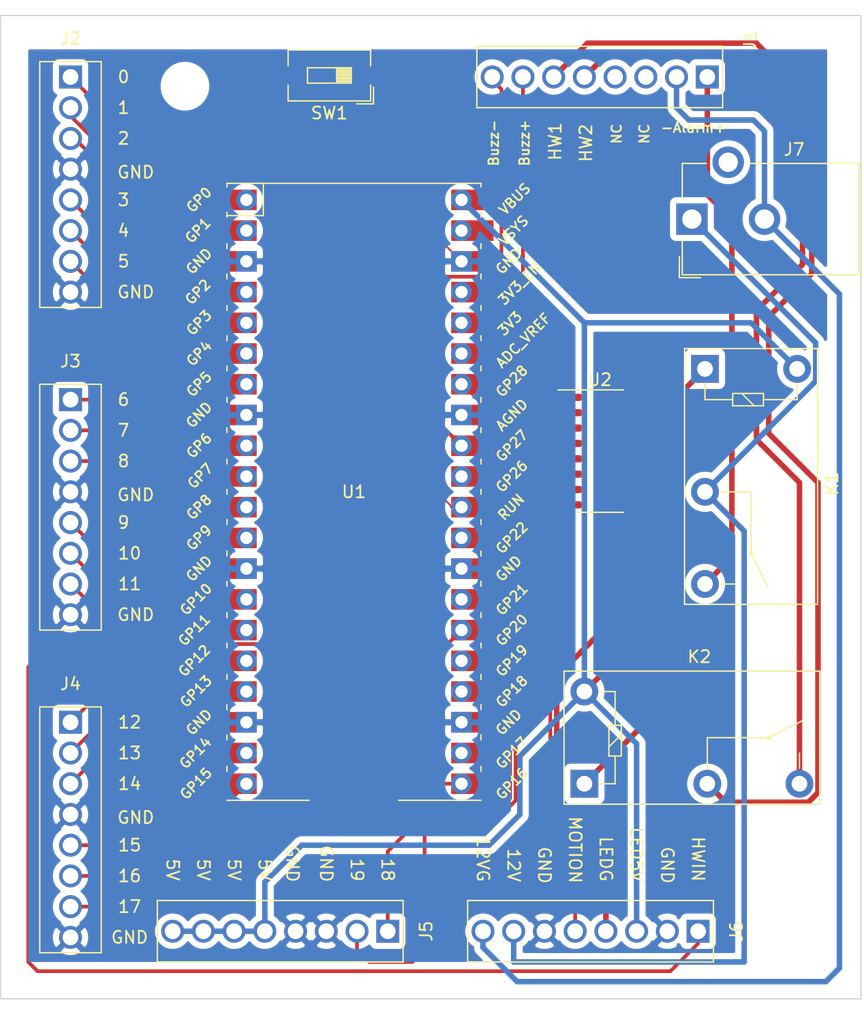
<source format=kicad_pcb>
(kicad_pcb (version 20171130) (host pcbnew "(5.1.10)-1")

  (general
    (thickness 1.6)
    (drawings 48)
    (tracks 193)
    (zones 0)
    (modules 14)
    (nets 42)
  )

  (page A4)
  (layers
    (0 F.Cu signal)
    (31 B.Cu signal hide)
    (32 B.Adhes user)
    (33 F.Adhes user)
    (34 B.Paste user)
    (35 F.Paste user)
    (36 B.SilkS user)
    (37 F.SilkS user)
    (38 B.Mask user)
    (39 F.Mask user)
    (40 Dwgs.User user)
    (41 Cmts.User user)
    (42 Eco1.User user)
    (43 Eco2.User user)
    (44 Edge.Cuts user)
    (45 Margin user)
    (46 B.CrtYd user)
    (47 F.CrtYd user)
    (48 B.Fab user)
    (49 F.Fab user)
  )

  (setup
    (last_trace_width 0.3048)
    (user_trace_width 0.1524)
    (user_trace_width 0.3048)
    (user_trace_width 0.4572)
    (trace_clearance 0.1524)
    (zone_clearance 0.508)
    (zone_45_only no)
    (trace_min 0.1524)
    (via_size 0.6858)
    (via_drill 0.33)
    (via_min_size 0.508)
    (via_min_drill 0.254)
    (uvia_size 0.3)
    (uvia_drill 0.1)
    (uvias_allowed no)
    (uvia_min_size 0.2)
    (uvia_min_drill 0.1)
    (edge_width 0.05)
    (segment_width 0.2)
    (pcb_text_width 0.3)
    (pcb_text_size 1.5 1.5)
    (mod_edge_width 0.12)
    (mod_text_size 1 1)
    (mod_text_width 0.15)
    (pad_size 5.4 5.4)
    (pad_drill 2.7)
    (pad_to_mask_clearance 0.0508)
    (aux_axis_origin 0 0)
    (visible_elements 7FFFFFFF)
    (pcbplotparams
      (layerselection 0x010fc_ffffffff)
      (usegerberextensions false)
      (usegerberattributes true)
      (usegerberadvancedattributes true)
      (creategerberjobfile true)
      (excludeedgelayer true)
      (linewidth 0.100000)
      (plotframeref false)
      (viasonmask false)
      (mode 1)
      (useauxorigin false)
      (hpglpennumber 1)
      (hpglpenspeed 20)
      (hpglpendiameter 15.000000)
      (psnegative false)
      (psa4output false)
      (plotreference true)
      (plotvalue true)
      (plotinvisibletext false)
      (padsonsilk false)
      (subtractmaskfromsilk false)
      (outputformat 1)
      (mirror false)
      (drillshape 1)
      (scaleselection 1)
      (outputdirectory ""))
  )

  (net 0 "")
  (net 1 GND)
  (net 2 IO1)
  (net 3 IO13)
  (net 4 IO14)
  (net 5 IO15)
  (net 6 IO16)
  (net 7 IO17)
  (net 8 IO18)
  (net 9 IO19)
  (net 10 IO2)
  (net 11 IO3)
  (net 12 IO4)
  (net 13 IO5)
  (net 14 IO6)
  (net 15 IO7)
  (net 16 IO8)
  (net 17 IO9)
  (net 18 IO11)
  (net 19 IO12)
  (net 20 12V)
  (net 21 IO10)
  (net 22 "Net-(U1-Pad34)")
  (net 23 "Net-(U1-Pad35)")
  (net 24 "Net-(U1-Pad37)")
  (net 25 "Net-(U1-Pad39)")
  (net 26 ALARM)
  (net 27 HW2)
  (net 28 HW1)
  (net 29 IO0)
  (net 30 12VGND)
  (net 31 MOTION)
  (net 32 "Net-(K1-Pad1)")
  (net 33 "Net-(K2-Pad1)")
  (net 34 "Net-(U1-Pad31)")
  (net 35 5V)
  (net 36 RST)
  (net 37 BUZZERGND)
  (net 38 HWINPUT)
  (net 39 LEDGND)
  (net 40 "Net-(U1-Pad29)")
  (net 41 3.3V)

  (net_class Default "This is the default net class."
    (clearance 0.1524)
    (trace_width 0.1524)
    (via_dia 0.6858)
    (via_drill 0.33)
    (uvia_dia 0.3)
    (uvia_drill 0.1)
    (diff_pair_width 0.1524)
    (diff_pair_gap 0.3048)
    (add_net 12V)
    (add_net 12VGND)
    (add_net 3.3V)
    (add_net 5V)
    (add_net ALARM)
    (add_net BUZZERGND)
    (add_net GND)
    (add_net HW1)
    (add_net HW2)
    (add_net HWINPUT)
    (add_net IO0)
    (add_net IO1)
    (add_net IO10)
    (add_net IO11)
    (add_net IO12)
    (add_net IO13)
    (add_net IO14)
    (add_net IO15)
    (add_net IO16)
    (add_net IO17)
    (add_net IO18)
    (add_net IO19)
    (add_net IO2)
    (add_net IO3)
    (add_net IO4)
    (add_net IO5)
    (add_net IO6)
    (add_net IO7)
    (add_net IO8)
    (add_net IO9)
    (add_net LEDGND)
    (add_net MOTION)
    (add_net "Net-(K1-Pad1)")
    (add_net "Net-(K2-Pad1)")
    (add_net "Net-(U1-Pad29)")
    (add_net "Net-(U1-Pad31)")
    (add_net "Net-(U1-Pad34)")
    (add_net "Net-(U1-Pad35)")
    (add_net "Net-(U1-Pad37)")
    (add_net "Net-(U1-Pad39)")
    (add_net RST)
  )

  (module MountingHole:MountingHole_3mm (layer F.Cu) (tedit 56D1B4CB) (tstamp 60FFC79C)
    (at 237.998 126.238)
    (descr "Mounting Hole 3mm, no annular")
    (tags "mounting hole 3mm no annular")
    (path /610535D2)
    (attr virtual)
    (fp_text reference H2 (at 0 -4) (layer F.SilkS) hide
      (effects (font (size 1 1) (thickness 0.15)))
    )
    (fp_text value MountingHole (at 0 4) (layer F.Fab)
      (effects (font (size 1 1) (thickness 0.15)))
    )
    (fp_circle (center 0 0) (end 3 0) (layer Cmts.User) (width 0.15))
    (fp_circle (center 0 0) (end 3.25 0) (layer F.CrtYd) (width 0.05))
    (fp_text user %R (at 0.3 0) (layer F.Fab)
      (effects (font (size 1 1) (thickness 0.15)))
    )
    (pad 1 np_thru_hole circle (at 0 0) (size 3 3) (drill 3) (layers *.Cu *.Mask))
  )

  (module MountingHole:MountingHole_3mm (layer F.Cu) (tedit 56D1B4CB) (tstamp 60FFC794)
    (at 187.96 56.642)
    (descr "Mounting Hole 3mm, no annular")
    (tags "mounting hole 3mm no annular")
    (path /61053055)
    (attr virtual)
    (fp_text reference H1 (at 0 -4) (layer F.SilkS) hide
      (effects (font (size 1 1) (thickness 0.15)))
    )
    (fp_text value MountingHole (at 0 4) (layer F.Fab)
      (effects (font (size 1 1) (thickness 0.15)))
    )
    (fp_circle (center 0 0) (end 3 0) (layer Cmts.User) (width 0.15))
    (fp_circle (center 0 0) (end 3.25 0) (layer F.CrtYd) (width 0.05))
    (fp_text user %R (at 0.3 0) (layer F.Fab)
      (effects (font (size 1 1) (thickness 0.15)))
    )
    (pad 1 np_thru_hole circle (at 0 0) (size 3 3) (drill 3) (layers *.Cu *.Mask))
  )

  (module Button_Switch_SMD:SW_DIP_SPSTx01_Slide_6.7x4.1mm_W6.73mm_P2.54mm_LowProfile_JPin (layer F.Cu) (tedit 5A4E1404) (tstamp 60FF5C22)
    (at 199.898 55.753 180)
    (descr "SMD 1x-dip-switch SPST , Slide, row spacing 6.73 mm (264 mils), body size 6.7x4.1mm (see e.g. https://www.ctscorp.com/wp-content/uploads/219.pdf), SMD, LowProfile, JPin")
    (tags "SMD DIP Switch SPST Slide 6.73mm 264mil SMD LowProfile JPin")
    (path /6102A6C2)
    (attr smd)
    (fp_text reference SW1 (at 0 -3.11) (layer F.SilkS)
      (effects (font (size 1 1) (thickness 0.15)))
    )
    (fp_text value Reset (at 0 3.11) (layer F.Fab)
      (effects (font (size 1 1) (thickness 0.15)))
    )
    (fp_line (start -2.35 -2.05) (end 3.35 -2.05) (layer F.Fab) (width 0.1))
    (fp_line (start 3.35 -2.05) (end 3.35 2.05) (layer F.Fab) (width 0.1))
    (fp_line (start 3.35 2.05) (end -3.35 2.05) (layer F.Fab) (width 0.1))
    (fp_line (start -3.35 2.05) (end -3.35 -1.05) (layer F.Fab) (width 0.1))
    (fp_line (start -3.35 -1.05) (end -2.35 -2.05) (layer F.Fab) (width 0.1))
    (fp_line (start -1.81 -0.635) (end -1.81 0.635) (layer F.Fab) (width 0.1))
    (fp_line (start -1.81 0.635) (end 1.81 0.635) (layer F.Fab) (width 0.1))
    (fp_line (start 1.81 0.635) (end 1.81 -0.635) (layer F.Fab) (width 0.1))
    (fp_line (start 1.81 -0.635) (end -1.81 -0.635) (layer F.Fab) (width 0.1))
    (fp_line (start -1.81 -0.535) (end -0.603333 -0.535) (layer F.Fab) (width 0.1))
    (fp_line (start -1.81 -0.435) (end -0.603333 -0.435) (layer F.Fab) (width 0.1))
    (fp_line (start -1.81 -0.335) (end -0.603333 -0.335) (layer F.Fab) (width 0.1))
    (fp_line (start -1.81 -0.235) (end -0.603333 -0.235) (layer F.Fab) (width 0.1))
    (fp_line (start -1.81 -0.135) (end -0.603333 -0.135) (layer F.Fab) (width 0.1))
    (fp_line (start -1.81 -0.035) (end -0.603333 -0.035) (layer F.Fab) (width 0.1))
    (fp_line (start -1.81 0.065) (end -0.603333 0.065) (layer F.Fab) (width 0.1))
    (fp_line (start -1.81 0.165) (end -0.603333 0.165) (layer F.Fab) (width 0.1))
    (fp_line (start -1.81 0.265) (end -0.603333 0.265) (layer F.Fab) (width 0.1))
    (fp_line (start -1.81 0.365) (end -0.603333 0.365) (layer F.Fab) (width 0.1))
    (fp_line (start -1.81 0.465) (end -0.603333 0.465) (layer F.Fab) (width 0.1))
    (fp_line (start -1.81 0.565) (end -0.603333 0.565) (layer F.Fab) (width 0.1))
    (fp_line (start -0.603333 -0.635) (end -0.603333 0.635) (layer F.Fab) (width 0.1))
    (fp_line (start -3.41 -2.11) (end 3.41 -2.11) (layer F.SilkS) (width 0.12))
    (fp_line (start -3.41 2.11) (end 3.41 2.11) (layer F.SilkS) (width 0.12))
    (fp_line (start -3.41 -2.11) (end -3.41 -0.8) (layer F.SilkS) (width 0.12))
    (fp_line (start -3.41 0.8) (end -3.41 2.11) (layer F.SilkS) (width 0.12))
    (fp_line (start 3.41 -2.11) (end 3.41 -0.8) (layer F.SilkS) (width 0.12))
    (fp_line (start 3.41 0.8) (end 3.41 2.11) (layer F.SilkS) (width 0.12))
    (fp_line (start -3.65 -2.35) (end -2.267 -2.35) (layer F.SilkS) (width 0.12))
    (fp_line (start -3.65 -2.35) (end -3.65 -0.967) (layer F.SilkS) (width 0.12))
    (fp_line (start -1.81 -0.635) (end -1.81 0.635) (layer F.SilkS) (width 0.12))
    (fp_line (start -1.81 0.635) (end 1.81 0.635) (layer F.SilkS) (width 0.12))
    (fp_line (start 1.81 0.635) (end 1.81 -0.635) (layer F.SilkS) (width 0.12))
    (fp_line (start 1.81 -0.635) (end -1.81 -0.635) (layer F.SilkS) (width 0.12))
    (fp_line (start -1.81 -0.515) (end -0.603333 -0.515) (layer F.SilkS) (width 0.12))
    (fp_line (start -1.81 -0.395) (end -0.603333 -0.395) (layer F.SilkS) (width 0.12))
    (fp_line (start -1.81 -0.275) (end -0.603333 -0.275) (layer F.SilkS) (width 0.12))
    (fp_line (start -1.81 -0.155) (end -0.603333 -0.155) (layer F.SilkS) (width 0.12))
    (fp_line (start -1.81 -0.035) (end -0.603333 -0.035) (layer F.SilkS) (width 0.12))
    (fp_line (start -1.81 0.085) (end -0.603333 0.085) (layer F.SilkS) (width 0.12))
    (fp_line (start -1.81 0.205) (end -0.603333 0.205) (layer F.SilkS) (width 0.12))
    (fp_line (start -1.81 0.325) (end -0.603333 0.325) (layer F.SilkS) (width 0.12))
    (fp_line (start -1.81 0.445) (end -0.603333 0.445) (layer F.SilkS) (width 0.12))
    (fp_line (start -1.81 0.565) (end -0.603333 0.565) (layer F.SilkS) (width 0.12))
    (fp_line (start -0.603333 -0.635) (end -0.603333 0.635) (layer F.SilkS) (width 0.12))
    (fp_line (start -4.7 -2.4) (end -4.7 2.4) (layer F.CrtYd) (width 0.05))
    (fp_line (start -4.7 2.4) (end 4.7 2.4) (layer F.CrtYd) (width 0.05))
    (fp_line (start 4.7 2.4) (end 4.7 -2.4) (layer F.CrtYd) (width 0.05))
    (fp_line (start 4.7 -2.4) (end -4.7 -2.4) (layer F.CrtYd) (width 0.05))
    (fp_text user on (at 0.8975 -1.3425) (layer F.Fab)
      (effects (font (size 0.6 0.6) (thickness 0.09)))
    )
    (fp_text user %R (at 2.58 0 90) (layer F.Fab)
      (effects (font (size 0.6 0.6) (thickness 0.09)))
    )
    (pad 2 smd rect (at 3.365 0 180) (size 2.16 1.12) (layers F.Cu F.Paste F.Mask)
      (net 36 RST))
    (pad 1 smd rect (at -3.365 0 180) (size 2.16 1.12) (layers F.Cu F.Paste F.Mask)
      (net 1 GND))
    (model ${KISYS3DMOD}/Button_Switch_SMD.3dshapes/SW_DIP_SPSTx01_Slide_6.7x4.1mm_W6.73mm_P2.54mm_LowProfile_JPin.wrl
      (at (xyz 0 0 0))
      (scale (xyz 1 1 1))
      (rotate (xyz 0 0 90))
    )
  )

  (module _project:8pinscrew (layer F.Cu) (tedit 60FE796A) (tstamp 60FF3F91)
    (at 204.724 126.492 270)
    (descr "8 pin screw connector, 2.54mm pitch, single row")
    (tags "1x08 2.54mm single row connector")
    (path /60FF03EC)
    (fp_text reference J5 (at 0 -3.175 90) (layer F.SilkS)
      (effects (font (size 1 1) (thickness 0.15)))
    )
    (fp_text value Inputs (at 0 20.955 90) (layer F.Fab)
      (effects (font (size 1 1) (thickness 0.15)))
    )
    (fp_line (start -2.54 19.05) (end 2.54 19.05) (layer F.SilkS) (width 0.12))
    (fp_line (start -3.175 19.685) (end 3.175 19.685) (layer F.Fab) (width 0.12))
    (fp_line (start 3.175 -1.905) (end 3.175 19.685) (layer F.Fab) (width 0.1))
    (fp_line (start -3.175 19.685) (end -3.175 -1.905) (layer F.Fab) (width 0.1))
    (fp_line (start -3.175 -1.905) (end 3.175 -1.905) (layer F.Fab) (width 0.1))
    (fp_line (start -2.54 -1.27) (end -2.54 19.05) (layer F.SilkS) (width 0.12))
    (fp_line (start 2.54 -1.27) (end 2.54 19.05) (layer F.SilkS) (width 0.12))
    (fp_line (start -2.54 -1.27) (end 2.54 -1.27) (layer F.SilkS) (width 0.12))
    (pad 1 thru_hole rect (at 0 0 270) (size 1.9 1.9) (drill 1.3) (layers *.Cu *.Mask)
      (net 8 IO18))
    (pad 2 thru_hole circle (at 0 2.54 270) (size 1.9 1.9) (drill 1.3) (layers *.Cu *.Mask)
      (net 9 IO19))
    (pad 3 thru_hole circle (at 0 5.08 270) (size 1.9 1.9) (drill 1.3) (layers *.Cu *.Mask)
      (net 1 GND))
    (pad 4 thru_hole circle (at 0 7.62 270) (size 1.9 1.9) (drill 1.3) (layers *.Cu *.Mask)
      (net 1 GND))
    (pad 5 thru_hole circle (at 0 10.16 270) (size 1.9 1.9) (drill 1.3) (layers *.Cu *.Mask)
      (net 35 5V))
    (pad 6 thru_hole circle (at 0 12.7 270) (size 1.9 1.9) (drill 1.3) (layers *.Cu *.Mask)
      (net 35 5V))
    (pad 7 thru_hole circle (at 0 15.24 270) (size 1.9 1.9) (drill 1.3) (layers *.Cu *.Mask)
      (net 35 5V))
    (pad 8 thru_hole circle (at 0 17.78 270) (size 1.9 1.9) (drill 1.3) (layers *.Cu *.Mask)
      (net 35 5V))
    (model ${KISYS3DMOD}/Connector_PinHeader_2.54mm.3dshapes/PinHeader_1x08_P2.54mm_Vertical.wrl
      (at (xyz 0 0 0))
      (scale (xyz 1 1 1))
      (rotate (xyz 0 0 0))
    )
  )

  (module _project:RPi_Pico_SMD_TH (layer F.Cu) (tedit 60FE8206) (tstamp 60F9E3E1)
    (at 201.93 90.17)
    (descr "Through hole straight pin header, 2x20, 2.54mm pitch, double rows")
    (tags "Through hole pin header THT 2x20 2.54mm double row")
    (path /60DAD490)
    (fp_text reference U1 (at 0 0) (layer F.SilkS)
      (effects (font (size 1 1) (thickness 0.15)))
    )
    (fp_text value Pico (at 0 2.159) (layer F.Fab)
      (effects (font (size 1 1) (thickness 0.15)))
    )
    (fp_line (start 10.5 25.5) (end 3.7 25.5) (layer F.SilkS) (width 0.12))
    (fp_line (start 10.5 15.1) (end 10.5 15.5) (layer F.SilkS) (width 0.12))
    (fp_line (start 10.5 7.4) (end 10.5 7.8) (layer F.SilkS) (width 0.12))
    (fp_line (start 10.5 -18) (end 10.5 -17.6) (layer F.SilkS) (width 0.12))
    (fp_line (start 10.5 -25.5) (end 10.5 -25.2) (layer F.SilkS) (width 0.12))
    (fp_line (start 10.5 -2.7) (end 10.5 -2.3) (layer F.SilkS) (width 0.12))
    (fp_line (start 10.5 12.5) (end 10.5 12.9) (layer F.SilkS) (width 0.12))
    (fp_line (start 10.5 -7.8) (end 10.5 -7.4) (layer F.SilkS) (width 0.12))
    (fp_line (start 10.5 -12.9) (end 10.5 -12.5) (layer F.SilkS) (width 0.12))
    (fp_line (start 10.5 -0.2) (end 10.5 0.2) (layer F.SilkS) (width 0.12))
    (fp_line (start 10.5 4.9) (end 10.5 5.3) (layer F.SilkS) (width 0.12))
    (fp_line (start 10.5 20.1) (end 10.5 20.5) (layer F.SilkS) (width 0.12))
    (fp_line (start 10.5 22.7) (end 10.5 23.1) (layer F.SilkS) (width 0.12))
    (fp_line (start 10.5 17.6) (end 10.5 18) (layer F.SilkS) (width 0.12))
    (fp_line (start 10.5 -15.4) (end 10.5 -15) (layer F.SilkS) (width 0.12))
    (fp_line (start 10.5 -23.1) (end 10.5 -22.7) (layer F.SilkS) (width 0.12))
    (fp_line (start 10.5 -20.5) (end 10.5 -20.1) (layer F.SilkS) (width 0.12))
    (fp_line (start 10.5 10) (end 10.5 10.4) (layer F.SilkS) (width 0.12))
    (fp_line (start 10.5 2.3) (end 10.5 2.7) (layer F.SilkS) (width 0.12))
    (fp_line (start 10.5 -5.3) (end 10.5 -4.9) (layer F.SilkS) (width 0.12))
    (fp_line (start 10.5 -10.4) (end 10.5 -10) (layer F.SilkS) (width 0.12))
    (fp_line (start -10.5 22.7) (end -10.5 23.1) (layer F.SilkS) (width 0.12))
    (fp_line (start -10.5 20.1) (end -10.5 20.5) (layer F.SilkS) (width 0.12))
    (fp_line (start -10.5 17.6) (end -10.5 18) (layer F.SilkS) (width 0.12))
    (fp_line (start -10.5 15.1) (end -10.5 15.5) (layer F.SilkS) (width 0.12))
    (fp_line (start -10.5 12.5) (end -10.5 12.9) (layer F.SilkS) (width 0.12))
    (fp_line (start -10.5 10) (end -10.5 10.4) (layer F.SilkS) (width 0.12))
    (fp_line (start -10.5 7.4) (end -10.5 7.8) (layer F.SilkS) (width 0.12))
    (fp_line (start -10.5 4.9) (end -10.5 5.3) (layer F.SilkS) (width 0.12))
    (fp_line (start -10.5 2.3) (end -10.5 2.7) (layer F.SilkS) (width 0.12))
    (fp_line (start -10.5 -0.2) (end -10.5 0.2) (layer F.SilkS) (width 0.12))
    (fp_line (start -10.5 -2.7) (end -10.5 -2.3) (layer F.SilkS) (width 0.12))
    (fp_line (start -10.5 -5.3) (end -10.5 -4.9) (layer F.SilkS) (width 0.12))
    (fp_line (start -10.5 -7.8) (end -10.5 -7.4) (layer F.SilkS) (width 0.12))
    (fp_line (start -10.5 -10.4) (end -10.5 -10) (layer F.SilkS) (width 0.12))
    (fp_line (start -10.5 -12.9) (end -10.5 -12.5) (layer F.SilkS) (width 0.12))
    (fp_line (start -10.5 -15.4) (end -10.5 -15) (layer F.SilkS) (width 0.12))
    (fp_line (start -10.5 -18) (end -10.5 -17.6) (layer F.SilkS) (width 0.12))
    (fp_line (start -10.5 -20.5) (end -10.5 -20.1) (layer F.SilkS) (width 0.12))
    (fp_line (start -10.5 -23.1) (end -10.5 -22.7) (layer F.SilkS) (width 0.12))
    (fp_line (start -10.5 -25.5) (end -10.5 -25.2) (layer F.SilkS) (width 0.12))
    (fp_line (start -7.493 -22.833) (end -7.493 -25.5) (layer F.SilkS) (width 0.12))
    (fp_line (start -10.5 -22.833) (end -7.493 -22.833) (layer F.SilkS) (width 0.12))
    (fp_line (start -3.7 25.5) (end -10.5 25.5) (layer F.SilkS) (width 0.12))
    (fp_line (start -10.5 -25.5) (end 10.5 -25.5) (layer F.SilkS) (width 0.12))
    (fp_line (start -11 26) (end -11 -26) (layer F.CrtYd) (width 0.12))
    (fp_line (start 11 26) (end -11 26) (layer F.CrtYd) (width 0.12))
    (fp_line (start 11 -26) (end 11 26) (layer F.CrtYd) (width 0.12))
    (fp_line (start -11 -26) (end 11 -26) (layer F.CrtYd) (width 0.12))
    (fp_line (start -10.5 -24.2) (end -9.2 -25.5) (layer F.Fab) (width 0.12))
    (fp_line (start -10.5 25.5) (end -10.5 -25.5) (layer F.Fab) (width 0.12))
    (fp_line (start 10.5 25.5) (end -10.5 25.5) (layer F.Fab) (width 0.12))
    (fp_line (start 10.5 -25.5) (end 10.5 25.5) (layer F.Fab) (width 0.12))
    (fp_line (start -10.5 -25.5) (end 10.5 -25.5) (layer F.Fab) (width 0.12))
    (fp_text user AGND (at 13.054 -6.35 45) (layer F.SilkS)
      (effects (font (size 0.8 0.8) (thickness 0.15)))
    )
    (fp_text user GND (at 12.8 -19.05 45) (layer F.SilkS)
      (effects (font (size 0.8 0.8) (thickness 0.15)))
    )
    (fp_text user GND (at 12.8 6.35 45) (layer F.SilkS)
      (effects (font (size 0.8 0.8) (thickness 0.15)))
    )
    (fp_text user GND (at 12.8 19.05 45) (layer F.SilkS)
      (effects (font (size 0.8 0.8) (thickness 0.15)))
    )
    (fp_text user GND (at -12.8 19.05 45) (layer F.SilkS)
      (effects (font (size 0.8 0.8) (thickness 0.15)))
    )
    (fp_text user GND (at -12.8 6.35 45) (layer F.SilkS)
      (effects (font (size 0.8 0.8) (thickness 0.15)))
    )
    (fp_text user GND (at -12.8 -6.35 45) (layer F.SilkS)
      (effects (font (size 0.8 0.8) (thickness 0.15)))
    )
    (fp_text user GND (at -12.8 -19.05 45) (layer F.SilkS)
      (effects (font (size 0.8 0.8) (thickness 0.15)))
    )
    (fp_text user VBUS (at 13.3 -24.2 45) (layer F.SilkS)
      (effects (font (size 0.8 0.8) (thickness 0.15)))
    )
    (fp_text user VSYS (at 13.2 -21.59 45) (layer F.SilkS)
      (effects (font (size 0.8 0.8) (thickness 0.15)))
    )
    (fp_text user 3V3_EN (at 13.7 -17.2 45) (layer F.SilkS)
      (effects (font (size 0.8 0.8) (thickness 0.15)))
    )
    (fp_text user 3V3 (at 12.9 -13.9 45) (layer F.SilkS)
      (effects (font (size 0.8 0.8) (thickness 0.15)))
    )
    (fp_text user ADC_VREF (at 14 -12.5 45) (layer F.SilkS)
      (effects (font (size 0.8 0.8) (thickness 0.15)))
    )
    (fp_text user GP28 (at 13.054 -9.144 45) (layer F.SilkS)
      (effects (font (size 0.8 0.8) (thickness 0.15)))
    )
    (fp_text user GP27 (at 13.054 -3.8 45) (layer F.SilkS)
      (effects (font (size 0.8 0.8) (thickness 0.15)))
    )
    (fp_text user GP26 (at 13.054 -1.27 45) (layer F.SilkS)
      (effects (font (size 0.8 0.8) (thickness 0.15)))
    )
    (fp_text user RUN (at 13 1.27 45) (layer F.SilkS)
      (effects (font (size 0.8 0.8) (thickness 0.15)))
    )
    (fp_text user GP22 (at 13.054 3.81 45) (layer F.SilkS)
      (effects (font (size 0.8 0.8) (thickness 0.15)))
    )
    (fp_text user GP21 (at 13.054 8.9 45) (layer F.SilkS)
      (effects (font (size 0.8 0.8) (thickness 0.15)))
    )
    (fp_text user GP20 (at 13.054 11.43 45) (layer F.SilkS)
      (effects (font (size 0.8 0.8) (thickness 0.15)))
    )
    (fp_text user GP19 (at 13.054 13.97 45) (layer F.SilkS)
      (effects (font (size 0.8 0.8) (thickness 0.15)))
    )
    (fp_text user GP18 (at 13.054 16.51 45) (layer F.SilkS)
      (effects (font (size 0.8 0.8) (thickness 0.15)))
    )
    (fp_text user GP17 (at 13.054 21.59 45) (layer F.SilkS)
      (effects (font (size 0.8 0.8) (thickness 0.15)))
    )
    (fp_text user GP16 (at 13.054 24.13 45) (layer F.SilkS)
      (effects (font (size 0.8 0.8) (thickness 0.15)))
    )
    (fp_text user GP15 (at -13.054 24.13 45) (layer F.SilkS)
      (effects (font (size 0.8 0.8) (thickness 0.15)))
    )
    (fp_text user GP14 (at -13.1 21.59 45) (layer F.SilkS)
      (effects (font (size 0.8 0.8) (thickness 0.15)))
    )
    (fp_text user GP13 (at -13.054 16.51 45) (layer F.SilkS)
      (effects (font (size 0.8 0.8) (thickness 0.15)))
    )
    (fp_text user GP12 (at -13.2 13.97 45) (layer F.SilkS)
      (effects (font (size 0.8 0.8) (thickness 0.15)))
    )
    (fp_text user GP11 (at -13.2 11.43 45) (layer F.SilkS)
      (effects (font (size 0.8 0.8) (thickness 0.15)))
    )
    (fp_text user GP10 (at -13.054 8.89 45) (layer F.SilkS)
      (effects (font (size 0.8 0.8) (thickness 0.15)))
    )
    (fp_text user GP9 (at -12.8 3.81 45) (layer F.SilkS)
      (effects (font (size 0.8 0.8) (thickness 0.15)))
    )
    (fp_text user GP8 (at -12.8 1.27 45) (layer F.SilkS)
      (effects (font (size 0.8 0.8) (thickness 0.15)))
    )
    (fp_text user GP7 (at -12.7 -1.3 45) (layer F.SilkS)
      (effects (font (size 0.8 0.8) (thickness 0.15)))
    )
    (fp_text user GP6 (at -12.8 -3.81 45) (layer F.SilkS)
      (effects (font (size 0.8 0.8) (thickness 0.15)))
    )
    (fp_text user GP5 (at -12.8 -8.89 45) (layer F.SilkS)
      (effects (font (size 0.8 0.8) (thickness 0.15)))
    )
    (fp_text user GP4 (at -12.8 -11.43 45) (layer F.SilkS)
      (effects (font (size 0.8 0.8) (thickness 0.15)))
    )
    (fp_text user GP3 (at -12.8 -13.97 45) (layer F.SilkS)
      (effects (font (size 0.8 0.8) (thickness 0.15)))
    )
    (fp_text user GP0 (at -12.8 -24.13 45) (layer F.SilkS)
      (effects (font (size 0.8 0.8) (thickness 0.15)))
    )
    (fp_text user GP2 (at -12.9 -16.51 45) (layer F.SilkS)
      (effects (font (size 0.8 0.8) (thickness 0.15)))
    )
    (fp_text user GP1 (at -12.9 -21.6 45) (layer F.SilkS)
      (effects (font (size 0.8 0.8) (thickness 0.15)))
    )
    (fp_text user %R (at 0 0 180) (layer F.Fab)
      (effects (font (size 1 1) (thickness 0.15)))
    )
    (pad 21 smd rect (at 8.89 24.13) (size 3.5 1.7) (drill (offset 0.9 0)) (layers F.Cu F.Mask)
      (net 6 IO16))
    (pad 22 smd rect (at 8.89 21.59) (size 3.5 1.7) (drill (offset 0.9 0)) (layers F.Cu F.Mask)
      (net 7 IO17))
    (pad 23 smd rect (at 8.89 19.05) (size 3.5 1.7) (drill (offset 0.9 0)) (layers F.Cu F.Mask)
      (net 1 GND))
    (pad 24 smd rect (at 8.89 16.51) (size 3.5 1.7) (drill (offset 0.9 0)) (layers F.Cu F.Mask)
      (net 8 IO18))
    (pad 25 smd rect (at 8.89 13.97) (size 3.5 1.7) (drill (offset 0.9 0)) (layers F.Cu F.Mask)
      (net 9 IO19))
    (pad 26 smd rect (at 8.89 11.43) (size 3.5 1.7) (drill (offset 0.9 0)) (layers F.Cu F.Mask)
      (net 38 HWINPUT))
    (pad 27 smd rect (at 8.89 8.89) (size 3.5 1.7) (drill (offset 0.9 0)) (layers F.Cu F.Mask)
      (net 31 MOTION))
    (pad 28 smd rect (at 8.89 6.35) (size 3.5 1.7) (drill (offset 0.9 0)) (layers F.Cu F.Mask)
      (net 1 GND))
    (pad 29 smd rect (at 8.89 3.81) (size 3.5 1.7) (drill (offset 0.9 0)) (layers F.Cu F.Mask)
      (net 40 "Net-(U1-Pad29)"))
    (pad 30 smd rect (at 8.89 1.27) (size 3.5 1.7) (drill (offset 0.9 0)) (layers F.Cu F.Mask)
      (net 36 RST))
    (pad 31 smd rect (at 8.89 -1.27) (size 3.5 1.7) (drill (offset 0.9 0)) (layers F.Cu F.Mask)
      (net 34 "Net-(U1-Pad31)"))
    (pad 32 smd rect (at 8.89 -3.81) (size 3.5 1.7) (drill (offset 0.9 0)) (layers F.Cu F.Mask)
      (net 37 BUZZERGND))
    (pad 33 smd rect (at 8.89 -6.35) (size 3.5 1.7) (drill (offset 0.9 0)) (layers F.Cu F.Mask)
      (net 1 GND))
    (pad 34 smd rect (at 8.89 -8.89) (size 3.5 1.7) (drill (offset 0.9 0)) (layers F.Cu F.Mask)
      (net 22 "Net-(U1-Pad34)"))
    (pad 35 smd rect (at 8.89 -11.43) (size 3.5 1.7) (drill (offset 0.9 0)) (layers F.Cu F.Mask)
      (net 23 "Net-(U1-Pad35)"))
    (pad 36 smd rect (at 8.89 -13.97) (size 3.5 1.7) (drill (offset 0.9 0)) (layers F.Cu F.Mask)
      (net 41 3.3V))
    (pad 37 smd rect (at 8.89 -16.51) (size 3.5 1.7) (drill (offset 0.9 0)) (layers F.Cu F.Mask)
      (net 24 "Net-(U1-Pad37)"))
    (pad 38 smd rect (at 8.89 -19.05) (size 3.5 1.7) (drill (offset 0.9 0)) (layers F.Cu F.Mask)
      (net 1 GND))
    (pad 39 smd rect (at 8.89 -21.59) (size 3.5 1.7) (drill (offset 0.9 0)) (layers F.Cu F.Mask)
      (net 25 "Net-(U1-Pad39)"))
    (pad 40 smd rect (at 8.89 -24.13) (size 3.5 1.7) (drill (offset 0.9 0)) (layers F.Cu F.Mask)
      (net 35 5V))
    (pad 20 smd rect (at -8.89 24.13) (size 3.5 1.7) (drill (offset -0.9 0)) (layers F.Cu F.Mask)
      (net 5 IO15))
    (pad 19 smd rect (at -8.89 21.59) (size 3.5 1.7) (drill (offset -0.9 0)) (layers F.Cu F.Mask)
      (net 4 IO14))
    (pad 18 smd rect (at -8.89 19.05) (size 3.5 1.7) (drill (offset -0.9 0)) (layers F.Cu F.Mask)
      (net 1 GND))
    (pad 17 smd rect (at -8.89 16.51) (size 3.5 1.7) (drill (offset -0.9 0)) (layers F.Cu F.Mask)
      (net 3 IO13))
    (pad 16 smd rect (at -8.89 13.97) (size 3.5 1.7) (drill (offset -0.9 0)) (layers F.Cu F.Mask)
      (net 19 IO12))
    (pad 15 smd rect (at -8.89 11.43) (size 3.5 1.7) (drill (offset -0.9 0)) (layers F.Cu F.Mask)
      (net 18 IO11))
    (pad 14 smd rect (at -8.89 8.89) (size 3.5 1.7) (drill (offset -0.9 0)) (layers F.Cu F.Mask)
      (net 21 IO10))
    (pad 13 smd rect (at -8.89 6.35) (size 3.5 1.7) (drill (offset -0.9 0)) (layers F.Cu F.Mask)
      (net 1 GND))
    (pad 12 smd rect (at -8.89 3.81) (size 3.5 1.7) (drill (offset -0.9 0)) (layers F.Cu F.Mask)
      (net 17 IO9))
    (pad 11 smd rect (at -8.89 1.27) (size 3.5 1.7) (drill (offset -0.9 0)) (layers F.Cu F.Mask)
      (net 16 IO8))
    (pad 10 smd rect (at -8.89 -1.27) (size 3.5 1.7) (drill (offset -0.9 0)) (layers F.Cu F.Mask)
      (net 15 IO7))
    (pad 9 smd rect (at -8.89 -3.81) (size 3.5 1.7) (drill (offset -0.9 0)) (layers F.Cu F.Mask)
      (net 14 IO6))
    (pad 8 smd rect (at -8.89 -6.35) (size 3.5 1.7) (drill (offset -0.9 0)) (layers F.Cu F.Mask)
      (net 1 GND))
    (pad 7 smd rect (at -8.89 -8.89) (size 3.5 1.7) (drill (offset -0.9 0)) (layers F.Cu F.Mask)
      (net 13 IO5))
    (pad 6 smd rect (at -8.89 -11.43) (size 3.5 1.7) (drill (offset -0.9 0)) (layers F.Cu F.Mask)
      (net 12 IO4))
    (pad 5 smd rect (at -8.89 -13.97) (size 3.5 1.7) (drill (offset -0.9 0)) (layers F.Cu F.Mask)
      (net 11 IO3))
    (pad 4 smd rect (at -8.89 -16.51) (size 3.5 1.7) (drill (offset -0.9 0)) (layers F.Cu F.Mask)
      (net 10 IO2))
    (pad 3 smd rect (at -8.89 -19.05) (size 3.5 1.7) (drill (offset -0.9 0)) (layers F.Cu F.Mask)
      (net 1 GND))
    (pad 2 smd rect (at -8.89 -21.59) (size 3.5 1.7) (drill (offset -0.9 0)) (layers F.Cu F.Mask)
      (net 2 IO1))
    (pad 1 smd rect (at -8.89 -24.13) (size 3.5 1.7) (drill (offset -0.9 0)) (layers F.Cu F.Mask)
      (net 29 IO0))
    (pad 40 thru_hole oval (at 8.89 -24.13) (size 1.7 1.7) (drill 1.02) (layers *.Cu *.Mask)
      (net 35 5V))
    (pad 39 thru_hole oval (at 8.89 -21.59) (size 1.7 1.7) (drill 1.02) (layers *.Cu *.Mask)
      (net 25 "Net-(U1-Pad39)"))
    (pad 38 thru_hole rect (at 8.89 -19.05) (size 1.7 1.7) (drill 1.02) (layers *.Cu *.Mask)
      (net 1 GND))
    (pad 37 thru_hole oval (at 8.89 -16.51) (size 1.7 1.7) (drill 1.02) (layers *.Cu *.Mask)
      (net 24 "Net-(U1-Pad37)"))
    (pad 36 thru_hole oval (at 8.89 -13.97) (size 1.7 1.7) (drill 1.02) (layers *.Cu *.Mask)
      (net 41 3.3V))
    (pad 35 thru_hole oval (at 8.89 -11.43) (size 1.7 1.7) (drill 1.02) (layers *.Cu *.Mask)
      (net 23 "Net-(U1-Pad35)"))
    (pad 34 thru_hole oval (at 8.89 -8.89) (size 1.7 1.7) (drill 1.02) (layers *.Cu *.Mask)
      (net 22 "Net-(U1-Pad34)"))
    (pad 33 thru_hole rect (at 8.89 -6.35) (size 1.7 1.7) (drill 1.02) (layers *.Cu *.Mask)
      (net 1 GND))
    (pad 32 thru_hole oval (at 8.89 -3.81) (size 1.7 1.7) (drill 1.02) (layers *.Cu *.Mask)
      (net 37 BUZZERGND))
    (pad 31 thru_hole oval (at 8.89 -1.27) (size 1.7 1.7) (drill 1.02) (layers *.Cu *.Mask)
      (net 34 "Net-(U1-Pad31)"))
    (pad 30 thru_hole oval (at 8.89 1.27) (size 1.7 1.7) (drill 1.02) (layers *.Cu *.Mask)
      (net 36 RST))
    (pad 29 thru_hole oval (at 8.89 3.81) (size 1.7 1.7) (drill 1.02) (layers *.Cu *.Mask)
      (net 40 "Net-(U1-Pad29)"))
    (pad 28 thru_hole rect (at 8.89 6.35) (size 1.7 1.7) (drill 1.02) (layers *.Cu *.Mask)
      (net 1 GND))
    (pad 27 thru_hole oval (at 8.89 8.89) (size 1.7 1.7) (drill 1.02) (layers *.Cu *.Mask)
      (net 31 MOTION))
    (pad 26 thru_hole oval (at 8.89 11.43) (size 1.7 1.7) (drill 1.02) (layers *.Cu *.Mask)
      (net 38 HWINPUT))
    (pad 25 thru_hole oval (at 8.89 13.97) (size 1.7 1.7) (drill 1.02) (layers *.Cu *.Mask)
      (net 9 IO19))
    (pad 24 thru_hole oval (at 8.89 16.51) (size 1.7 1.7) (drill 1.02) (layers *.Cu *.Mask)
      (net 8 IO18))
    (pad 23 thru_hole rect (at 8.89 19.05) (size 1.7 1.7) (drill 1.02) (layers *.Cu *.Mask)
      (net 1 GND))
    (pad 22 thru_hole oval (at 8.89 21.59) (size 1.7 1.7) (drill 1.02) (layers *.Cu *.Mask)
      (net 7 IO17))
    (pad 21 thru_hole oval (at 8.89 24.13) (size 1.7 1.7) (drill 1.02) (layers *.Cu *.Mask)
      (net 6 IO16))
    (pad 20 thru_hole oval (at -8.89 24.13) (size 1.7 1.7) (drill 1.02) (layers *.Cu *.Mask)
      (net 5 IO15))
    (pad 19 thru_hole oval (at -8.89 21.59) (size 1.7 1.7) (drill 1.02) (layers *.Cu *.Mask)
      (net 4 IO14))
    (pad 18 thru_hole rect (at -8.89 19.05) (size 1.7 1.7) (drill 1.02) (layers *.Cu *.Mask)
      (net 1 GND))
    (pad 17 thru_hole oval (at -8.89 16.51) (size 1.7 1.7) (drill 1.02) (layers *.Cu *.Mask)
      (net 3 IO13))
    (pad 16 thru_hole oval (at -8.89 13.97) (size 1.7 1.7) (drill 1.02) (layers *.Cu *.Mask)
      (net 19 IO12))
    (pad 15 thru_hole oval (at -8.89 11.43) (size 1.7 1.7) (drill 1.02) (layers *.Cu *.Mask)
      (net 18 IO11))
    (pad 14 thru_hole oval (at -8.89 8.89) (size 1.7 1.7) (drill 1.02) (layers *.Cu *.Mask)
      (net 21 IO10))
    (pad 13 thru_hole rect (at -8.89 6.35) (size 1.7 1.7) (drill 1.02) (layers *.Cu *.Mask)
      (net 1 GND))
    (pad 12 thru_hole oval (at -8.89 3.81) (size 1.7 1.7) (drill 1.02) (layers *.Cu *.Mask)
      (net 17 IO9))
    (pad 11 thru_hole oval (at -8.89 1.27) (size 1.7 1.7) (drill 1.02) (layers *.Cu *.Mask)
      (net 16 IO8))
    (pad 10 thru_hole oval (at -8.89 -1.27) (size 1.7 1.7) (drill 1.02) (layers *.Cu *.Mask)
      (net 15 IO7))
    (pad 9 thru_hole oval (at -8.89 -3.81) (size 1.7 1.7) (drill 1.02) (layers *.Cu *.Mask)
      (net 14 IO6))
    (pad 8 thru_hole rect (at -8.89 -6.35) (size 1.7 1.7) (drill 1.02) (layers *.Cu *.Mask)
      (net 1 GND))
    (pad 7 thru_hole oval (at -8.89 -8.89) (size 1.7 1.7) (drill 1.02) (layers *.Cu *.Mask)
      (net 13 IO5))
    (pad 6 thru_hole oval (at -8.89 -11.43) (size 1.7 1.7) (drill 1.02) (layers *.Cu *.Mask)
      (net 12 IO4))
    (pad 5 thru_hole oval (at -8.89 -13.97) (size 1.7 1.7) (drill 1.02) (layers *.Cu *.Mask)
      (net 11 IO3))
    (pad 4 thru_hole oval (at -8.89 -16.51) (size 1.7 1.7) (drill 1.02) (layers *.Cu *.Mask)
      (net 10 IO2))
    (pad 3 thru_hole rect (at -8.89 -19.05) (size 1.7 1.7) (drill 1.02) (layers *.Cu *.Mask)
      (net 1 GND))
    (pad 2 thru_hole oval (at -8.89 -21.59) (size 1.7 1.7) (drill 1.02) (layers *.Cu *.Mask)
      (net 2 IO1))
    (pad 1 thru_hole oval (at -8.89 -24.13) (size 1.7 1.7) (drill 1.02) (layers *.Cu *.Mask)
      (net 29 IO0))
  )

  (module _project:8pinscrew (layer F.Cu) (tedit 60FE796A) (tstamp 60FF2CE4)
    (at 231.14 55.88 270)
    (descr "8 pin screw connector, 2.54mm pitch, single row")
    (tags "1x08 2.54mm single row connector")
    (path /610202BA)
    (fp_text reference J1 (at -3.048 -3.556 90) (layer F.SilkS)
      (effects (font (size 1 1) (thickness 0.15)))
    )
    (fp_text value "External Devices" (at 0 20.955 90) (layer F.Fab)
      (effects (font (size 1 1) (thickness 0.15)))
    )
    (fp_line (start -2.54 19.05) (end 2.54 19.05) (layer F.SilkS) (width 0.12))
    (fp_line (start -3.175 19.685) (end 3.175 19.685) (layer F.Fab) (width 0.12))
    (fp_line (start 3.175 -1.905) (end 3.175 19.685) (layer F.Fab) (width 0.1))
    (fp_line (start -3.175 19.685) (end -3.175 -1.905) (layer F.Fab) (width 0.1))
    (fp_line (start -3.175 -1.905) (end 3.175 -1.905) (layer F.Fab) (width 0.1))
    (fp_line (start -2.54 -1.27) (end -2.54 19.05) (layer F.SilkS) (width 0.12))
    (fp_line (start 2.54 -1.27) (end 2.54 19.05) (layer F.SilkS) (width 0.12))
    (fp_line (start -2.54 -1.27) (end 2.54 -1.27) (layer F.SilkS) (width 0.12))
    (pad 1 thru_hole rect (at 0 0 270) (size 1.9 1.9) (drill 1.3) (layers *.Cu *.Mask)
      (net 26 ALARM))
    (pad 2 thru_hole circle (at 0 2.54 270) (size 1.9 1.9) (drill 1.3) (layers *.Cu *.Mask)
      (net 30 12VGND))
    (pad 3 thru_hole circle (at 0 5.08 270) (size 1.9 1.9) (drill 1.3) (layers *.Cu *.Mask))
    (pad 4 thru_hole circle (at 0 7.62 270) (size 1.9 1.9) (drill 1.3) (layers *.Cu *.Mask))
    (pad 5 thru_hole circle (at 0 10.16 270) (size 1.9 1.9) (drill 1.3) (layers *.Cu *.Mask)
      (net 27 HW2))
    (pad 6 thru_hole circle (at 0 12.7 270) (size 1.9 1.9) (drill 1.3) (layers *.Cu *.Mask)
      (net 28 HW1))
    (pad 7 thru_hole circle (at 0 15.24 270) (size 1.9 1.9) (drill 1.3) (layers *.Cu *.Mask)
      (net 41 3.3V))
    (pad 8 thru_hole circle (at 0 17.78 270) (size 1.9 1.9) (drill 1.3) (layers *.Cu *.Mask)
      (net 37 BUZZERGND))
    (model ${KISYS3DMOD}/Connector_PinHeader_2.54mm.3dshapes/PinHeader_1x08_P2.54mm_Vertical.wrl
      (at (xyz 0 0 0))
      (scale (xyz 1 1 1))
      (rotate (xyz 0 0 0))
    )
  )

  (module _project:8pinscrew (layer F.Cu) (tedit 60FE796A) (tstamp 60FD447C)
    (at 230.378 126.492 270)
    (descr "8 pin screw connector, 2.54mm pitch, single row")
    (tags "1x08 2.54mm single row connector")
    (path /6108929D)
    (fp_text reference J6 (at 0 -3.175 90) (layer F.SilkS)
      (effects (font (size 1 1) (thickness 0.15)))
    )
    (fp_text value "4-Wire Connections" (at 0 20.955 90) (layer F.Fab)
      (effects (font (size 1 1) (thickness 0.15)))
    )
    (fp_line (start -2.54 19.05) (end 2.54 19.05) (layer F.SilkS) (width 0.12))
    (fp_line (start -3.175 19.685) (end 3.175 19.685) (layer F.Fab) (width 0.12))
    (fp_line (start 3.175 -1.905) (end 3.175 19.685) (layer F.Fab) (width 0.1))
    (fp_line (start -3.175 19.685) (end -3.175 -1.905) (layer F.Fab) (width 0.1))
    (fp_line (start -3.175 -1.905) (end 3.175 -1.905) (layer F.Fab) (width 0.1))
    (fp_line (start -2.54 -1.27) (end -2.54 19.05) (layer F.SilkS) (width 0.12))
    (fp_line (start 2.54 -1.27) (end 2.54 19.05) (layer F.SilkS) (width 0.12))
    (fp_line (start -2.54 -1.27) (end 2.54 -1.27) (layer F.SilkS) (width 0.12))
    (pad 1 thru_hole rect (at 0 0 270) (size 1.9 1.9) (drill 1.3) (layers *.Cu *.Mask)
      (net 38 HWINPUT))
    (pad 2 thru_hole circle (at 0 2.54 270) (size 1.9 1.9) (drill 1.3) (layers *.Cu *.Mask)
      (net 1 GND))
    (pad 3 thru_hole circle (at 0 5.08 270) (size 1.9 1.9) (drill 1.3) (layers *.Cu *.Mask)
      (net 35 5V))
    (pad 4 thru_hole circle (at 0 7.62 270) (size 1.9 1.9) (drill 1.3) (layers *.Cu *.Mask)
      (net 39 LEDGND))
    (pad 5 thru_hole circle (at 0 10.16 270) (size 1.9 1.9) (drill 1.3) (layers *.Cu *.Mask)
      (net 31 MOTION))
    (pad 6 thru_hole circle (at 0 12.7 270) (size 1.9 1.9) (drill 1.3) (layers *.Cu *.Mask)
      (net 1 GND))
    (pad 7 thru_hole circle (at 0 15.24 270) (size 1.9 1.9) (drill 1.3) (layers *.Cu *.Mask)
      (net 20 12V))
    (pad 8 thru_hole circle (at 0 17.78 270) (size 1.9 1.9) (drill 1.3) (layers *.Cu *.Mask)
      (net 30 12VGND))
    (model ${KISYS3DMOD}/Connector_PinHeader_2.54mm.3dshapes/PinHeader_1x08_P2.54mm_Vertical.wrl
      (at (xyz 0 0 0))
      (scale (xyz 1 1 1))
      (rotate (xyz 0 0 0))
    )
  )

  (module _project:8pinscrew (layer F.Cu) (tedit 60FE796A) (tstamp 60F9BC24)
    (at 178.4985 109.22)
    (descr "8 pin screw connector, 2.54mm pitch, single row")
    (tags "1x08 2.54mm single row connector")
    (path /61086365)
    (fp_text reference J4 (at 0 -3.175) (layer F.SilkS)
      (effects (font (size 1 1) (thickness 0.15)))
    )
    (fp_text value Inputs (at 0 20.955) (layer F.Fab)
      (effects (font (size 1 1) (thickness 0.15)))
    )
    (fp_line (start -2.54 19.05) (end 2.54 19.05) (layer F.SilkS) (width 0.12))
    (fp_line (start -3.175 19.685) (end 3.175 19.685) (layer F.Fab) (width 0.12))
    (fp_line (start 3.175 -1.905) (end 3.175 19.685) (layer F.Fab) (width 0.1))
    (fp_line (start -3.175 19.685) (end -3.175 -1.905) (layer F.Fab) (width 0.1))
    (fp_line (start -3.175 -1.905) (end 3.175 -1.905) (layer F.Fab) (width 0.1))
    (fp_line (start -2.54 -1.27) (end -2.54 19.05) (layer F.SilkS) (width 0.12))
    (fp_line (start 2.54 -1.27) (end 2.54 19.05) (layer F.SilkS) (width 0.12))
    (fp_line (start -2.54 -1.27) (end 2.54 -1.27) (layer F.SilkS) (width 0.12))
    (pad 1 thru_hole rect (at 0 0) (size 1.9 1.9) (drill 1.3) (layers *.Cu *.Mask)
      (net 19 IO12))
    (pad 2 thru_hole circle (at 0 2.54) (size 1.9 1.9) (drill 1.3) (layers *.Cu *.Mask)
      (net 3 IO13))
    (pad 3 thru_hole circle (at 0 5.08) (size 1.9 1.9) (drill 1.3) (layers *.Cu *.Mask)
      (net 4 IO14))
    (pad 4 thru_hole circle (at 0 7.62) (size 1.9 1.9) (drill 1.3) (layers *.Cu *.Mask)
      (net 1 GND))
    (pad 5 thru_hole circle (at 0 10.16) (size 1.9 1.9) (drill 1.3) (layers *.Cu *.Mask)
      (net 5 IO15))
    (pad 6 thru_hole circle (at 0 12.7) (size 1.9 1.9) (drill 1.3) (layers *.Cu *.Mask)
      (net 6 IO16))
    (pad 7 thru_hole circle (at 0 15.24) (size 1.9 1.9) (drill 1.3) (layers *.Cu *.Mask)
      (net 7 IO17))
    (pad 8 thru_hole circle (at 0 17.78) (size 1.9 1.9) (drill 1.3) (layers *.Cu *.Mask)
      (net 1 GND))
    (model ${KISYS3DMOD}/Connector_PinHeader_2.54mm.3dshapes/PinHeader_1x08_P2.54mm_Vertical.wrl
      (at (xyz 0 0 0))
      (scale (xyz 1 1 1))
      (rotate (xyz 0 0 0))
    )
  )

  (module _project:8pinscrew (layer F.Cu) (tedit 60FE796A) (tstamp 60DB3F86)
    (at 178.4985 82.55)
    (descr "8 pin screw connector, 2.54mm pitch, single row")
    (tags "1x08 2.54mm single row connector")
    (path /60DBD909)
    (fp_text reference J3 (at 0 -3.175) (layer F.SilkS)
      (effects (font (size 1 1) (thickness 0.15)))
    )
    (fp_text value Inputs (at 0 20.955) (layer F.Fab)
      (effects (font (size 1 1) (thickness 0.15)))
    )
    (fp_line (start -2.54 19.05) (end 2.54 19.05) (layer F.SilkS) (width 0.12))
    (fp_line (start -3.175 19.685) (end 3.175 19.685) (layer F.Fab) (width 0.12))
    (fp_line (start 3.175 -1.905) (end 3.175 19.685) (layer F.Fab) (width 0.1))
    (fp_line (start -3.175 19.685) (end -3.175 -1.905) (layer F.Fab) (width 0.1))
    (fp_line (start -3.175 -1.905) (end 3.175 -1.905) (layer F.Fab) (width 0.1))
    (fp_line (start -2.54 -1.27) (end -2.54 19.05) (layer F.SilkS) (width 0.12))
    (fp_line (start 2.54 -1.27) (end 2.54 19.05) (layer F.SilkS) (width 0.12))
    (fp_line (start -2.54 -1.27) (end 2.54 -1.27) (layer F.SilkS) (width 0.12))
    (pad 1 thru_hole rect (at 0 0) (size 1.9 1.9) (drill 1.3) (layers *.Cu *.Mask)
      (net 14 IO6))
    (pad 2 thru_hole circle (at 0 2.54) (size 1.9 1.9) (drill 1.3) (layers *.Cu *.Mask)
      (net 15 IO7))
    (pad 3 thru_hole circle (at 0 5.08) (size 1.9 1.9) (drill 1.3) (layers *.Cu *.Mask)
      (net 16 IO8))
    (pad 4 thru_hole circle (at 0 7.62) (size 1.9 1.9) (drill 1.3) (layers *.Cu *.Mask)
      (net 1 GND))
    (pad 5 thru_hole circle (at 0 10.16) (size 1.9 1.9) (drill 1.3) (layers *.Cu *.Mask)
      (net 17 IO9))
    (pad 6 thru_hole circle (at 0 12.7) (size 1.9 1.9) (drill 1.3) (layers *.Cu *.Mask)
      (net 21 IO10))
    (pad 7 thru_hole circle (at 0 15.24) (size 1.9 1.9) (drill 1.3) (layers *.Cu *.Mask)
      (net 18 IO11))
    (pad 8 thru_hole circle (at 0 17.78) (size 1.9 1.9) (drill 1.3) (layers *.Cu *.Mask)
      (net 1 GND))
    (model ${KISYS3DMOD}/Connector_PinHeader_2.54mm.3dshapes/PinHeader_1x08_P2.54mm_Vertical.wrl
      (at (xyz 0 0 0))
      (scale (xyz 1 1 1))
      (rotate (xyz 0 0 0))
    )
  )

  (module _project:8pinscrew (layer F.Cu) (tedit 60FE796A) (tstamp 60DB3F6A)
    (at 178.4985 55.88)
    (descr "8 pin screw connector, 2.54mm pitch, single row")
    (tags "1x08 2.54mm single row connector")
    (path /60DBBE57)
    (fp_text reference J2 (at 0 -3.175) (layer F.SilkS)
      (effects (font (size 1 1) (thickness 0.15)))
    )
    (fp_text value Inputs (at 0 20.955) (layer F.Fab)
      (effects (font (size 1 1) (thickness 0.15)))
    )
    (fp_line (start -2.54 19.05) (end 2.54 19.05) (layer F.SilkS) (width 0.12))
    (fp_line (start -3.175 19.685) (end 3.175 19.685) (layer F.Fab) (width 0.12))
    (fp_line (start 3.175 -1.905) (end 3.175 19.685) (layer F.Fab) (width 0.1))
    (fp_line (start -3.175 19.685) (end -3.175 -1.905) (layer F.Fab) (width 0.1))
    (fp_line (start -3.175 -1.905) (end 3.175 -1.905) (layer F.Fab) (width 0.1))
    (fp_line (start -2.54 -1.27) (end -2.54 19.05) (layer F.SilkS) (width 0.12))
    (fp_line (start 2.54 -1.27) (end 2.54 19.05) (layer F.SilkS) (width 0.12))
    (fp_line (start -2.54 -1.27) (end 2.54 -1.27) (layer F.SilkS) (width 0.12))
    (pad 1 thru_hole rect (at 0 0) (size 1.9 1.9) (drill 1.3) (layers *.Cu *.Mask)
      (net 29 IO0))
    (pad 2 thru_hole circle (at 0 2.54) (size 1.9 1.9) (drill 1.3) (layers *.Cu *.Mask)
      (net 2 IO1))
    (pad 3 thru_hole circle (at 0 5.08) (size 1.9 1.9) (drill 1.3) (layers *.Cu *.Mask)
      (net 10 IO2))
    (pad 4 thru_hole circle (at 0 7.62) (size 1.9 1.9) (drill 1.3) (layers *.Cu *.Mask)
      (net 1 GND))
    (pad 5 thru_hole circle (at 0 10.16) (size 1.9 1.9) (drill 1.3) (layers *.Cu *.Mask)
      (net 11 IO3))
    (pad 6 thru_hole circle (at 0 12.7) (size 1.9 1.9) (drill 1.3) (layers *.Cu *.Mask)
      (net 12 IO4))
    (pad 7 thru_hole circle (at 0 15.24) (size 1.9 1.9) (drill 1.3) (layers *.Cu *.Mask)
      (net 13 IO5))
    (pad 8 thru_hole circle (at 0 17.78) (size 1.9 1.9) (drill 1.3) (layers *.Cu *.Mask)
      (net 1 GND))
    (model ${KISYS3DMOD}/Connector_PinHeader_2.54mm.3dshapes/PinHeader_1x08_P2.54mm_Vertical.wrl
      (at (xyz 0 0 0))
      (scale (xyz 1 1 1))
      (rotate (xyz 0 0 0))
    )
  )

  (module Connector_BarrelJack:BarrelJack_CUI_PJ-102AH_Horizontal (layer F.Cu) (tedit 5A1DBF38) (tstamp 60FE797F)
    (at 229.87 67.6275 90)
    (descr "Thin-pin DC Barrel Jack, https://cdn-shop.adafruit.com/datasheets/21mmdcjackDatasheet.pdf")
    (tags "Power Jack")
    (path /61000B58)
    (fp_text reference J7 (at 5.75 8.45) (layer F.SilkS)
      (effects (font (size 1 1) (thickness 0.15)))
    )
    (fp_text value Barrel_Jack_Switch (at -5.5 6.2) (layer F.Fab)
      (effects (font (size 1 1) (thickness 0.15)))
    )
    (fp_line (start 1.8 -1.8) (end 1.8 -1.2) (layer F.CrtYd) (width 0.05))
    (fp_line (start 1.8 -1.2) (end 5 -1.2) (layer F.CrtYd) (width 0.05))
    (fp_line (start 5 -1.2) (end 5 1.2) (layer F.CrtYd) (width 0.05))
    (fp_line (start 5 1.2) (end 6.5 1.2) (layer F.CrtYd) (width 0.05))
    (fp_line (start 6.5 1.2) (end 6.5 4.8) (layer F.CrtYd) (width 0.05))
    (fp_line (start 6.5 4.8) (end 5 4.8) (layer F.CrtYd) (width 0.05))
    (fp_line (start 5 4.8) (end 5 14.2) (layer F.CrtYd) (width 0.05))
    (fp_line (start 5 14.2) (end -5 14.2) (layer F.CrtYd) (width 0.05))
    (fp_line (start -5 14.2) (end -5 -1.2) (layer F.CrtYd) (width 0.05))
    (fp_line (start -5 -1.2) (end -1.8 -1.2) (layer F.CrtYd) (width 0.05))
    (fp_line (start -1.8 -1.2) (end -1.8 -1.8) (layer F.CrtYd) (width 0.05))
    (fp_line (start -1.8 -1.8) (end 1.8 -1.8) (layer F.CrtYd) (width 0.05))
    (fp_line (start 4.6 4.8) (end 4.6 13.8) (layer F.SilkS) (width 0.12))
    (fp_line (start 4.6 13.8) (end -4.6 13.8) (layer F.SilkS) (width 0.12))
    (fp_line (start -4.6 13.8) (end -4.6 -0.8) (layer F.SilkS) (width 0.12))
    (fp_line (start -4.6 -0.8) (end -1.8 -0.8) (layer F.SilkS) (width 0.12))
    (fp_line (start 1.8 -0.8) (end 4.6 -0.8) (layer F.SilkS) (width 0.12))
    (fp_line (start 4.6 -0.8) (end 4.6 1.2) (layer F.SilkS) (width 0.12))
    (fp_line (start -4.84 0.7) (end -4.84 -1.04) (layer F.SilkS) (width 0.12))
    (fp_line (start -4.84 -1.04) (end -3.1 -1.04) (layer F.SilkS) (width 0.12))
    (fp_line (start 4.5 -0.7) (end 4.5 13.7) (layer F.Fab) (width 0.1))
    (fp_line (start 4.5 13.7) (end -4.5 13.7) (layer F.Fab) (width 0.1))
    (fp_line (start -4.5 13.7) (end -4.5 0.3) (layer F.Fab) (width 0.1))
    (fp_line (start -4.5 0.3) (end -3.5 -0.7) (layer F.Fab) (width 0.1))
    (fp_line (start -3.5 -0.7) (end 4.5 -0.7) (layer F.Fab) (width 0.1))
    (fp_line (start -4.5 10.2) (end 4.5 10.2) (layer F.Fab) (width 0.1))
    (fp_text user %R (at 0 6.5 90) (layer F.Fab)
      (effects (font (size 1 1) (thickness 0.15)))
    )
    (pad 3 thru_hole circle (at 4.7 3 90) (size 2.6 2.6) (drill 1.6) (layers *.Cu *.Mask))
    (pad 2 thru_hole circle (at 0 6 90) (size 2.6 2.6) (drill 1.6) (layers *.Cu *.Mask)
      (net 30 12VGND))
    (pad 1 thru_hole rect (at 0 0 90) (size 2.6 2.6) (drill 1.6) (layers *.Cu *.Mask)
      (net 20 12V))
    (model ${KISYS3DMOD}/Connector_BarrelJack.3dshapes/BarrelJack_CUI_PJ-102AH_Horizontal.wrl
      (at (xyz 0 0 0))
      (scale (xyz 1 1 1))
      (rotate (xyz 0 0 0))
    )
  )

  (module Package_SO:SOIC-16_3.9x9.9mm_P1.27mm (layer F.Cu) (tedit 5D9F72B1) (tstamp 60FE7B9D)
    (at 222.25 86.8045)
    (descr "SOIC, 16 Pin (JEDEC MS-012AC, https://www.analog.com/media/en/package-pcb-resources/package/pkg_pdf/soic_narrow-r/r_16.pdf), generated with kicad-footprint-generator ipc_gullwing_generator.py")
    (tags "SOIC SO")
    (path /60FED454)
    (attr smd)
    (fp_text reference U2 (at 0 -5.9) (layer F.SilkS)
      (effects (font (size 1 1) (thickness 0.15)))
    )
    (fp_text value ULN2003 (at 0 5.9) (layer F.Fab)
      (effects (font (size 1 1) (thickness 0.15)))
    )
    (fp_line (start 0 5.06) (end 1.95 5.06) (layer F.SilkS) (width 0.12))
    (fp_line (start 0 5.06) (end -1.95 5.06) (layer F.SilkS) (width 0.12))
    (fp_line (start 0 -5.06) (end 1.95 -5.06) (layer F.SilkS) (width 0.12))
    (fp_line (start 0 -5.06) (end -3.45 -5.06) (layer F.SilkS) (width 0.12))
    (fp_line (start -0.975 -4.95) (end 1.95 -4.95) (layer F.Fab) (width 0.1))
    (fp_line (start 1.95 -4.95) (end 1.95 4.95) (layer F.Fab) (width 0.1))
    (fp_line (start 1.95 4.95) (end -1.95 4.95) (layer F.Fab) (width 0.1))
    (fp_line (start -1.95 4.95) (end -1.95 -3.975) (layer F.Fab) (width 0.1))
    (fp_line (start -1.95 -3.975) (end -0.975 -4.95) (layer F.Fab) (width 0.1))
    (fp_line (start -3.7 -5.2) (end -3.7 5.2) (layer F.CrtYd) (width 0.05))
    (fp_line (start -3.7 5.2) (end 3.7 5.2) (layer F.CrtYd) (width 0.05))
    (fp_line (start 3.7 5.2) (end 3.7 -5.2) (layer F.CrtYd) (width 0.05))
    (fp_line (start 3.7 -5.2) (end -3.7 -5.2) (layer F.CrtYd) (width 0.05))
    (pad 16 smd roundrect (at 2.475 -4.445) (size 1.95 0.6) (layers F.Cu F.Paste F.Mask) (roundrect_rratio 0.25)
      (net 39 LEDGND))
    (pad 15 smd roundrect (at 2.475 -3.175) (size 1.95 0.6) (layers F.Cu F.Paste F.Mask) (roundrect_rratio 0.25))
    (pad 14 smd roundrect (at 2.475 -1.905) (size 1.95 0.6) (layers F.Cu F.Paste F.Mask) (roundrect_rratio 0.25)
      (net 32 "Net-(K1-Pad1)"))
    (pad 13 smd roundrect (at 2.475 -0.635) (size 1.95 0.6) (layers F.Cu F.Paste F.Mask) (roundrect_rratio 0.25)
      (net 33 "Net-(K2-Pad1)"))
    (pad 12 smd roundrect (at 2.475 0.635) (size 1.95 0.6) (layers F.Cu F.Paste F.Mask) (roundrect_rratio 0.25))
    (pad 11 smd roundrect (at 2.475 1.905) (size 1.95 0.6) (layers F.Cu F.Paste F.Mask) (roundrect_rratio 0.25))
    (pad 10 smd roundrect (at 2.475 3.175) (size 1.95 0.6) (layers F.Cu F.Paste F.Mask) (roundrect_rratio 0.25))
    (pad 9 smd roundrect (at 2.475 4.445) (size 1.95 0.6) (layers F.Cu F.Paste F.Mask) (roundrect_rratio 0.25)
      (net 35 5V))
    (pad 8 smd roundrect (at -2.475 4.445) (size 1.95 0.6) (layers F.Cu F.Paste F.Mask) (roundrect_rratio 0.25)
      (net 1 GND))
    (pad 7 smd roundrect (at -2.475 3.175) (size 1.95 0.6) (layers F.Cu F.Paste F.Mask) (roundrect_rratio 0.25)
      (net 1 GND))
    (pad 6 smd roundrect (at -2.475 1.905) (size 1.95 0.6) (layers F.Cu F.Paste F.Mask) (roundrect_rratio 0.25)
      (net 1 GND))
    (pad 5 smd roundrect (at -2.475 0.635) (size 1.95 0.6) (layers F.Cu F.Paste F.Mask) (roundrect_rratio 0.25)
      (net 1 GND))
    (pad 4 smd roundrect (at -2.475 -0.635) (size 1.95 0.6) (layers F.Cu F.Paste F.Mask) (roundrect_rratio 0.25)
      (net 40 "Net-(U1-Pad29)"))
    (pad 3 smd roundrect (at -2.475 -1.905) (size 1.95 0.6) (layers F.Cu F.Paste F.Mask) (roundrect_rratio 0.25)
      (net 34 "Net-(U1-Pad31)"))
    (pad 2 smd roundrect (at -2.475 -3.175) (size 1.95 0.6) (layers F.Cu F.Paste F.Mask) (roundrect_rratio 0.25))
    (pad 1 smd roundrect (at -2.475 -4.445) (size 1.95 0.6) (layers F.Cu F.Paste F.Mask) (roundrect_rratio 0.25)
      (net 22 "Net-(U1-Pad34)"))
    (model ${KISYS3DMOD}/Package_SO.3dshapes/SOIC-16_3.9x9.9mm_P1.27mm.wrl
      (at (xyz 0 0 0))
      (scale (xyz 1 1 1))
      (rotate (xyz 0 0 0))
    )
  )

  (module Relay_THT:Relay_SPST_Omron-G5Q-1A (layer F.Cu) (tedit 5AE38B4B) (tstamp 60FE79F1)
    (at 220.98 114.3)
    (descr "Relay SPST-NO Omron Serie G5Q, http://omronfs.omron.com/en_US/ecb/products/pdf/en-g5q.pdf")
    (tags "Relay SPST-NO Omron Serie G5Q")
    (path /60FE8BFE)
    (fp_text reference K2 (at 9.5 -10.5 180) (layer F.SilkS)
      (effects (font (size 1 1) (thickness 0.15)))
    )
    (fp_text value G5Q-1A (at 8.8 3 180) (layer F.Fab)
      (effects (font (size 1 1) (thickness 0.15)))
    )
    (fp_line (start 0 -1) (end 0 -6.5) (layer F.Fab) (width 0.1))
    (fp_line (start 18.96 -8.81) (end 18.96 1.19) (layer F.Fab) (width 0.1))
    (fp_line (start 18.96 1.19) (end -1.18 1.19) (layer F.Fab) (width 0.1))
    (fp_line (start -1.18 1.19) (end -1.18 -8.81) (layer F.Fab) (width 0.1))
    (fp_line (start -1.18 -8.81) (end 18.96 -8.81) (layer F.Fab) (width 0.1))
    (fp_line (start -1.95 -9.55) (end 19.7 -9.55) (layer F.CrtYd) (width 0.05))
    (fp_line (start 19.7 -9.55) (end 19.7 1.95) (layer F.CrtYd) (width 0.05))
    (fp_line (start 19.7 1.95) (end -1.95 1.95) (layer F.CrtYd) (width 0.05))
    (fp_line (start -1.95 1.95) (end -1.95 -9.55) (layer F.CrtYd) (width 0.05))
    (fp_line (start 15.24 -3.81) (end 18.03 -5.21) (layer F.SilkS) (width 0.12))
    (fp_line (start 17.78 -1.27) (end 17.78 -2.54) (layer F.SilkS) (width 0.12))
    (fp_line (start 10.16 -1.27) (end 10.16 -3.81) (layer F.SilkS) (width 0.12))
    (fp_line (start 10.16 -3.81) (end 15.24 -3.81) (layer F.SilkS) (width 0.12))
    (fp_line (start 2.03 -3.05) (end 3.05 -4.06) (layer F.SilkS) (width 0.12))
    (fp_line (start 2.54 -7.62) (end 1.27 -7.62) (layer F.SilkS) (width 0.12))
    (fp_line (start 2.54 -4.83) (end 2.54 -7.62) (layer F.SilkS) (width 0.12))
    (fp_line (start 2.54 0) (end 2.54 -2.29) (layer F.SilkS) (width 0.12))
    (fp_line (start 1.27 0) (end 2.54 0) (layer F.SilkS) (width 0.12))
    (fp_line (start 2.54 -2.29) (end 2.03 -2.29) (layer F.SilkS) (width 0.12))
    (fp_line (start 2.03 -2.29) (end 2.03 -4.83) (layer F.SilkS) (width 0.12))
    (fp_line (start 2.03 -4.83) (end 2.54 -4.83) (layer F.SilkS) (width 0.12))
    (fp_line (start 2.54 -4.83) (end 3.05 -4.83) (layer F.SilkS) (width 0.12))
    (fp_line (start 3.05 -4.83) (end 3.05 -2.29) (layer F.SilkS) (width 0.12))
    (fp_line (start 3.05 -2.29) (end 2.54 -2.29) (layer F.SilkS) (width 0.12))
    (fp_line (start -1.68 1.69) (end 19.46 1.69) (layer F.SilkS) (width 0.12))
    (fp_line (start 19.46 1.69) (end 19.46 -9.31) (layer F.SilkS) (width 0.12))
    (fp_line (start -1.68 1.69) (end -1.68 -9.31) (layer F.SilkS) (width 0.12))
    (fp_line (start -1.68 -9.31) (end 19.46 -9.31) (layer F.SilkS) (width 0.12))
    (fp_circle (center 15.24 -3.81) (end 15.24 -3.68) (layer F.SilkS) (width 0.12))
    (fp_text user %R (at 9.6 -4.5) (layer F.Fab)
      (effects (font (size 1 1) (thickness 0.15)))
    )
    (pad 5 thru_hole circle (at 0 -7.62 180) (size 2.3 2.3) (drill 1.3) (layers *.Cu *.Mask)
      (net 35 5V))
    (pad 3 thru_hole circle (at 17.78 0 180) (size 2.3 2.3) (drill 1.3) (layers *.Cu *.Mask)
      (net 27 HW2))
    (pad 2 thru_hole circle (at 10.16 0 180) (size 2.3 2.3) (drill 1.3) (layers *.Cu *.Mask)
      (net 28 HW1))
    (pad 1 thru_hole rect (at 0 0 180) (size 2.3 2.3) (drill 1.3) (layers *.Cu *.Mask)
      (net 33 "Net-(K2-Pad1)"))
    (model ${KISYS3DMOD}/Relay_THT.3dshapes/Relay_SPST_Omron-G5Q-1A.wrl
      (at (xyz 0 0 0))
      (scale (xyz 1 1 1))
      (rotate (xyz 0 0 0))
    )
  )

  (module Relay_THT:Relay_SPST_Omron-G5Q-1A (layer F.Cu) (tedit 5AE38B4B) (tstamp 60FE79CB)
    (at 230.9495 80.01 270)
    (descr "Relay SPST-NO Omron Serie G5Q, http://omronfs.omron.com/en_US/ecb/products/pdf/en-g5q.pdf")
    (tags "Relay SPST-NO Omron Serie G5Q")
    (path /60FE7538)
    (fp_text reference K1 (at 9.5 -10.5 270) (layer F.SilkS)
      (effects (font (size 1 1) (thickness 0.15)))
    )
    (fp_text value G5Q-1A (at 8.8 3 270) (layer F.Fab)
      (effects (font (size 1 1) (thickness 0.15)))
    )
    (fp_line (start 0 -1) (end 0 -6.5) (layer F.Fab) (width 0.1))
    (fp_line (start 18.96 -8.81) (end 18.96 1.19) (layer F.Fab) (width 0.1))
    (fp_line (start 18.96 1.19) (end -1.18 1.19) (layer F.Fab) (width 0.1))
    (fp_line (start -1.18 1.19) (end -1.18 -8.81) (layer F.Fab) (width 0.1))
    (fp_line (start -1.18 -8.81) (end 18.96 -8.81) (layer F.Fab) (width 0.1))
    (fp_line (start -1.95 -9.55) (end 19.7 -9.55) (layer F.CrtYd) (width 0.05))
    (fp_line (start 19.7 -9.55) (end 19.7 1.95) (layer F.CrtYd) (width 0.05))
    (fp_line (start 19.7 1.95) (end -1.95 1.95) (layer F.CrtYd) (width 0.05))
    (fp_line (start -1.95 1.95) (end -1.95 -9.55) (layer F.CrtYd) (width 0.05))
    (fp_line (start 15.24 -3.81) (end 18.03 -5.21) (layer F.SilkS) (width 0.12))
    (fp_line (start 17.78 -1.27) (end 17.78 -2.54) (layer F.SilkS) (width 0.12))
    (fp_line (start 10.16 -1.27) (end 10.16 -3.81) (layer F.SilkS) (width 0.12))
    (fp_line (start 10.16 -3.81) (end 15.24 -3.81) (layer F.SilkS) (width 0.12))
    (fp_line (start 2.03 -3.05) (end 3.05 -4.06) (layer F.SilkS) (width 0.12))
    (fp_line (start 2.54 -7.62) (end 1.27 -7.62) (layer F.SilkS) (width 0.12))
    (fp_line (start 2.54 -4.83) (end 2.54 -7.62) (layer F.SilkS) (width 0.12))
    (fp_line (start 2.54 0) (end 2.54 -2.29) (layer F.SilkS) (width 0.12))
    (fp_line (start 1.27 0) (end 2.54 0) (layer F.SilkS) (width 0.12))
    (fp_line (start 2.54 -2.29) (end 2.03 -2.29) (layer F.SilkS) (width 0.12))
    (fp_line (start 2.03 -2.29) (end 2.03 -4.83) (layer F.SilkS) (width 0.12))
    (fp_line (start 2.03 -4.83) (end 2.54 -4.83) (layer F.SilkS) (width 0.12))
    (fp_line (start 2.54 -4.83) (end 3.05 -4.83) (layer F.SilkS) (width 0.12))
    (fp_line (start 3.05 -4.83) (end 3.05 -2.29) (layer F.SilkS) (width 0.12))
    (fp_line (start 3.05 -2.29) (end 2.54 -2.29) (layer F.SilkS) (width 0.12))
    (fp_line (start -1.68 1.69) (end 19.46 1.69) (layer F.SilkS) (width 0.12))
    (fp_line (start 19.46 1.69) (end 19.46 -9.31) (layer F.SilkS) (width 0.12))
    (fp_line (start -1.68 1.69) (end -1.68 -9.31) (layer F.SilkS) (width 0.12))
    (fp_line (start -1.68 -9.31) (end 19.46 -9.31) (layer F.SilkS) (width 0.12))
    (fp_circle (center 15.24 -3.81) (end 15.24 -3.68) (layer F.SilkS) (width 0.12))
    (fp_text user %R (at 9.6 -4.5 90) (layer F.Fab)
      (effects (font (size 1 1) (thickness 0.15)))
    )
    (pad 5 thru_hole circle (at 0 -7.62 90) (size 2.3 2.3) (drill 1.3) (layers *.Cu *.Mask)
      (net 35 5V))
    (pad 3 thru_hole circle (at 17.78 0 90) (size 2.3 2.3) (drill 1.3) (layers *.Cu *.Mask)
      (net 26 ALARM))
    (pad 2 thru_hole circle (at 10.16 0 90) (size 2.3 2.3) (drill 1.3) (layers *.Cu *.Mask)
      (net 20 12V))
    (pad 1 thru_hole rect (at 0 0 90) (size 2.3 2.3) (drill 1.3) (layers *.Cu *.Mask)
      (net 32 "Net-(K1-Pad1)"))
    (model ${KISYS3DMOD}/Relay_THT.3dshapes/Relay_SPST_Omron-G5Q-1A.wrl
      (at (xyz 0 0 0))
      (scale (xyz 1 1 1))
      (rotate (xyz 0 0 0))
    )
  )

  (gr_text NC (at 225.933 60.579 90) (layer F.SilkS) (tstamp 61003370)
    (effects (font (size 0.8 0.8) (thickness 0.15)))
  )
  (gr_text NC (at 223.647 60.579 90) (layer F.SilkS)
    (effects (font (size 0.8 0.8) (thickness 0.15)))
  )
  (gr_text -Alarm+ (at 229.997 60.071) (layer F.SilkS)
    (effects (font (size 0.8 0.8) (thickness 0.15)))
  )
  (gr_text HW2 (at 221.107 61.341 90) (layer F.SilkS) (tstamp 60FFD4AC)
    (effects (font (size 1 1) (thickness 0.15)))
  )
  (gr_text Buzz- (at 213.487 61.341 90) (layer F.SilkS) (tstamp 60FFD4A8)
    (effects (font (size 0.8 0.8) (thickness 0.15)))
  )
  (gr_text HW1 (at 218.567 61.214 90) (layer F.SilkS) (tstamp 60FFD4A6)
    (effects (font (size 1 1) (thickness 0.15)))
  )
  (gr_text Buzz+ (at 216.027 61.341 90) (layer F.SilkS) (tstamp 60FFD4A5)
    (effects (font (size 0.8 0.8) (thickness 0.15)))
  )
  (gr_text LEDG (at 222.758 120.523 -90) (layer F.SilkS) (tstamp 60FFD4AC)
    (effects (font (size 1 1) (thickness 0.15)))
  )
  (gr_text GND (at 217.678 121.031 -90) (layer F.SilkS) (tstamp 60FFD4AB)
    (effects (font (size 1 1) (thickness 0.15)))
  )
  (gr_text MOTION (at 220.218 119.761 -90) (layer F.SilkS) (tstamp 60FFD4AA)
    (effects (font (size 1 1) (thickness 0.15)))
  )
  (gr_text 12V (at 215.138 121.031 -90) (layer F.SilkS) (tstamp 60FFD4A9)
    (effects (font (size 1 1) (thickness 0.15)))
  )
  (gr_text HWIN (at 230.378 120.523 -90) (layer F.SilkS) (tstamp 60FFD4A8)
    (effects (font (size 1 1) (thickness 0.15)))
  )
  (gr_text "12VG\n" (at 212.598 120.523 -90) (layer F.SilkS) (tstamp 60FFD4A7)
    (effects (font (size 1 1) (thickness 0.15)))
  )
  (gr_text LED5V (at 225.298 120.142 -90) (layer F.SilkS) (tstamp 60FFD4A6)
    (effects (font (size 1 1) (thickness 0.15)))
  )
  (gr_text GND (at 227.838 121.031 -90) (layer F.SilkS) (tstamp 60FFD4A5)
    (effects (font (size 1 1) (thickness 0.15)))
  )
  (gr_text GND (at 196.85 120.904 270) (layer F.SilkS) (tstamp 60FFD4AC)
    (effects (font (size 1 1) (thickness 0.15)))
  )
  (gr_text 5V (at 192.024 121.412 -90) (layer F.SilkS) (tstamp 60FFD4AB)
    (effects (font (size 1 1) (thickness 0.15)))
  )
  (gr_text 5V (at 194.564 121.412 -90) (layer F.SilkS) (tstamp 60FFD4AA)
    (effects (font (size 1 1) (thickness 0.15)))
  )
  (gr_text 5V (at 189.484 121.412 -90) (layer F.SilkS) (tstamp 60FFD4A9)
    (effects (font (size 1 1) (thickness 0.15)))
  )
  (gr_text 18 (at 204.724 121.412 -90) (layer F.SilkS) (tstamp 60FFD4A8)
    (effects (font (size 1 1) (thickness 0.15)))
  )
  (gr_text 5V (at 186.944 121.412 -90) (layer F.SilkS) (tstamp 60FFD4A7)
    (effects (font (size 1 1) (thickness 0.15)))
  )
  (gr_text GND (at 199.644 120.904 -90) (layer F.SilkS) (tstamp 60FFD4A6)
    (effects (font (size 1 1) (thickness 0.15)))
  )
  (gr_text 19 (at 202.184 121.412 -90) (layer F.SilkS) (tstamp 60FFD4A5)
    (effects (font (size 1 1) (thickness 0.15)))
  )
  (gr_text GND (at 183.896 63.754) (layer F.SilkS) (tstamp 60FFD4AC)
    (effects (font (size 1 1) (thickness 0.15)))
  )
  (gr_text 4 (at 182.88 68.58) (layer F.SilkS) (tstamp 60FFD4AB)
    (effects (font (size 1 1) (thickness 0.15)))
  )
  (gr_text 3 (at 182.88 66.04) (layer F.SilkS) (tstamp 60FFD4AA)
    (effects (font (size 1 1) (thickness 0.15)))
  )
  (gr_text 5 (at 182.88 71.12) (layer F.SilkS) (tstamp 60FFD4A9)
    (effects (font (size 1 1) (thickness 0.15)))
  )
  (gr_text 0 (at 182.88 55.88) (layer F.SilkS) (tstamp 60FFD4A8)
    (effects (font (size 1 1) (thickness 0.15)))
  )
  (gr_text GND (at 183.896 73.66) (layer F.SilkS) (tstamp 60FFD4A7)
    (effects (font (size 1 1) (thickness 0.15)))
  )
  (gr_text 2 (at 182.88 60.96) (layer F.SilkS) (tstamp 60FFD4A6)
    (effects (font (size 1 1) (thickness 0.15)))
  )
  (gr_text 1 (at 182.88 58.42) (layer F.SilkS) (tstamp 60FFD4A5)
    (effects (font (size 1 1) (thickness 0.15)))
  )
  (gr_text GND (at 183.896 90.424) (layer F.SilkS) (tstamp 60FFD4AC)
    (effects (font (size 1 1) (thickness 0.15)))
  )
  (gr_text 10 (at 183.388 95.25) (layer F.SilkS) (tstamp 60FFD4AB)
    (effects (font (size 1 1) (thickness 0.15)))
  )
  (gr_text 9 (at 182.88 92.71) (layer F.SilkS) (tstamp 60FFD4AA)
    (effects (font (size 1 1) (thickness 0.15)))
  )
  (gr_text 11 (at 183.388 97.79) (layer F.SilkS) (tstamp 60FFD4A9)
    (effects (font (size 1 1) (thickness 0.15)))
  )
  (gr_text 6 (at 182.88 82.55) (layer F.SilkS) (tstamp 60FFD4A8)
    (effects (font (size 1 1) (thickness 0.15)))
  )
  (gr_text GND (at 183.896 100.33) (layer F.SilkS) (tstamp 60FFD4A7)
    (effects (font (size 1 1) (thickness 0.15)))
  )
  (gr_text 8 (at 182.88 87.63) (layer F.SilkS) (tstamp 60FFD4A6)
    (effects (font (size 1 1) (thickness 0.15)))
  )
  (gr_text 7 (at 182.88 85.09) (layer F.SilkS) (tstamp 60FFD4A5)
    (effects (font (size 1 1) (thickness 0.15)))
  )
  (gr_text 17 (at 183.388 124.46) (layer F.SilkS)
    (effects (font (size 1 1) (thickness 0.15)))
  )
  (gr_text 16 (at 183.388 121.92) (layer F.SilkS)
    (effects (font (size 1 1) (thickness 0.15)))
  )
  (gr_text 15 (at 183.388 119.38) (layer F.SilkS)
    (effects (font (size 1 1) (thickness 0.15)))
  )
  (gr_text GND (at 183.388 127) (layer F.SilkS)
    (effects (font (size 1 1) (thickness 0.15)))
  )
  (gr_text GND (at 183.896 117.094) (layer F.SilkS)
    (effects (font (size 1 1) (thickness 0.15)))
  )
  (gr_text 14 (at 183.388 114.3) (layer F.SilkS)
    (effects (font (size 1 1) (thickness 0.15)))
  )
  (gr_text 13 (at 183.388 111.76) (layer F.SilkS)
    (effects (font (size 1 1) (thickness 0.15)))
  )
  (gr_text 12 (at 183.388 109.22) (layer F.SilkS)
    (effects (font (size 1 1) (thickness 0.15)))
  )
  (gr_poly (pts (xy 243.84 132.08) (xy 172.72 132.08) (xy 172.72 50.8) (xy 243.84 50.8)) (layer Edge.Cuts) (width 0.1))

  (segment (start 214.5045 96.52) (end 219.775 91.2495) (width 0.4572) (layer F.Cu) (net 1))
  (segment (start 210.82 96.52) (end 214.5045 96.52) (width 0.4572) (layer F.Cu) (net 1))
  (segment (start 219.775 91.2495) (end 219.775 87.4395) (width 0.4572) (layer F.Cu) (net 1))
  (segment (start 202.755 63.055) (end 210.82 71.12) (width 0.1524) (layer F.Cu) (net 1))
  (segment (start 203.263 55.753) (end 202.946 55.753) (width 0.1524) (layer F.Cu) (net 1))
  (segment (start 202.755 55.944) (end 202.755 57.214) (width 0.1524) (layer F.Cu) (net 1))
  (segment (start 202.946 55.753) (end 202.755 55.944) (width 0.1524) (layer F.Cu) (net 1))
  (segment (start 202.755 57.214) (end 202.755 63.055) (width 0.1524) (layer F.Cu) (net 1))
  (segment (start 202.755 57.15) (end 202.755 57.214) (width 0.1524) (layer F.Cu) (net 1))
  (segment (start 178.4985 59.102894) (end 178.4985 58.42) (width 0.3048) (layer F.Cu) (net 2))
  (segment (start 187.975606 68.58) (end 178.4985 59.102894) (width 0.3048) (layer F.Cu) (net 2))
  (segment (start 193.04 68.58) (end 187.975606 68.58) (width 0.3048) (layer F.Cu) (net 2))
  (segment (start 183.5785 106.68) (end 193.04 106.68) (width 0.3048) (layer F.Cu) (net 3))
  (segment (start 178.4985 111.76) (end 183.5785 106.68) (width 0.3048) (layer F.Cu) (net 3))
  (segment (start 181.0385 111.76) (end 193.04 111.76) (width 0.3048) (layer F.Cu) (net 4))
  (segment (start 178.4985 114.3) (end 181.0385 111.76) (width 0.3048) (layer F.Cu) (net 4))
  (segment (start 187.96 119.38) (end 193.04 114.3) (width 0.3048) (layer F.Cu) (net 5))
  (segment (start 178.4985 119.38) (end 187.96 119.38) (width 0.3048) (layer F.Cu) (net 5))
  (segment (start 178.4985 121.92) (end 189.23 121.92) (width 0.3048) (layer F.Cu) (net 6))
  (segment (start 189.23 121.92) (end 196.85 114.3) (width 0.3048) (layer F.Cu) (net 6))
  (segment (start 196.85 114.3) (end 210.82 114.3) (width 0.3048) (layer F.Cu) (net 6))
  (segment (start 178.4985 124.46) (end 180.34 124.46) (width 0.3048) (layer F.Cu) (net 7))
  (segment (start 182.42279 122.37721) (end 189.419383 122.377209) (width 0.3048) (layer F.Cu) (net 7))
  (segment (start 180.34 124.46) (end 182.42279 122.37721) (width 0.3048) (layer F.Cu) (net 7))
  (segment (start 189.419383 122.377209) (end 195.718592 116.078) (width 0.3048) (layer F.Cu) (net 7))
  (segment (start 195.718592 116.078) (end 213.090642 116.078) (width 0.3048) (layer F.Cu) (net 7))
  (segment (start 213.090642 116.078) (end 213.614 116.078) (width 0.3048) (layer F.Cu) (net 7))
  (segment (start 213.614 116.078) (end 214.376 115.316) (width 0.3048) (layer F.Cu) (net 7))
  (segment (start 214.376 115.316) (end 214.376 113.807358) (width 0.3048) (layer F.Cu) (net 7))
  (segment (start 214.376 113.807358) (end 214.376 112.522) (width 0.3048) (layer F.Cu) (net 7))
  (segment (start 214.376 112.522) (end 214.376 112.268) (width 0.3048) (layer F.Cu) (net 7))
  (segment (start 214.376 112.268) (end 213.868 111.76) (width 0.3048) (layer F.Cu) (net 7))
  (segment (start 213.868 111.76) (end 210.82 111.76) (width 0.3048) (layer F.Cu) (net 7))
  (segment (start 204.724 126.492) (end 204.724 119.888) (width 0.3048) (layer F.Cu) (net 8))
  (segment (start 214.83321 115.505382) (end 214.83321 108.15321) (width 0.3048) (layer F.Cu) (net 8))
  (segment (start 213.803383 116.535209) (end 214.83321 115.505382) (width 0.3048) (layer F.Cu) (net 8))
  (segment (start 208.07679 116.53521) (end 213.803383 116.535209) (width 0.3048) (layer F.Cu) (net 8))
  (segment (start 204.724 119.888) (end 208.07679 116.53521) (width 0.3048) (layer F.Cu) (net 8))
  (segment (start 214.83321 108.15321) (end 213.36 106.68) (width 0.3048) (layer F.Cu) (net 8))
  (segment (start 213.36 106.68) (end 210.82 106.68) (width 0.3048) (layer F.Cu) (net 8))
  (segment (start 202.184 126.492) (end 202.184 128.016) (width 0.3048) (layer F.Cu) (net 9))
  (segment (start 202.184 128.016) (end 203.2 129.032) (width 0.3048) (layer F.Cu) (net 9))
  (segment (start 203.2 129.032) (end 206.756 129.032) (width 0.3048) (layer F.Cu) (net 9))
  (segment (start 206.756 129.032) (end 207.772 128.016) (width 0.3048) (layer F.Cu) (net 9))
  (segment (start 207.772 128.016) (end 207.772 117.486592) (width 0.3048) (layer F.Cu) (net 9))
  (segment (start 213.992766 116.992418) (end 215.29042 115.694764) (width 0.3048) (layer F.Cu) (net 9))
  (segment (start 208.266174 116.992418) (end 213.992766 116.992418) (width 0.3048) (layer F.Cu) (net 9))
  (segment (start 215.29042 115.694764) (end 215.29042 105.05442) (width 0.3048) (layer F.Cu) (net 9))
  (segment (start 207.772 117.486592) (end 208.266174 116.992418) (width 0.3048) (layer F.Cu) (net 9))
  (segment (start 215.29042 105.05442) (end 214.376 104.14) (width 0.3048) (layer F.Cu) (net 9))
  (segment (start 214.376 104.14) (end 210.82 104.14) (width 0.3048) (layer F.Cu) (net 9))
  (segment (start 178.831358 60.96) (end 178.4985 60.96) (width 0.3048) (layer F.Cu) (net 10))
  (segment (start 191.531358 73.66) (end 178.831358 60.96) (width 0.3048) (layer F.Cu) (net 10))
  (segment (start 193.04 73.66) (end 191.531358 73.66) (width 0.3048) (layer F.Cu) (net 10))
  (segment (start 188.6585 76.2) (end 178.4985 66.04) (width 0.3048) (layer F.Cu) (net 11))
  (segment (start 193.04 76.2) (end 188.6585 76.2) (width 0.3048) (layer F.Cu) (net 11))
  (segment (start 193.04 78.74) (end 191.516 78.74) (width 0.3048) (layer F.Cu) (net 12))
  (segment (start 188.6585 78.74) (end 178.4985 68.58) (width 0.3048) (layer F.Cu) (net 12))
  (segment (start 193.04 78.74) (end 188.6585 78.74) (width 0.3048) (layer F.Cu) (net 12))
  (segment (start 188.6585 81.28) (end 178.4985 71.12) (width 0.3048) (layer F.Cu) (net 13))
  (segment (start 193.04 81.28) (end 188.6585 81.28) (width 0.3048) (layer F.Cu) (net 13))
  (segment (start 183.157184 82.55) (end 178.4985 82.55) (width 0.3048) (layer F.Cu) (net 14))
  (segment (start 186.967184 86.36) (end 183.157184 82.55) (width 0.3048) (layer F.Cu) (net 14))
  (segment (start 193.04 86.36) (end 186.967184 86.36) (width 0.3048) (layer F.Cu) (net 14))
  (segment (start 185.050592 85.09) (end 178.4985 85.09) (width 0.3048) (layer F.Cu) (net 15))
  (segment (start 188.860592 88.9) (end 185.050592 85.09) (width 0.3048) (layer F.Cu) (net 15))
  (segment (start 193.04 88.9) (end 188.860592 88.9) (width 0.3048) (layer F.Cu) (net 15))
  (segment (start 193.04 91.44) (end 190.754 91.44) (width 0.3048) (layer F.Cu) (net 16))
  (segment (start 186.944 87.63) (end 178.4985 87.63) (width 0.3048) (layer F.Cu) (net 16))
  (segment (start 190.754 91.44) (end 186.944 87.63) (width 0.3048) (layer F.Cu) (net 16))
  (segment (start 179.7685 93.98) (end 178.4985 92.71) (width 0.3048) (layer F.Cu) (net 17))
  (segment (start 193.04 93.98) (end 179.7685 93.98) (width 0.3048) (layer F.Cu) (net 17))
  (segment (start 182.3085 101.6) (end 193.04 101.6) (width 0.3048) (layer F.Cu) (net 18))
  (segment (start 178.4985 97.79) (end 182.3085 101.6) (width 0.3048) (layer F.Cu) (net 18))
  (segment (start 183.5785 104.14) (end 193.04 104.14) (width 0.3048) (layer F.Cu) (net 19))
  (segment (start 178.4985 109.22) (end 183.5785 104.14) (width 0.3048) (layer F.Cu) (net 19))
  (segment (start 240.100501 81.018999) (end 230.9495 90.17) (width 0.4572) (layer B.Cu) (net 20))
  (segment (start 240.100501 77.858001) (end 240.100501 81.018999) (width 0.4572) (layer B.Cu) (net 20))
  (segment (start 229.87 67.6275) (end 240.100501 77.858001) (width 0.4572) (layer B.Cu) (net 20))
  (segment (start 215.138 129.032) (end 215.138 126.492) (width 0.4572) (layer B.Cu) (net 20))
  (segment (start 234.188 93.4085) (end 234.188 129.032) (width 0.4572) (layer B.Cu) (net 20))
  (segment (start 230.9495 90.17) (end 234.188 93.4085) (width 0.4572) (layer B.Cu) (net 20))
  (segment (start 215.138 129.032) (end 234.188 129.032) (width 0.4572) (layer B.Cu) (net 20))
  (segment (start 182.3085 99.06) (end 193.04 99.06) (width 0.3048) (layer F.Cu) (net 21))
  (segment (start 178.4985 95.25) (end 182.3085 99.06) (width 0.3048) (layer F.Cu) (net 21))
  (segment (start 211.8995 82.3595) (end 210.82 81.28) (width 0.1524) (layer F.Cu) (net 22))
  (segment (start 219.775 82.3595) (end 211.8995 82.3595) (width 0.1524) (layer F.Cu) (net 22))
  (segment (start 231.14 65.611698) (end 233.172 67.643698) (width 0.4572) (layer F.Cu) (net 26))
  (segment (start 231.14 55.88) (end 231.14 65.611698) (width 0.4572) (layer F.Cu) (net 26))
  (segment (start 233.172 95.5675) (end 230.9495 97.79) (width 0.4572) (layer F.Cu) (net 26))
  (segment (start 233.172 67.643698) (end 233.172 95.5675) (width 0.4572) (layer F.Cu) (net 26))
  (segment (start 239.014 58.42) (end 234.442 53.848) (width 0.4572) (layer F.Cu) (net 27))
  (segment (start 223.012 53.848) (end 220.98 55.88) (width 0.4572) (layer F.Cu) (net 27))
  (segment (start 239.014 71.374) (end 239.014 58.42) (width 0.4572) (layer F.Cu) (net 27))
  (segment (start 234.442 53.848) (end 223.012 53.848) (width 0.4572) (layer F.Cu) (net 27))
  (segment (start 235.204 75.184) (end 239.014 71.374) (width 0.4572) (layer F.Cu) (net 27))
  (segment (start 235.204 85.852) (end 235.204 75.184) (width 0.4572) (layer F.Cu) (net 27))
  (segment (start 238.76 89.408) (end 235.204 85.852) (width 0.4572) (layer F.Cu) (net 27))
  (segment (start 238.76 114.3) (end 238.76 89.408) (width 0.4572) (layer F.Cu) (net 27))
  (segment (start 240.291001 115.034881) (end 240.291001 89.415001) (width 0.4572) (layer F.Cu) (net 28))
  (segment (start 239.494881 115.831001) (end 240.291001 115.034881) (width 0.4572) (layer F.Cu) (net 28))
  (segment (start 232.671001 115.831001) (end 239.494881 115.831001) (width 0.4572) (layer F.Cu) (net 28))
  (segment (start 231.14 114.3) (end 232.671001 115.831001) (width 0.4572) (layer F.Cu) (net 28))
  (segment (start 240.291001 89.415001) (end 236.22 85.344) (width 0.4572) (layer F.Cu) (net 28))
  (segment (start 236.22 85.344) (end 236.22 75.692) (width 0.4572) (layer F.Cu) (net 28))
  (segment (start 236.22 75.692) (end 239.776 72.136) (width 0.4572) (layer F.Cu) (net 28))
  (segment (start 239.776 72.136) (end 239.776 57.658) (width 0.4572) (layer F.Cu) (net 28))
  (segment (start 239.776 57.658) (end 235.204 53.086) (width 0.4572) (layer F.Cu) (net 28))
  (segment (start 221.234 53.086) (end 218.44 55.88) (width 0.4572) (layer F.Cu) (net 28))
  (segment (start 235.204 53.086) (end 221.234 53.086) (width 0.4572) (layer F.Cu) (net 28))
  (segment (start 188.6585 66.04) (end 178.4985 55.88) (width 0.3048) (layer F.Cu) (net 29))
  (segment (start 193.04 66.04) (end 188.6585 66.04) (width 0.3048) (layer F.Cu) (net 29))
  (segment (start 235.87 67.6275) (end 235.87 60.356) (width 0.4572) (layer B.Cu) (net 30))
  (segment (start 235.87 60.356) (end 234.95 59.436) (width 0.4572) (layer B.Cu) (net 30))
  (segment (start 234.95 59.436) (end 229.616 59.436) (width 0.4572) (layer B.Cu) (net 30))
  (segment (start 228.6 58.42) (end 229.616 59.436) (width 0.4572) (layer B.Cu) (net 30))
  (segment (start 228.6 55.88) (end 228.6 58.42) (width 0.4572) (layer B.Cu) (net 30))
  (segment (start 242.062 73.8195) (end 235.87 67.6275) (width 0.4572) (layer B.Cu) (net 30))
  (segment (start 242.062 129.54) (end 242.062 73.8195) (width 0.4572) (layer B.Cu) (net 30))
  (segment (start 215.420108 130.65761) (end 240.94439 130.65761) (width 0.4572) (layer B.Cu) (net 30))
  (segment (start 212.598 127.835502) (end 215.420108 130.65761) (width 0.4572) (layer B.Cu) (net 30))
  (segment (start 240.94439 130.65761) (end 242.062 129.54) (width 0.4572) (layer B.Cu) (net 30))
  (segment (start 212.598 126.492) (end 212.598 127.835502) (width 0.4572) (layer B.Cu) (net 30))
  (segment (start 212.465802 99.06) (end 210.82 99.06) (width 0.4572) (layer F.Cu) (net 31))
  (segment (start 220.218 126.492) (end 220.218 118.618) (width 0.3048) (layer F.Cu) (net 31))
  (segment (start 218.16059 116.56059) (end 218.16059 101.57459) (width 0.3048) (layer F.Cu) (net 31))
  (segment (start 220.218 118.618) (end 218.16059 116.56059) (width 0.3048) (layer F.Cu) (net 31))
  (segment (start 215.646 99.06) (end 218.16059 101.57459) (width 0.3048) (layer F.Cu) (net 31))
  (segment (start 210.82 99.06) (end 215.646 99.06) (width 0.3048) (layer F.Cu) (net 31))
  (segment (start 226.06 84.8995) (end 230.9495 80.01) (width 0.4572) (layer F.Cu) (net 32))
  (segment (start 224.725 84.8995) (end 226.06 84.8995) (width 0.4572) (layer F.Cu) (net 32))
  (segment (start 225.180964 86.1695) (end 224.725 86.1695) (width 0.4572) (layer F.Cu) (net 33))
  (segment (start 226.08101 87.069546) (end 225.180964 86.1695) (width 0.4572) (layer F.Cu) (net 33))
  (segment (start 226.08101 109.19899) (end 226.08101 87.069546) (width 0.4572) (layer F.Cu) (net 33))
  (segment (start 220.98 114.3) (end 226.08101 109.19899) (width 0.4572) (layer F.Cu) (net 33))
  (segment (start 218.3765 84.8995) (end 219.775 84.8995) (width 0.1524) (layer F.Cu) (net 34))
  (segment (start 214.376 88.9) (end 218.3765 84.8995) (width 0.1524) (layer F.Cu) (net 34))
  (segment (start 210.82 88.9) (end 214.376 88.9) (width 0.1524) (layer F.Cu) (net 34))
  (segment (start 186.944 126.492) (end 194.564 126.492) (width 0.4572) (layer B.Cu) (net 35))
  (segment (start 225.298 110.998) (end 220.98 106.68) (width 0.4572) (layer B.Cu) (net 35))
  (segment (start 225.298 126.492) (end 225.298 110.998) (width 0.4572) (layer B.Cu) (net 35))
  (segment (start 194.564 126.492) (end 194.564 122.428) (width 0.4572) (layer B.Cu) (net 35))
  (segment (start 194.564 122.428) (end 197.612 119.38) (width 0.4572) (layer B.Cu) (net 35))
  (segment (start 197.612 119.38) (end 213.106 119.38) (width 0.4572) (layer B.Cu) (net 35))
  (segment (start 213.106 119.38) (end 215.646 116.84) (width 0.4572) (layer B.Cu) (net 35))
  (segment (start 215.646 112.014) (end 220.98 106.68) (width 0.4572) (layer B.Cu) (net 35))
  (segment (start 215.646 116.84) (end 215.646 112.014) (width 0.4572) (layer B.Cu) (net 35))
  (segment (start 220.98 76.2) (end 210.82 66.04) (width 0.4572) (layer B.Cu) (net 35))
  (segment (start 220.98 106.68) (end 220.98 76.2) (width 0.4572) (layer B.Cu) (net 35))
  (segment (start 238.5695 80.01) (end 234.7595 76.2) (width 0.4572) (layer B.Cu) (net 35))
  (segment (start 234.7595 76.2) (end 220.98 76.2) (width 0.4572) (layer B.Cu) (net 35))
  (segment (start 224.725 102.935) (end 220.98 106.68) (width 0.4572) (layer F.Cu) (net 35))
  (segment (start 224.725 91.2495) (end 224.725 102.935) (width 0.4572) (layer F.Cu) (net 35))
  (segment (start 210.82 91.44) (end 209.931 91.44) (width 0.1524) (layer F.Cu) (net 36))
  (segment (start 196.533 56.198) (end 196.533 55.753) (width 0.1524) (layer F.Cu) (net 36))
  (segment (start 197.485 57.15) (end 196.533 56.198) (width 0.1524) (layer F.Cu) (net 36))
  (segment (start 202.45019 59.944) (end 199.65619 57.15) (width 0.1524) (layer F.Cu) (net 36))
  (segment (start 202.45019 63.181256) (end 202.45019 59.944) (width 0.1524) (layer F.Cu) (net 36))
  (segment (start 208.407 69.138066) (end 202.45019 63.181256) (width 0.1524) (layer F.Cu) (net 36))
  (segment (start 199.65619 57.15) (end 197.485 57.15) (width 0.1524) (layer F.Cu) (net 36))
  (segment (start 210.058 91.44) (end 208.407 89.789) (width 0.1524) (layer F.Cu) (net 36))
  (segment (start 208.407 89.789) (end 208.407 69.138066) (width 0.1524) (layer F.Cu) (net 36))
  (segment (start 210.82 91.44) (end 210.058 91.44) (width 0.1524) (layer F.Cu) (net 36))
  (segment (start 210.82 86.36) (end 209.169 84.709) (width 0.3048) (layer F.Cu) (net 37))
  (segment (start 209.169 72.517) (end 209.296 72.39) (width 0.3048) (layer F.Cu) (net 37))
  (segment (start 209.169 84.709) (end 209.169 72.517) (width 0.3048) (layer F.Cu) (net 37))
  (segment (start 213.598642 72.39) (end 214.122 71.866642) (width 0.3048) (layer F.Cu) (net 37))
  (segment (start 209.296 72.39) (end 213.598642 72.39) (width 0.3048) (layer F.Cu) (net 37))
  (segment (start 214.122 56.896) (end 213.36 56.134) (width 0.3048) (layer F.Cu) (net 37))
  (segment (start 214.122 71.866642) (end 214.122 56.896) (width 0.3048) (layer F.Cu) (net 37))
  (segment (start 209.665199 102.754801) (end 210.82 101.6) (width 0.3048) (layer F.Cu) (net 38))
  (segment (start 176.899199 102.754801) (end 209.665199 102.754801) (width 0.3048) (layer F.Cu) (net 38))
  (segment (start 175.006 104.648) (end 176.899199 102.754801) (width 0.3048) (layer F.Cu) (net 38))
  (segment (start 175.006 129.032) (end 175.006 104.648) (width 0.3048) (layer F.Cu) (net 38))
  (segment (start 175.768 129.794) (end 175.006 129.032) (width 0.3048) (layer F.Cu) (net 38))
  (segment (start 228.092 129.794) (end 175.768 129.794) (width 0.3048) (layer F.Cu) (net 38))
  (segment (start 230.378 127.508) (end 228.092 129.794) (width 0.3048) (layer F.Cu) (net 38))
  (segment (start 230.378 126.492) (end 230.378 127.508) (width 0.3048) (layer F.Cu) (net 38))
  (segment (start 223.012 83.0975) (end 223.75 82.3595) (width 0.4572) (layer F.Cu) (net 39))
  (segment (start 223.012 101.092) (end 223.012 83.0975) (width 0.4572) (layer F.Cu) (net 39))
  (segment (start 218.694 105.41) (end 223.012 101.092) (width 0.4572) (layer F.Cu) (net 39))
  (segment (start 218.694 115.824) (end 218.694 105.41) (width 0.4572) (layer F.Cu) (net 39))
  (segment (start 222.758 119.888) (end 218.694 115.824) (width 0.4572) (layer F.Cu) (net 39))
  (segment (start 223.75 82.3595) (end 224.725 82.3595) (width 0.4572) (layer F.Cu) (net 39))
  (segment (start 222.758 126.492) (end 222.758 119.888) (width 0.4572) (layer F.Cu) (net 39))
  (segment (start 212.191482 93.98) (end 214.63 91.541482) (width 0.1524) (layer F.Cu) (net 40))
  (segment (start 210.82 93.98) (end 212.191482 93.98) (width 0.1524) (layer F.Cu) (net 40))
  (segment (start 214.63 91.541482) (end 214.63 89.154) (width 0.1524) (layer F.Cu) (net 40))
  (segment (start 217.6145 86.1695) (end 219.775 86.1695) (width 0.1524) (layer F.Cu) (net 40))
  (segment (start 214.63 89.154) (end 217.6145 86.1695) (width 0.1524) (layer F.Cu) (net 40))
  (segment (start 212.328642 76.2) (end 215.9 72.628642) (width 0.3048) (layer F.Cu) (net 41))
  (segment (start 210.82 76.2) (end 212.328642 76.2) (width 0.3048) (layer F.Cu) (net 41))
  (segment (start 215.9 72.628642) (end 215.9 55.88) (width 0.3048) (layer F.Cu) (net 41))

  (zone (net 1) (net_name GND) (layer B.Cu) (tstamp 61003167) (hatch edge 0.508)
    (connect_pads (clearance 0.508))
    (min_thickness 0.254)
    (fill yes (arc_segments 32) (thermal_gap 0.508) (thermal_bridge_width 0.508))
    (polygon
      (pts
        (xy 241.046 129.032) (xy 175.006 129.032) (xy 175.006 53.594) (xy 241.046 53.594)
      )
    )
    (filled_polygon
      (pts
        (xy 240.919 71.455186) (xy 237.708699 68.244886) (xy 237.730639 68.191919) (xy 237.805 67.818081) (xy 237.805 67.436919)
        (xy 237.730639 67.063081) (xy 237.584775 66.710934) (xy 237.373013 66.394009) (xy 237.103491 66.124487) (xy 236.786566 65.912725)
        (xy 236.7336 65.890786) (xy 236.7336 60.398417) (xy 236.737778 60.355999) (xy 236.7336 60.31358) (xy 236.721104 60.186705)
        (xy 236.671722 60.023916) (xy 236.591531 59.873888) (xy 236.483612 59.742388) (xy 236.45066 59.715345) (xy 235.590663 58.85535)
        (xy 235.563612 58.822388) (xy 235.432112 58.714469) (xy 235.282084 58.634278) (xy 235.119295 58.584896) (xy 234.99242 58.5724)
        (xy 234.95 58.568222) (xy 234.90758 58.5724) (xy 229.973714 58.5724) (xy 229.4636 58.062287) (xy 229.4636 57.209224)
        (xy 229.610379 57.11115) (xy 229.616818 57.104711) (xy 229.659463 57.184494) (xy 229.738815 57.281185) (xy 229.835506 57.360537)
        (xy 229.94582 57.419502) (xy 230.065518 57.455812) (xy 230.19 57.468072) (xy 232.09 57.468072) (xy 232.214482 57.455812)
        (xy 232.33418 57.419502) (xy 232.444494 57.360537) (xy 232.541185 57.281185) (xy 232.620537 57.184494) (xy 232.679502 57.07418)
        (xy 232.715812 56.954482) (xy 232.728072 56.83) (xy 232.728072 54.93) (xy 232.715812 54.805518) (xy 232.679502 54.68582)
        (xy 232.620537 54.575506) (xy 232.541185 54.478815) (xy 232.444494 54.399463) (xy 232.33418 54.340498) (xy 232.214482 54.304188)
        (xy 232.09 54.291928) (xy 230.19 54.291928) (xy 230.065518 54.304188) (xy 229.94582 54.340498) (xy 229.835506 54.399463)
        (xy 229.738815 54.478815) (xy 229.659463 54.575506) (xy 229.616818 54.655289) (xy 229.610379 54.64885) (xy 229.350779 54.475391)
        (xy 229.062327 54.355911) (xy 228.756109 54.295) (xy 228.443891 54.295) (xy 228.137673 54.355911) (xy 227.849221 54.475391)
        (xy 227.589621 54.64885) (xy 227.36885 54.869621) (xy 227.33 54.927764) (xy 227.29115 54.869621) (xy 227.070379 54.64885)
        (xy 226.810779 54.475391) (xy 226.522327 54.355911) (xy 226.216109 54.295) (xy 225.903891 54.295) (xy 225.597673 54.355911)
        (xy 225.309221 54.475391) (xy 225.049621 54.64885) (xy 224.82885 54.869621) (xy 224.79 54.927764) (xy 224.75115 54.869621)
        (xy 224.530379 54.64885) (xy 224.270779 54.475391) (xy 223.982327 54.355911) (xy 223.676109 54.295) (xy 223.363891 54.295)
        (xy 223.057673 54.355911) (xy 222.769221 54.475391) (xy 222.509621 54.64885) (xy 222.28885 54.869621) (xy 222.25 54.927764)
        (xy 222.21115 54.869621) (xy 221.990379 54.64885) (xy 221.730779 54.475391) (xy 221.442327 54.355911) (xy 221.136109 54.295)
        (xy 220.823891 54.295) (xy 220.517673 54.355911) (xy 220.229221 54.475391) (xy 219.969621 54.64885) (xy 219.74885 54.869621)
        (xy 219.71 54.927764) (xy 219.67115 54.869621) (xy 219.450379 54.64885) (xy 219.190779 54.475391) (xy 218.902327 54.355911)
        (xy 218.596109 54.295) (xy 218.283891 54.295) (xy 217.977673 54.355911) (xy 217.689221 54.475391) (xy 217.429621 54.64885)
        (xy 217.20885 54.869621) (xy 217.17 54.927764) (xy 217.13115 54.869621) (xy 216.910379 54.64885) (xy 216.650779 54.475391)
        (xy 216.362327 54.355911) (xy 216.056109 54.295) (xy 215.743891 54.295) (xy 215.437673 54.355911) (xy 215.149221 54.475391)
        (xy 214.889621 54.64885) (xy 214.66885 54.869621) (xy 214.63 54.927764) (xy 214.59115 54.869621) (xy 214.370379 54.64885)
        (xy 214.110779 54.475391) (xy 213.822327 54.355911) (xy 213.516109 54.295) (xy 213.203891 54.295) (xy 212.897673 54.355911)
        (xy 212.609221 54.475391) (xy 212.349621 54.64885) (xy 212.12885 54.869621) (xy 211.955391 55.129221) (xy 211.835911 55.417673)
        (xy 211.775 55.723891) (xy 211.775 56.036109) (xy 211.835911 56.342327) (xy 211.955391 56.630779) (xy 212.12885 56.890379)
        (xy 212.349621 57.11115) (xy 212.609221 57.284609) (xy 212.897673 57.404089) (xy 213.203891 57.465) (xy 213.516109 57.465)
        (xy 213.822327 57.404089) (xy 214.110779 57.284609) (xy 214.370379 57.11115) (xy 214.59115 56.890379) (xy 214.63 56.832236)
        (xy 214.66885 56.890379) (xy 214.889621 57.11115) (xy 215.149221 57.284609) (xy 215.437673 57.404089) (xy 215.743891 57.465)
        (xy 216.056109 57.465) (xy 216.362327 57.404089) (xy 216.650779 57.284609) (xy 216.910379 57.11115) (xy 217.13115 56.890379)
        (xy 217.17 56.832236) (xy 217.20885 56.890379) (xy 217.429621 57.11115) (xy 217.689221 57.284609) (xy 217.977673 57.404089)
        (xy 218.283891 57.465) (xy 218.596109 57.465) (xy 218.902327 57.404089) (xy 219.190779 57.284609) (xy 219.450379 57.11115)
        (xy 219.67115 56.890379) (xy 219.71 56.832236) (xy 219.74885 56.890379) (xy 219.969621 57.11115) (xy 220.229221 57.284609)
        (xy 220.517673 57.404089) (xy 220.823891 57.465) (xy 221.136109 57.465) (xy 221.442327 57.404089) (xy 221.730779 57.284609)
        (xy 221.990379 57.11115) (xy 222.21115 56.890379) (xy 222.25 56.832236) (xy 222.28885 56.890379) (xy 222.509621 57.11115)
        (xy 222.769221 57.284609) (xy 223.057673 57.404089) (xy 223.363891 57.465) (xy 223.676109 57.465) (xy 223.982327 57.404089)
        (xy 224.270779 57.284609) (xy 224.530379 57.11115) (xy 224.75115 56.890379) (xy 224.79 56.832236) (xy 224.82885 56.890379)
        (xy 225.049621 57.11115) (xy 225.309221 57.284609) (xy 225.597673 57.404089) (xy 225.903891 57.465) (xy 226.216109 57.465)
        (xy 226.522327 57.404089) (xy 226.810779 57.284609) (xy 227.070379 57.11115) (xy 227.29115 56.890379) (xy 227.33 56.832236)
        (xy 227.36885 56.890379) (xy 227.589621 57.11115) (xy 227.736401 57.209225) (xy 227.736401 58.37757) (xy 227.732222 58.42)
        (xy 227.748896 58.589294) (xy 227.798279 58.752084) (xy 227.867895 58.882327) (xy 227.87847 58.902112) (xy 227.986389 59.033612)
        (xy 228.019346 59.060659) (xy 228.97534 60.016654) (xy 229.002388 60.049612) (xy 229.133888 60.157531) (xy 229.283916 60.237722)
        (xy 229.446705 60.287104) (xy 229.616 60.303778) (xy 229.65842 60.2996) (xy 234.592286 60.2996) (xy 235.006401 60.713715)
        (xy 235.0064 65.890786) (xy 234.953434 65.912725) (xy 234.636509 66.124487) (xy 234.366987 66.394009) (xy 234.155225 66.710934)
        (xy 234.009361 67.063081) (xy 233.935 67.436919) (xy 233.935 67.818081) (xy 234.009361 68.191919) (xy 234.155225 68.544066)
        (xy 234.366987 68.860991) (xy 234.636509 69.130513) (xy 234.953434 69.342275) (xy 235.305581 69.488139) (xy 235.679419 69.5625)
        (xy 236.060581 69.5625) (xy 236.434419 69.488139) (xy 236.487386 69.466199) (xy 240.919 73.897815) (xy 240.919 77.581223)
        (xy 240.902223 77.525917) (xy 240.822032 77.375889) (xy 240.714113 77.244389) (xy 240.681162 77.217347) (xy 231.808072 68.344259)
        (xy 231.808072 66.3275) (xy 231.795812 66.203018) (xy 231.759502 66.08332) (xy 231.700537 65.973006) (xy 231.621185 65.876315)
        (xy 231.524494 65.796963) (xy 231.41418 65.737998) (xy 231.294482 65.701688) (xy 231.17 65.689428) (xy 228.57 65.689428)
        (xy 228.445518 65.701688) (xy 228.32582 65.737998) (xy 228.215506 65.796963) (xy 228.118815 65.876315) (xy 228.039463 65.973006)
        (xy 227.980498 66.08332) (xy 227.944188 66.203018) (xy 227.931928 66.3275) (xy 227.931928 68.9275) (xy 227.944188 69.051982)
        (xy 227.980498 69.17168) (xy 228.039463 69.281994) (xy 228.118815 69.378685) (xy 228.215506 69.458037) (xy 228.32582 69.517002)
        (xy 228.445518 69.553312) (xy 228.57 69.565572) (xy 230.586759 69.565572) (xy 239.236901 78.215716) (xy 239.236901 78.354376)
        (xy 239.090165 78.293596) (xy 238.745307 78.225) (xy 238.393693 78.225) (xy 238.070167 78.289353) (xy 235.400164 75.619351)
        (xy 235.373112 75.586388) (xy 235.241612 75.478469) (xy 235.091584 75.398278) (xy 234.928795 75.348896) (xy 234.80192 75.3364)
        (xy 234.7595 75.332222) (xy 234.71708 75.3364) (xy 221.337715 75.3364) (xy 212.285518 66.284204) (xy 212.305 66.18626)
        (xy 212.305 65.89374) (xy 212.247932 65.606842) (xy 212.13599 65.336589) (xy 211.973475 65.093368) (xy 211.766632 64.886525)
        (xy 211.523411 64.72401) (xy 211.253158 64.612068) (xy 210.96626 64.555) (xy 210.67374 64.555) (xy 210.386842 64.612068)
        (xy 210.116589 64.72401) (xy 209.873368 64.886525) (xy 209.666525 65.093368) (xy 209.50401 65.336589) (xy 209.392068 65.606842)
        (xy 209.335 65.89374) (xy 209.335 66.18626) (xy 209.392068 66.473158) (xy 209.50401 66.743411) (xy 209.666525 66.986632)
        (xy 209.873368 67.193475) (xy 210.04776 67.31) (xy 209.873368 67.426525) (xy 209.666525 67.633368) (xy 209.50401 67.876589)
        (xy 209.392068 68.146842) (xy 209.335 68.43374) (xy 209.335 68.72626) (xy 209.392068 69.013158) (xy 209.50401 69.283411)
        (xy 209.666525 69.526632) (xy 209.79838 69.658487) (xy 209.72582 69.680498) (xy 209.615506 69.739463) (xy 209.518815 69.818815)
        (xy 209.439463 69.915506) (xy 209.380498 70.02582) (xy 209.344188 70.145518) (xy 209.331928 70.27) (xy 209.335 70.83425)
        (xy 209.49375 70.993) (xy 210.693 70.993) (xy 210.693 70.973) (xy 210.947 70.973) (xy 210.947 70.993)
        (xy 212.14625 70.993) (xy 212.305 70.83425) (xy 212.308072 70.27) (xy 212.295812 70.145518) (xy 212.259502 70.02582)
        (xy 212.200537 69.915506) (xy 212.121185 69.818815) (xy 212.024494 69.739463) (xy 211.91418 69.680498) (xy 211.84162 69.658487)
        (xy 211.973475 69.526632) (xy 212.13599 69.283411) (xy 212.247932 69.013158) (xy 212.301673 68.742986) (xy 220.116401 76.557716)
        (xy 220.1164 105.110237) (xy 219.842129 105.2935) (xy 219.5935 105.542129) (xy 219.398153 105.834485) (xy 219.263596 106.159335)
        (xy 219.195 106.504193) (xy 219.195 106.855807) (xy 219.259353 107.179333) (xy 215.065346 111.373341) (xy 215.032389 111.400388)
        (xy 214.935619 111.518303) (xy 214.924469 111.531889) (xy 214.844279 111.681916) (xy 214.794896 111.844706) (xy 214.778222 112.014)
        (xy 214.782401 112.05643) (xy 214.7824 116.482285) (xy 212.748287 118.5164) (xy 197.65442 118.5164) (xy 197.612 118.512222)
        (xy 197.56958 118.5164) (xy 197.442705 118.528896) (xy 197.279916 118.578278) (xy 197.129888 118.658469) (xy 196.998388 118.766388)
        (xy 196.971341 118.799345) (xy 193.983346 121.787341) (xy 193.950389 121.814388) (xy 193.853619 121.932303) (xy 193.842469 121.945889)
        (xy 193.762279 122.095916) (xy 193.712896 122.258706) (xy 193.696222 122.428) (xy 193.700401 122.47043) (xy 193.7004 125.162775)
        (xy 193.553621 125.26085) (xy 193.33285 125.481621) (xy 193.294 125.539764) (xy 193.25515 125.481621) (xy 193.034379 125.26085)
        (xy 192.774779 125.087391) (xy 192.486327 124.967911) (xy 192.180109 124.907) (xy 191.867891 124.907) (xy 191.561673 124.967911)
        (xy 191.273221 125.087391) (xy 191.013621 125.26085) (xy 190.79285 125.481621) (xy 190.754 125.539764) (xy 190.71515 125.481621)
        (xy 190.494379 125.26085) (xy 190.234779 125.087391) (xy 189.946327 124.967911) (xy 189.640109 124.907) (xy 189.327891 124.907)
        (xy 189.021673 124.967911) (xy 188.733221 125.087391) (xy 188.473621 125.26085) (xy 188.25285 125.481621) (xy 188.214 125.539764)
        (xy 188.17515 125.481621) (xy 187.954379 125.26085) (xy 187.694779 125.087391) (xy 187.406327 124.967911) (xy 187.100109 124.907)
        (xy 186.787891 124.907) (xy 186.481673 124.967911) (xy 186.193221 125.087391) (xy 185.933621 125.26085) (xy 185.71285 125.481621)
        (xy 185.539391 125.741221) (xy 185.419911 126.029673) (xy 185.359 126.335891) (xy 185.359 126.648109) (xy 185.419911 126.954327)
        (xy 185.539391 127.242779) (xy 185.71285 127.502379) (xy 185.933621 127.72315) (xy 186.193221 127.896609) (xy 186.481673 128.016089)
        (xy 186.787891 128.077) (xy 187.100109 128.077) (xy 187.406327 128.016089) (xy 187.694779 127.896609) (xy 187.954379 127.72315)
        (xy 188.17515 127.502379) (xy 188.214 127.444236) (xy 188.25285 127.502379) (xy 188.473621 127.72315) (xy 188.733221 127.896609)
        (xy 189.021673 128.016089) (xy 189.327891 128.077) (xy 189.640109 128.077) (xy 189.946327 128.016089) (xy 190.234779 127.896609)
        (xy 190.494379 127.72315) (xy 190.71515 127.502379) (xy 190.754 127.444236) (xy 190.79285 127.502379) (xy 191.013621 127.72315)
        (xy 191.273221 127.896609) (xy 191.561673 128.016089) (xy 191.867891 128.077) (xy 192.180109 128.077) (xy 192.486327 128.016089)
        (xy 192.774779 127.896609) (xy 193.034379 127.72315) (xy 193.25515 127.502379) (xy 193.294 127.444236) (xy 193.33285 127.502379)
        (xy 193.553621 127.72315) (xy 193.813221 127.896609) (xy 194.101673 128.016089) (xy 194.407891 128.077) (xy 194.720109 128.077)
        (xy 195.026327 128.016089) (xy 195.314779 127.896609) (xy 195.574379 127.72315) (xy 195.705777 127.591752) (xy 196.183853 127.591752)
        (xy 196.273579 127.851042) (xy 196.554671 127.986935) (xy 196.856873 128.065379) (xy 197.168573 128.083359) (xy 197.477791 128.040184)
        (xy 197.772644 127.937513) (xy 197.934421 127.851042) (xy 198.024147 127.591752) (xy 198.723853 127.591752) (xy 198.813579 127.851042)
        (xy 199.094671 127.986935) (xy 199.396873 128.065379) (xy 199.708573 128.083359) (xy 200.017791 128.040184) (xy 200.312644 127.937513)
        (xy 200.474421 127.851042) (xy 200.564147 127.591752) (xy 199.644 126.671605) (xy 198.723853 127.591752) (xy 198.024147 127.591752)
        (xy 197.104 126.671605) (xy 196.183853 127.591752) (xy 195.705777 127.591752) (xy 195.79515 127.502379) (xy 195.883387 127.370324)
        (xy 196.004248 127.412147) (xy 196.924395 126.492) (xy 197.283605 126.492) (xy 198.203752 127.412147) (xy 198.374 127.353234)
        (xy 198.544248 127.412147) (xy 199.464395 126.492) (xy 199.823605 126.492) (xy 200.743752 127.412147) (xy 200.864613 127.370324)
        (xy 200.95285 127.502379) (xy 201.173621 127.72315) (xy 201.433221 127.896609) (xy 201.721673 128.016089) (xy 202.027891 128.077)
        (xy 202.340109 128.077) (xy 202.646327 128.016089) (xy 202.934779 127.896609) (xy 203.194379 127.72315) (xy 203.200818 127.716711)
        (xy 203.243463 127.796494) (xy 203.322815 127.893185) (xy 203.419506 127.972537) (xy 203.52982 128.031502) (xy 203.649518 128.067812)
        (xy 203.774 128.080072) (xy 205.674 128.080072) (xy 205.798482 128.067812) (xy 205.91818 128.031502) (xy 206.028494 127.972537)
        (xy 206.125185 127.893185) (xy 206.204537 127.796494) (xy 206.263502 127.68618) (xy 206.299812 127.566482) (xy 206.312072 127.442)
        (xy 206.312072 125.542) (xy 206.299812 125.417518) (xy 206.263502 125.29782) (xy 206.204537 125.187506) (xy 206.125185 125.090815)
        (xy 206.028494 125.011463) (xy 205.91818 124.952498) (xy 205.798482 124.916188) (xy 205.674 124.903928) (xy 203.774 124.903928)
        (xy 203.649518 124.916188) (xy 203.52982 124.952498) (xy 203.419506 125.011463) (xy 203.322815 125.090815) (xy 203.243463 125.187506)
        (xy 203.200818 125.267289) (xy 203.194379 125.26085) (xy 202.934779 125.087391) (xy 202.646327 124.967911) (xy 202.340109 124.907)
        (xy 202.027891 124.907) (xy 201.721673 124.967911) (xy 201.433221 125.087391) (xy 201.173621 125.26085) (xy 200.95285 125.481621)
        (xy 200.864613 125.613676) (xy 200.743752 125.571853) (xy 199.823605 126.492) (xy 199.464395 126.492) (xy 198.544248 125.571853)
        (xy 198.374 125.630766) (xy 198.203752 125.571853) (xy 197.283605 126.492) (xy 196.924395 126.492) (xy 196.004248 125.571853)
        (xy 195.883387 125.613676) (xy 195.79515 125.481621) (xy 195.705777 125.392248) (xy 196.183853 125.392248) (xy 197.104 126.312395)
        (xy 198.024147 125.392248) (xy 198.723853 125.392248) (xy 199.644 126.312395) (xy 200.564147 125.392248) (xy 200.474421 125.132958)
        (xy 200.193329 124.997065) (xy 199.891127 124.918621) (xy 199.579427 124.900641) (xy 199.270209 124.943816) (xy 198.975356 125.046487)
        (xy 198.813579 125.132958) (xy 198.723853 125.392248) (xy 198.024147 125.392248) (xy 197.934421 125.132958) (xy 197.653329 124.997065)
        (xy 197.351127 124.918621) (xy 197.039427 124.900641) (xy 196.730209 124.943816) (xy 196.435356 125.046487) (xy 196.273579 125.132958)
        (xy 196.183853 125.392248) (xy 195.705777 125.392248) (xy 195.574379 125.26085) (xy 195.4276 125.162776) (xy 195.4276 122.785713)
        (xy 197.969714 120.2436) (xy 213.06358 120.2436) (xy 213.106 120.247778) (xy 213.14842 120.2436) (xy 213.275295 120.231104)
        (xy 213.438084 120.181722) (xy 213.588112 120.101531) (xy 213.719612 119.993612) (xy 213.746664 119.960649) (xy 216.226661 117.480654)
        (xy 216.259612 117.453612) (xy 216.367531 117.322112) (xy 216.447722 117.172084) (xy 216.497104 117.009295) (xy 216.5096 116.88242)
        (xy 216.5096 116.882419) (xy 216.513778 116.840001) (xy 216.5096 116.797583) (xy 216.5096 113.15) (xy 219.191928 113.15)
        (xy 219.191928 115.45) (xy 219.204188 115.574482) (xy 219.240498 115.69418) (xy 219.299463 115.804494) (xy 219.378815 115.901185)
        (xy 219.475506 115.980537) (xy 219.58582 116.039502) (xy 219.705518 116.075812) (xy 219.83 116.088072) (xy 222.13 116.088072)
        (xy 222.254482 116.075812) (xy 222.37418 116.039502) (xy 222.484494 115.980537) (xy 222.581185 115.901185) (xy 222.660537 115.804494)
        (xy 222.719502 115.69418) (xy 222.755812 115.574482) (xy 222.768072 115.45) (xy 222.768072 113.15) (xy 222.755812 113.025518)
        (xy 222.719502 112.90582) (xy 222.660537 112.795506) (xy 222.581185 112.698815) (xy 222.484494 112.619463) (xy 222.37418 112.560498)
        (xy 222.254482 112.524188) (xy 222.13 112.511928) (xy 219.83 112.511928) (xy 219.705518 112.524188) (xy 219.58582 112.560498)
        (xy 219.475506 112.619463) (xy 219.378815 112.698815) (xy 219.299463 112.795506) (xy 219.240498 112.90582) (xy 219.204188 113.025518)
        (xy 219.191928 113.15) (xy 216.5096 113.15) (xy 216.5096 112.371713) (xy 220.480667 108.400647) (xy 220.804193 108.465)
        (xy 221.155807 108.465) (xy 221.479334 108.400647) (xy 224.434401 111.355716) (xy 224.4344 125.162775) (xy 224.287621 125.26085)
        (xy 224.06685 125.481621) (xy 224.028 125.539764) (xy 223.98915 125.481621) (xy 223.768379 125.26085) (xy 223.508779 125.087391)
        (xy 223.220327 124.967911) (xy 222.914109 124.907) (xy 222.601891 124.907) (xy 222.295673 124.967911) (xy 222.007221 125.087391)
        (xy 221.747621 125.26085) (xy 221.52685 125.481621) (xy 221.488 125.539764) (xy 221.44915 125.481621) (xy 221.228379 125.26085)
        (xy 220.968779 125.087391) (xy 220.680327 124.967911) (xy 220.374109 124.907) (xy 220.061891 124.907) (xy 219.755673 124.967911)
        (xy 219.467221 125.087391) (xy 219.207621 125.26085) (xy 218.98685 125.481621) (xy 218.898613 125.613676) (xy 218.777752 125.571853)
        (xy 217.857605 126.492) (xy 218.777752 127.412147) (xy 218.898613 127.370324) (xy 218.98685 127.502379) (xy 219.207621 127.72315)
        (xy 219.467221 127.896609) (xy 219.755673 128.016089) (xy 220.061891 128.077) (xy 220.374109 128.077) (xy 220.680327 128.016089)
        (xy 220.968779 127.896609) (xy 221.228379 127.72315) (xy 221.44915 127.502379) (xy 221.488 127.444236) (xy 221.52685 127.502379)
        (xy 221.747621 127.72315) (xy 222.007221 127.896609) (xy 222.295673 128.016089) (xy 222.601891 128.077) (xy 222.914109 128.077)
        (xy 223.220327 128.016089) (xy 223.508779 127.896609) (xy 223.768379 127.72315) (xy 223.98915 127.502379) (xy 224.028 127.444236)
        (xy 224.06685 127.502379) (xy 224.287621 127.72315) (xy 224.547221 127.896609) (xy 224.835673 128.016089) (xy 225.141891 128.077)
        (xy 225.454109 128.077) (xy 225.760327 128.016089) (xy 226.048779 127.896609) (xy 226.308379 127.72315) (xy 226.52915 127.502379)
        (xy 226.617387 127.370324) (xy 226.738248 127.412147) (xy 227.658395 126.492) (xy 226.738248 125.571853) (xy 226.617387 125.613676)
        (xy 226.52915 125.481621) (xy 226.439777 125.392248) (xy 226.917853 125.392248) (xy 227.838 126.312395) (xy 227.852143 126.298253)
        (xy 228.031748 126.477858) (xy 228.017605 126.492) (xy 228.031748 126.506143) (xy 227.852143 126.685748) (xy 227.838 126.671605)
        (xy 226.917853 127.591752) (xy 227.007579 127.851042) (xy 227.288671 127.986935) (xy 227.590873 128.065379) (xy 227.902573 128.083359)
        (xy 228.211791 128.040184) (xy 228.506644 127.937513) (xy 228.668421 127.851042) (xy 228.758146 127.591754) (xy 228.83237 127.665978)
        (xy 228.838498 127.68618) (xy 228.897463 127.796494) (xy 228.976815 127.893185) (xy 229.073506 127.972537) (xy 229.18382 128.031502)
        (xy 229.303518 128.067812) (xy 229.428 128.080072) (xy 231.328 128.080072) (xy 231.452482 128.067812) (xy 231.57218 128.031502)
        (xy 231.682494 127.972537) (xy 231.779185 127.893185) (xy 231.858537 127.796494) (xy 231.917502 127.68618) (xy 231.953812 127.566482)
        (xy 231.966072 127.442) (xy 231.966072 125.542) (xy 231.953812 125.417518) (xy 231.917502 125.29782) (xy 231.858537 125.187506)
        (xy 231.779185 125.090815) (xy 231.682494 125.011463) (xy 231.57218 124.952498) (xy 231.452482 124.916188) (xy 231.328 124.903928)
        (xy 229.428 124.903928) (xy 229.303518 124.916188) (xy 229.18382 124.952498) (xy 229.073506 125.011463) (xy 228.976815 125.090815)
        (xy 228.897463 125.187506) (xy 228.838498 125.29782) (xy 228.83237 125.318022) (xy 228.758146 125.392246) (xy 228.668421 125.132958)
        (xy 228.387329 124.997065) (xy 228.085127 124.918621) (xy 227.773427 124.900641) (xy 227.464209 124.943816) (xy 227.169356 125.046487)
        (xy 227.007579 125.132958) (xy 226.917853 125.392248) (xy 226.439777 125.392248) (xy 226.308379 125.26085) (xy 226.1616 125.162776)
        (xy 226.1616 114.124193) (xy 229.355 114.124193) (xy 229.355 114.475807) (xy 229.423596 114.820665) (xy 229.558153 115.145515)
        (xy 229.7535 115.437871) (xy 230.002129 115.6865) (xy 230.294485 115.881847) (xy 230.619335 116.016404) (xy 230.964193 116.085)
        (xy 231.315807 116.085) (xy 231.660665 116.016404) (xy 231.985515 115.881847) (xy 232.277871 115.6865) (xy 232.5265 115.437871)
        (xy 232.721847 115.145515) (xy 232.856404 114.820665) (xy 232.925 114.475807) (xy 232.925 114.124193) (xy 232.856404 113.779335)
        (xy 232.721847 113.454485) (xy 232.5265 113.162129) (xy 232.277871 112.9135) (xy 231.985515 112.718153) (xy 231.660665 112.583596)
        (xy 231.315807 112.515) (xy 230.964193 112.515) (xy 230.619335 112.583596) (xy 230.294485 112.718153) (xy 230.002129 112.9135)
        (xy 229.7535 113.162129) (xy 229.558153 113.454485) (xy 229.423596 113.779335) (xy 229.355 114.124193) (xy 226.1616 114.124193)
        (xy 226.1616 111.040419) (xy 226.165778 110.997999) (xy 226.149104 110.828705) (xy 226.099722 110.665916) (xy 226.019531 110.515888)
        (xy 225.911612 110.384388) (xy 225.87866 110.357345) (xy 222.700647 107.179334) (xy 222.765 106.855807) (xy 222.765 106.504193)
        (xy 222.696404 106.159335) (xy 222.561847 105.834485) (xy 222.3665 105.542129) (xy 222.117871 105.2935) (xy 221.8436 105.110237)
        (xy 221.8436 97.614193) (xy 229.1645 97.614193) (xy 229.1645 97.965807) (xy 229.233096 98.310665) (xy 229.367653 98.635515)
        (xy 229.563 98.927871) (xy 229.811629 99.1765) (xy 230.103985 99.371847) (xy 230.428835 99.506404) (xy 230.773693 99.575)
        (xy 231.125307 99.575) (xy 231.470165 99.506404) (xy 231.795015 99.371847) (xy 232.087371 99.1765) (xy 232.336 98.927871)
        (xy 232.531347 98.635515) (xy 232.665904 98.310665) (xy 232.7345 97.965807) (xy 232.7345 97.614193) (xy 232.665904 97.269335)
        (xy 232.531347 96.944485) (xy 232.336 96.652129) (xy 232.087371 96.4035) (xy 231.795015 96.208153) (xy 231.470165 96.073596)
        (xy 231.125307 96.005) (xy 230.773693 96.005) (xy 230.428835 96.073596) (xy 230.103985 96.208153) (xy 229.811629 96.4035)
        (xy 229.563 96.652129) (xy 229.367653 96.944485) (xy 229.233096 97.269335) (xy 229.1645 97.614193) (xy 221.8436 97.614193)
        (xy 221.8436 78.86) (xy 229.161428 78.86) (xy 229.161428 81.16) (xy 229.173688 81.284482) (xy 229.209998 81.40418)
        (xy 229.268963 81.514494) (xy 229.348315 81.611185) (xy 229.445006 81.690537) (xy 229.55532 81.749502) (xy 229.675018 81.785812)
        (xy 229.7995 81.798072) (xy 232.0995 81.798072) (xy 232.223982 81.785812) (xy 232.34368 81.749502) (xy 232.453994 81.690537)
        (xy 232.550685 81.611185) (xy 232.630037 81.514494) (xy 232.689002 81.40418) (xy 232.725312 81.284482) (xy 232.737572 81.16)
        (xy 232.737572 78.86) (xy 232.725312 78.735518) (xy 232.689002 78.61582) (xy 232.630037 78.505506) (xy 232.550685 78.408815)
        (xy 232.453994 78.329463) (xy 232.34368 78.270498) (xy 232.223982 78.234188) (xy 232.0995 78.221928) (xy 229.7995 78.221928)
        (xy 229.675018 78.234188) (xy 229.55532 78.270498) (xy 229.445006 78.329463) (xy 229.348315 78.408815) (xy 229.268963 78.505506)
        (xy 229.209998 78.61582) (xy 229.173688 78.735518) (xy 229.161428 78.86) (xy 221.8436 78.86) (xy 221.8436 77.0636)
        (xy 234.401787 77.0636) (xy 236.848853 79.510667) (xy 236.7845 79.834193) (xy 236.7845 80.185807) (xy 236.853096 80.530665)
        (xy 236.987653 80.855515) (xy 237.183 81.147871) (xy 237.431629 81.3965) (xy 237.723985 81.591847) (xy 238.048835 81.726404)
        (xy 238.151383 81.746802) (xy 231.448834 88.449353) (xy 231.125307 88.385) (xy 230.773693 88.385) (xy 230.428835 88.453596)
        (xy 230.103985 88.588153) (xy 229.811629 88.7835) (xy 229.563 89.032129) (xy 229.367653 89.324485) (xy 229.233096 89.649335)
        (xy 229.1645 89.994193) (xy 229.1645 90.345807) (xy 229.233096 90.690665) (xy 229.367653 91.015515) (xy 229.563 91.307871)
        (xy 229.811629 91.5565) (xy 230.103985 91.751847) (xy 230.428835 91.886404) (xy 230.773693 91.955) (xy 231.125307 91.955)
        (xy 231.448833 91.890647) (xy 233.3244 93.766215) (xy 233.324401 128.1684) (xy 216.0016 128.1684) (xy 216.0016 127.821224)
        (xy 216.148379 127.72315) (xy 216.279777 127.591752) (xy 216.757853 127.591752) (xy 216.847579 127.851042) (xy 217.128671 127.986935)
        (xy 217.430873 128.065379) (xy 217.742573 128.083359) (xy 218.051791 128.040184) (xy 218.346644 127.937513) (xy 218.508421 127.851042)
        (xy 218.598147 127.591752) (xy 217.678 126.671605) (xy 216.757853 127.591752) (xy 216.279777 127.591752) (xy 216.36915 127.502379)
        (xy 216.457387 127.370324) (xy 216.578248 127.412147) (xy 217.498395 126.492) (xy 216.578248 125.571853) (xy 216.457387 125.613676)
        (xy 216.36915 125.481621) (xy 216.279777 125.392248) (xy 216.757853 125.392248) (xy 217.678 126.312395) (xy 218.598147 125.392248)
        (xy 218.508421 125.132958) (xy 218.227329 124.997065) (xy 217.925127 124.918621) (xy 217.613427 124.900641) (xy 217.304209 124.943816)
        (xy 217.009356 125.046487) (xy 216.847579 125.132958) (xy 216.757853 125.392248) (xy 216.279777 125.392248) (xy 216.148379 125.26085)
        (xy 215.888779 125.087391) (xy 215.600327 124.967911) (xy 215.294109 124.907) (xy 214.981891 124.907) (xy 214.675673 124.967911)
        (xy 214.387221 125.087391) (xy 214.127621 125.26085) (xy 213.90685 125.481621) (xy 213.868 125.539764) (xy 213.82915 125.481621)
        (xy 213.608379 125.26085) (xy 213.348779 125.087391) (xy 213.060327 124.967911) (xy 212.754109 124.907) (xy 212.441891 124.907)
        (xy 212.135673 124.967911) (xy 211.847221 125.087391) (xy 211.587621 125.26085) (xy 211.36685 125.481621) (xy 211.193391 125.741221)
        (xy 211.073911 126.029673) (xy 211.013 126.335891) (xy 211.013 126.648109) (xy 211.073911 126.954327) (xy 211.193391 127.242779)
        (xy 211.36685 127.502379) (xy 211.587621 127.72315) (xy 211.731799 127.819487) (xy 211.730222 127.835502) (xy 211.746896 128.004796)
        (xy 211.796279 128.167586) (xy 211.86222 128.290953) (xy 211.87647 128.317614) (xy 211.984389 128.449114) (xy 212.017346 128.476161)
        (xy 212.446185 128.905) (xy 175.133 128.905) (xy 175.133 128.099752) (xy 177.578353 128.099752) (xy 177.668079 128.359042)
        (xy 177.949171 128.494935) (xy 178.251373 128.573379) (xy 178.563073 128.591359) (xy 178.872291 128.548184) (xy 179.167144 128.445513)
        (xy 179.328921 128.359042) (xy 179.418647 128.099752) (xy 178.4985 127.179605) (xy 177.578353 128.099752) (xy 175.133 128.099752)
        (xy 175.133 127.064573) (xy 176.907141 127.064573) (xy 176.950316 127.373791) (xy 177.052987 127.668644) (xy 177.139458 127.830421)
        (xy 177.398748 127.920147) (xy 178.318895 127) (xy 178.678105 127) (xy 179.598252 127.920147) (xy 179.857542 127.830421)
        (xy 179.993435 127.549329) (xy 180.071879 127.247127) (xy 180.089859 126.935427) (xy 180.046684 126.626209) (xy 179.944013 126.331356)
        (xy 179.857542 126.169579) (xy 179.598252 126.079853) (xy 178.678105 127) (xy 178.318895 127) (xy 177.398748 126.079853)
        (xy 177.139458 126.169579) (xy 177.003565 126.450671) (xy 176.925121 126.752873) (xy 176.907141 127.064573) (xy 175.133 127.064573)
        (xy 175.133 119.223891) (xy 176.9135 119.223891) (xy 176.9135 119.536109) (xy 176.974411 119.842327) (xy 177.093891 120.130779)
        (xy 177.26735 120.390379) (xy 177.488121 120.61115) (xy 177.546264 120.65) (xy 177.488121 120.68885) (xy 177.26735 120.909621)
        (xy 177.093891 121.169221) (xy 176.974411 121.457673) (xy 176.9135 121.763891) (xy 176.9135 122.076109) (xy 176.974411 122.382327)
        (xy 177.093891 122.670779) (xy 177.26735 122.930379) (xy 177.488121 123.15115) (xy 177.546264 123.19) (xy 177.488121 123.22885)
        (xy 177.26735 123.449621) (xy 177.093891 123.709221) (xy 176.974411 123.997673) (xy 176.9135 124.303891) (xy 176.9135 124.616109)
        (xy 176.974411 124.922327) (xy 177.093891 125.210779) (xy 177.26735 125.470379) (xy 177.488121 125.69115) (xy 177.620176 125.779387)
        (xy 177.578353 125.900248) (xy 178.4985 126.820395) (xy 179.418647 125.900248) (xy 179.376824 125.779387) (xy 179.508879 125.69115)
        (xy 179.72965 125.470379) (xy 179.903109 125.210779) (xy 180.022589 124.922327) (xy 180.0835 124.616109) (xy 180.0835 124.303891)
        (xy 180.022589 123.997673) (xy 179.903109 123.709221) (xy 179.72965 123.449621) (xy 179.508879 123.22885) (xy 179.450736 123.19)
        (xy 179.508879 123.15115) (xy 179.72965 122.930379) (xy 179.903109 122.670779) (xy 180.022589 122.382327) (xy 180.0835 122.076109)
        (xy 180.0835 121.763891) (xy 180.022589 121.457673) (xy 179.903109 121.169221) (xy 179.72965 120.909621) (xy 179.508879 120.68885)
        (xy 179.450736 120.65) (xy 179.508879 120.61115) (xy 179.72965 120.390379) (xy 179.903109 120.130779) (xy 180.022589 119.842327)
        (xy 180.0835 119.536109) (xy 180.0835 119.223891) (xy 180.022589 118.917673) (xy 179.903109 118.629221) (xy 179.72965 118.369621)
        (xy 179.508879 118.14885) (xy 179.376824 118.060613) (xy 179.418647 117.939752) (xy 178.4985 117.019605) (xy 177.578353 117.939752)
        (xy 177.620176 118.060613) (xy 177.488121 118.14885) (xy 177.26735 118.369621) (xy 177.093891 118.629221) (xy 176.974411 118.917673)
        (xy 176.9135 119.223891) (xy 175.133 119.223891) (xy 175.133 116.904573) (xy 176.907141 116.904573) (xy 176.950316 117.213791)
        (xy 177.052987 117.508644) (xy 177.139458 117.670421) (xy 177.398748 117.760147) (xy 178.318895 116.84) (xy 178.678105 116.84)
        (xy 179.598252 117.760147) (xy 179.857542 117.670421) (xy 179.993435 117.389329) (xy 180.071879 117.087127) (xy 180.089859 116.775427)
        (xy 180.046684 116.466209) (xy 179.944013 116.171356) (xy 179.857542 116.009579) (xy 179.598252 115.919853) (xy 178.678105 116.84)
        (xy 178.318895 116.84) (xy 177.398748 115.919853) (xy 177.139458 116.009579) (xy 177.003565 116.290671) (xy 176.925121 116.592873)
        (xy 176.907141 116.904573) (xy 175.133 116.904573) (xy 175.133 108.27) (xy 176.910428 108.27) (xy 176.910428 110.17)
        (xy 176.922688 110.294482) (xy 176.958998 110.41418) (xy 177.017963 110.524494) (xy 177.097315 110.621185) (xy 177.194006 110.700537)
        (xy 177.273789 110.743182) (xy 177.26735 110.749621) (xy 177.093891 111.009221) (xy 176.974411 111.297673) (xy 176.9135 111.603891)
        (xy 176.9135 111.916109) (xy 176.974411 112.222327) (xy 177.093891 112.510779) (xy 177.26735 112.770379) (xy 177.488121 112.99115)
        (xy 177.546264 113.03) (xy 177.488121 113.06885) (xy 177.26735 113.289621) (xy 177.093891 113.549221) (xy 176.974411 113.837673)
        (xy 176.9135 114.143891) (xy 176.9135 114.456109) (xy 176.974411 114.762327) (xy 177.093891 115.050779) (xy 177.26735 115.310379)
        (xy 177.488121 115.53115) (xy 177.620176 115.619387) (xy 177.578353 115.740248) (xy 178.4985 116.660395) (xy 179.418647 115.740248)
        (xy 179.376824 115.619387) (xy 179.508879 115.53115) (xy 179.72965 115.310379) (xy 179.903109 115.050779) (xy 180.022589 114.762327)
        (xy 180.0835 114.456109) (xy 180.0835 114.143891) (xy 180.022589 113.837673) (xy 179.903109 113.549221) (xy 179.72965 113.289621)
        (xy 179.508879 113.06885) (xy 179.450736 113.03) (xy 179.508879 112.99115) (xy 179.72965 112.770379) (xy 179.903109 112.510779)
        (xy 180.022589 112.222327) (xy 180.0835 111.916109) (xy 180.0835 111.603891) (xy 180.022589 111.297673) (xy 179.903109 111.009221)
        (xy 179.72965 110.749621) (xy 179.723211 110.743182) (xy 179.802994 110.700537) (xy 179.899685 110.621185) (xy 179.979037 110.524494)
        (xy 180.038002 110.41418) (xy 180.074312 110.294482) (xy 180.086572 110.17) (xy 180.086572 110.07) (xy 191.551928 110.07)
        (xy 191.564188 110.194482) (xy 191.600498 110.31418) (xy 191.659463 110.424494) (xy 191.738815 110.521185) (xy 191.835506 110.600537)
        (xy 191.94582 110.659502) (xy 192.01838 110.681513) (xy 191.886525 110.813368) (xy 191.72401 111.056589) (xy 191.612068 111.326842)
        (xy 191.555 111.61374) (xy 191.555 111.90626) (xy 191.612068 112.193158) (xy 191.72401 112.463411) (xy 191.886525 112.706632)
        (xy 192.093368 112.913475) (xy 192.26776 113.03) (xy 192.093368 113.146525) (xy 191.886525 113.353368) (xy 191.72401 113.596589)
        (xy 191.612068 113.866842) (xy 191.555 114.15374) (xy 191.555 114.44626) (xy 191.612068 114.733158) (xy 191.72401 115.003411)
        (xy 191.886525 115.246632) (xy 192.093368 115.453475) (xy 192.336589 115.61599) (xy 192.606842 115.727932) (xy 192.89374 115.785)
        (xy 193.18626 115.785) (xy 193.473158 115.727932) (xy 193.743411 115.61599) (xy 193.986632 115.453475) (xy 194.193475 115.246632)
        (xy 194.35599 115.003411) (xy 194.467932 114.733158) (xy 194.525 114.44626) (xy 194.525 114.15374) (xy 194.467932 113.866842)
        (xy 194.35599 113.596589) (xy 194.193475 113.353368) (xy 193.986632 113.146525) (xy 193.81224 113.03) (xy 193.986632 112.913475)
        (xy 194.193475 112.706632) (xy 194.35599 112.463411) (xy 194.467932 112.193158) (xy 194.525 111.90626) (xy 194.525 111.61374)
        (xy 194.467932 111.326842) (xy 194.35599 111.056589) (xy 194.193475 110.813368) (xy 194.06162 110.681513) (xy 194.13418 110.659502)
        (xy 194.244494 110.600537) (xy 194.341185 110.521185) (xy 194.420537 110.424494) (xy 194.479502 110.31418) (xy 194.515812 110.194482)
        (xy 194.528072 110.07) (xy 209.331928 110.07) (xy 209.344188 110.194482) (xy 209.380498 110.31418) (xy 209.439463 110.424494)
        (xy 209.518815 110.521185) (xy 209.615506 110.600537) (xy 209.72582 110.659502) (xy 209.79838 110.681513) (xy 209.666525 110.813368)
        (xy 209.50401 111.056589) (xy 209.392068 111.326842) (xy 209.335 111.61374) (xy 209.335 111.90626) (xy 209.392068 112.193158)
        (xy 209.50401 112.463411) (xy 209.666525 112.706632) (xy 209.873368 112.913475) (xy 210.04776 113.03) (xy 209.873368 113.146525)
        (xy 209.666525 113.353368) (xy 209.50401 113.596589) (xy 209.392068 113.866842) (xy 209.335 114.15374) (xy 209.335 114.44626)
        (xy 209.392068 114.733158) (xy 209.50401 115.003411) (xy 209.666525 115.246632) (xy 209.873368 115.453475) (xy 210.116589 115.61599)
        (xy 210.386842 115.727932) (xy 210.67374 115.785) (xy 210.96626 115.785) (xy 211.253158 115.727932) (xy 211.523411 115.61599)
        (xy 211.766632 115.453475) (xy 211.973475 115.246632) (xy 212.13599 115.003411) (xy 212.247932 114.733158) (xy 212.305 114.44626)
        (xy 212.305 114.15374) (xy 212.247932 113.866842) (xy 212.13599 113.596589) (xy 211.973475 113.353368) (xy 211.766632 113.146525)
        (xy 211.59224 113.03) (xy 211.766632 112.913475) (xy 211.973475 112.706632) (xy 212.13599 112.463411) (xy 212.247932 112.193158)
        (xy 212.305 111.90626) (xy 212.305 111.61374) (xy 212.247932 111.326842) (xy 212.13599 111.056589) (xy 211.973475 110.813368)
        (xy 211.84162 110.681513) (xy 211.91418 110.659502) (xy 212.024494 110.600537) (xy 212.121185 110.521185) (xy 212.200537 110.424494)
        (xy 212.259502 110.31418) (xy 212.295812 110.194482) (xy 212.308072 110.07) (xy 212.305 109.50575) (xy 212.14625 109.347)
        (xy 210.947 109.347) (xy 210.947 109.367) (xy 210.693 109.367) (xy 210.693 109.347) (xy 209.49375 109.347)
        (xy 209.335 109.50575) (xy 209.331928 110.07) (xy 194.528072 110.07) (xy 194.525 109.50575) (xy 194.36625 109.347)
        (xy 193.167 109.347) (xy 193.167 109.367) (xy 192.913 109.367) (xy 192.913 109.347) (xy 191.71375 109.347)
        (xy 191.555 109.50575) (xy 191.551928 110.07) (xy 180.086572 110.07) (xy 180.086572 108.27) (xy 180.074312 108.145518)
        (xy 180.038002 108.02582) (xy 179.979037 107.915506) (xy 179.899685 107.818815) (xy 179.802994 107.739463) (xy 179.69268 107.680498)
        (xy 179.572982 107.644188) (xy 179.4485 107.631928) (xy 177.5485 107.631928) (xy 177.424018 107.644188) (xy 177.30432 107.680498)
        (xy 177.194006 107.739463) (xy 177.097315 107.818815) (xy 177.017963 107.915506) (xy 176.958998 108.02582) (xy 176.922688 108.145518)
        (xy 176.910428 108.27) (xy 175.133 108.27) (xy 175.133 101.429752) (xy 177.578353 101.429752) (xy 177.668079 101.689042)
        (xy 177.949171 101.824935) (xy 178.251373 101.903379) (xy 178.563073 101.921359) (xy 178.872291 101.878184) (xy 179.167144 101.775513)
        (xy 179.328921 101.689042) (xy 179.418647 101.429752) (xy 178.4985 100.509605) (xy 177.578353 101.429752) (xy 175.133 101.429752)
        (xy 175.133 100.394573) (xy 176.907141 100.394573) (xy 176.950316 100.703791) (xy 177.052987 100.998644) (xy 177.139458 101.160421)
        (xy 177.398748 101.250147) (xy 178.318895 100.33) (xy 178.678105 100.33) (xy 179.598252 101.250147) (xy 179.857542 101.160421)
        (xy 179.993435 100.879329) (xy 180.071879 100.577127) (xy 180.089859 100.265427) (xy 180.046684 99.956209) (xy 179.944013 99.661356)
        (xy 179.857542 99.499579) (xy 179.598252 99.409853) (xy 178.678105 100.33) (xy 178.318895 100.33) (xy 177.398748 99.409853)
        (xy 177.139458 99.499579) (xy 177.003565 99.780671) (xy 176.925121 100.082873) (xy 176.907141 100.394573) (xy 175.133 100.394573)
        (xy 175.133 92.553891) (xy 176.9135 92.553891) (xy 176.9135 92.866109) (xy 176.974411 93.172327) (xy 177.093891 93.460779)
        (xy 177.26735 93.720379) (xy 177.488121 93.94115) (xy 177.546264 93.98) (xy 177.488121 94.01885) (xy 177.26735 94.239621)
        (xy 177.093891 94.499221) (xy 176.974411 94.787673) (xy 176.9135 95.093891) (xy 176.9135 95.406109) (xy 176.974411 95.712327)
        (xy 177.093891 96.000779) (xy 177.26735 96.260379) (xy 177.488121 96.48115) (xy 177.546264 96.52) (xy 177.488121 96.55885)
        (xy 177.26735 96.779621) (xy 177.093891 97.039221) (xy 176.974411 97.327673) (xy 176.9135 97.633891) (xy 176.9135 97.946109)
        (xy 176.974411 98.252327) (xy 177.093891 98.540779) (xy 177.26735 98.800379) (xy 177.488121 99.02115) (xy 177.620176 99.109387)
        (xy 177.578353 99.230248) (xy 178.4985 100.150395) (xy 179.418647 99.230248) (xy 179.376824 99.109387) (xy 179.508879 99.02115)
        (xy 179.72965 98.800379) (xy 179.903109 98.540779) (xy 180.022589 98.252327) (xy 180.0835 97.946109) (xy 180.0835 97.633891)
        (xy 180.031009 97.37) (xy 191.551928 97.37) (xy 191.564188 97.494482) (xy 191.600498 97.61418) (xy 191.659463 97.724494)
        (xy 191.738815 97.821185) (xy 191.835506 97.900537) (xy 191.94582 97.959502) (xy 192.01838 97.981513) (xy 191.886525 98.113368)
        (xy 191.72401 98.356589) (xy 191.612068 98.626842) (xy 191.555 98.91374) (xy 191.555 99.20626) (xy 191.612068 99.493158)
        (xy 191.72401 99.763411) (xy 191.886525 100.006632) (xy 192.093368 100.213475) (xy 192.26776 100.33) (xy 192.093368 100.446525)
        (xy 191.886525 100.653368) (xy 191.72401 100.896589) (xy 191.612068 101.166842) (xy 191.555 101.45374) (xy 191.555 101.74626)
        (xy 191.612068 102.033158) (xy 191.72401 102.303411) (xy 191.886525 102.546632) (xy 192.093368 102.753475) (xy 192.26776 102.87)
        (xy 192.093368 102.986525) (xy 191.886525 103.193368) (xy 191.72401 103.436589) (xy 191.612068 103.706842) (xy 191.555 103.99374)
        (xy 191.555 104.28626) (xy 191.612068 104.573158) (xy 191.72401 104.843411) (xy 191.886525 105.086632) (xy 192.093368 105.293475)
        (xy 192.26776 105.41) (xy 192.093368 105.526525) (xy 191.886525 105.733368) (xy 191.72401 105.976589) (xy 191.612068 106.246842)
        (xy 191.555 106.53374) (xy 191.555 106.82626) (xy 191.612068 107.113158) (xy 191.72401 107.383411) (xy 191.886525 107.626632)
        (xy 192.01838 107.758487) (xy 191.94582 107.780498) (xy 191.835506 107.839463) (xy 191.738815 107.918815) (xy 191.659463 108.015506)
        (xy 191.600498 108.12582) (xy 191.564188 108.245518) (xy 191.551928 108.37) (xy 191.555 108.93425) (xy 191.71375 109.093)
        (xy 192.913 109.093) (xy 192.913 109.073) (xy 193.167 109.073) (xy 193.167 109.093) (xy 194.36625 109.093)
        (xy 194.525 108.93425) (xy 194.528072 108.37) (xy 194.515812 108.245518) (xy 194.479502 108.12582) (xy 194.420537 108.015506)
        (xy 194.341185 107.918815) (xy 194.244494 107.839463) (xy 194.13418 107.780498) (xy 194.06162 107.758487) (xy 194.193475 107.626632)
        (xy 194.35599 107.383411) (xy 194.467932 107.113158) (xy 194.525 106.82626) (xy 194.525 106.53374) (xy 194.467932 106.246842)
        (xy 194.35599 105.976589) (xy 194.193475 105.733368) (xy 193.986632 105.526525) (xy 193.81224 105.41) (xy 193.986632 105.293475)
        (xy 194.193475 105.086632) (xy 194.35599 104.843411) (xy 194.467932 104.573158) (xy 194.525 104.28626) (xy 194.525 103.99374)
        (xy 194.467932 103.706842) (xy 194.35599 103.436589) (xy 194.193475 103.193368) (xy 193.986632 102.986525) (xy 193.81224 102.87)
        (xy 193.986632 102.753475) (xy 194.193475 102.546632) (xy 194.35599 102.303411) (xy 194.467932 102.033158) (xy 194.525 101.74626)
        (xy 194.525 101.45374) (xy 194.467932 101.166842) (xy 194.35599 100.896589) (xy 194.193475 100.653368) (xy 193.986632 100.446525)
        (xy 193.81224 100.33) (xy 193.986632 100.213475) (xy 194.193475 100.006632) (xy 194.35599 99.763411) (xy 194.467932 99.493158)
        (xy 194.525 99.20626) (xy 194.525 98.91374) (xy 194.467932 98.626842) (xy 194.35599 98.356589) (xy 194.193475 98.113368)
        (xy 194.06162 97.981513) (xy 194.13418 97.959502) (xy 194.244494 97.900537) (xy 194.341185 97.821185) (xy 194.420537 97.724494)
        (xy 194.479502 97.61418) (xy 194.515812 97.494482) (xy 194.528072 97.37) (xy 209.331928 97.37) (xy 209.344188 97.494482)
        (xy 209.380498 97.61418) (xy 209.439463 97.724494) (xy 209.518815 97.821185) (xy 209.615506 97.900537) (xy 209.72582 97.959502)
        (xy 209.79838 97.981513) (xy 209.666525 98.113368) (xy 209.50401 98.356589) (xy 209.392068 98.626842) (xy 209.335 98.91374)
        (xy 209.335 99.20626) (xy 209.392068 99.493158) (xy 209.50401 99.763411) (xy 209.666525 100.006632) (xy 209.873368 100.213475)
        (xy 210.04776 100.33) (xy 209.873368 100.446525) (xy 209.666525 100.653368) (xy 209.50401 100.896589) (xy 209.392068 101.166842)
        (xy 209.335 101.45374) (xy 209.335 101.74626) (xy 209.392068 102.033158) (xy 209.50401 102.303411) (xy 209.666525 102.546632)
        (xy 209.873368 102.753475) (xy 210.04776 102.87) (xy 209.873368 102.986525) (xy 209.666525 103.193368) (xy 209.50401 103.436589)
        (xy 209.392068 103.706842) (xy 209.335 103.99374) (xy 209.335 104.28626) (xy 209.392068 104.573158) (xy 209.50401 104.843411)
        (xy 209.666525 105.086632) (xy 209.873368 105.293475) (xy 210.04776 105.41) (xy 209.873368 105.526525) (xy 209.666525 105.733368)
        (xy 209.50401 105.976589) (xy 209.392068 106.246842) (xy 209.335 106.53374) (xy 209.335 106.82626) (xy 209.392068 107.113158)
        (xy 209.50401 107.383411) (xy 209.666525 107.626632) (xy 209.79838 107.758487) (xy 209.72582 107.780498) (xy 209.615506 107.839463)
        (xy 209.518815 107.918815) (xy 209.439463 108.015506) (xy 209.380498 108.12582) (xy 209.344188 108.245518) (xy 209.331928 108.37)
        (xy 209.335 108.93425) (xy 209.49375 109.093) (xy 210.693 109.093) (xy 210.693 109.073) (xy 210.947 109.073)
        (xy 210.947 109.093) (xy 212.14625 109.093) (xy 212.305 108.93425) (xy 212.308072 108.37) (xy 212.295812 108.245518)
        (xy 212.259502 108.12582) (xy 212.200537 108.015506) (xy 212.121185 107.918815) (xy 212.024494 107.839463) (xy 211.91418 107.780498)
        (xy 211.84162 107.758487) (xy 211.973475 107.626632) (xy 212.13599 107.383411) (xy 212.247932 107.113158) (xy 212.305 106.82626)
        (xy 212.305 106.53374) (xy 212.247932 106.246842) (xy 212.13599 105.976589) (xy 211.973475 105.733368) (xy 211.766632 105.526525)
        (xy 211.59224 105.41) (xy 211.766632 105.293475) (xy 211.973475 105.086632) (xy 212.13599 104.843411) (xy 212.247932 104.573158)
        (xy 212.305 104.28626) (xy 212.305 103.99374) (xy 212.247932 103.706842) (xy 212.13599 103.436589) (xy 211.973475 103.193368)
        (xy 211.766632 102.986525) (xy 211.59224 102.87) (xy 211.766632 102.753475) (xy 211.973475 102.546632) (xy 212.13599 102.303411)
        (xy 212.247932 102.033158) (xy 212.305 101.74626) (xy 212.305 101.45374) (xy 212.247932 101.166842) (xy 212.13599 100.896589)
        (xy 211.973475 100.653368) (xy 211.766632 100.446525) (xy 211.59224 100.33) (xy 211.766632 100.213475) (xy 211.973475 100.006632)
        (xy 212.13599 99.763411) (xy 212.247932 99.493158) (xy 212.305 99.20626) (xy 212.305 98.91374) (xy 212.247932 98.626842)
        (xy 212.13599 98.356589) (xy 211.973475 98.113368) (xy 211.84162 97.981513) (xy 211.91418 97.959502) (xy 212.024494 97.900537)
        (xy 212.121185 97.821185) (xy 212.200537 97.724494) (xy 212.259502 97.61418) (xy 212.295812 97.494482) (xy 212.308072 97.37)
        (xy 212.305 96.80575) (xy 212.14625 96.647) (xy 210.947 96.647) (xy 210.947 96.667) (xy 210.693 96.667)
        (xy 210.693 96.647) (xy 209.49375 96.647) (xy 209.335 96.80575) (xy 209.331928 97.37) (xy 194.528072 97.37)
        (xy 194.525 96.80575) (xy 194.36625 96.647) (xy 193.167 96.647) (xy 193.167 96.667) (xy 192.913 96.667)
        (xy 192.913 96.647) (xy 191.71375 96.647) (xy 191.555 96.80575) (xy 191.551928 97.37) (xy 180.031009 97.37)
        (xy 180.022589 97.327673) (xy 179.903109 97.039221) (xy 179.72965 96.779621) (xy 179.508879 96.55885) (xy 179.450736 96.52)
        (xy 179.508879 96.48115) (xy 179.72965 96.260379) (xy 179.903109 96.000779) (xy 180.022589 95.712327) (xy 180.0835 95.406109)
        (xy 180.0835 95.093891) (xy 180.022589 94.787673) (xy 179.903109 94.499221) (xy 179.72965 94.239621) (xy 179.508879 94.01885)
        (xy 179.450736 93.98) (xy 179.508879 93.94115) (xy 179.72965 93.720379) (xy 179.903109 93.460779) (xy 180.022589 93.172327)
        (xy 180.0835 92.866109) (xy 180.0835 92.553891) (xy 180.022589 92.247673) (xy 179.903109 91.959221) (xy 179.72965 91.699621)
        (xy 179.508879 91.47885) (xy 179.376824 91.390613) (xy 179.418647 91.269752) (xy 178.4985 90.349605) (xy 177.578353 91.269752)
        (xy 177.620176 91.390613) (xy 177.488121 91.47885) (xy 177.26735 91.699621) (xy 177.093891 91.959221) (xy 176.974411 92.247673)
        (xy 176.9135 92.553891) (xy 175.133 92.553891) (xy 175.133 90.234573) (xy 176.907141 90.234573) (xy 176.950316 90.543791)
        (xy 177.052987 90.838644) (xy 177.139458 91.000421) (xy 177.398748 91.090147) (xy 178.318895 90.17) (xy 178.678105 90.17)
        (xy 179.598252 91.090147) (xy 179.857542 91.000421) (xy 179.993435 90.719329) (xy 180.071879 90.417127) (xy 180.089859 90.105427)
        (xy 180.046684 89.796209) (xy 179.944013 89.501356) (xy 179.857542 89.339579) (xy 179.598252 89.249853) (xy 178.678105 90.17)
        (xy 178.318895 90.17) (xy 177.398748 89.249853) (xy 177.139458 89.339579) (xy 177.003565 89.620671) (xy 176.925121 89.922873)
        (xy 176.907141 90.234573) (xy 175.133 90.234573) (xy 175.133 81.6) (xy 176.910428 81.6) (xy 176.910428 83.5)
        (xy 176.922688 83.624482) (xy 176.958998 83.74418) (xy 177.017963 83.854494) (xy 177.097315 83.951185) (xy 177.194006 84.030537)
        (xy 177.273789 84.073182) (xy 177.26735 84.079621) (xy 177.093891 84.339221) (xy 176.974411 84.627673) (xy 176.9135 84.933891)
        (xy 176.9135 85.246109) (xy 176.974411 85.552327) (xy 177.093891 85.840779) (xy 177.26735 86.100379) (xy 177.488121 86.32115)
        (xy 177.546264 86.36) (xy 177.488121 86.39885) (xy 177.26735 86.619621) (xy 177.093891 86.879221) (xy 176.974411 87.167673)
        (xy 176.9135 87.473891) (xy 176.9135 87.786109) (xy 176.974411 88.092327) (xy 177.093891 88.380779) (xy 177.26735 88.640379)
        (xy 177.488121 88.86115) (xy 177.620176 88.949387) (xy 177.578353 89.070248) (xy 178.4985 89.990395) (xy 179.418647 89.070248)
        (xy 179.376824 88.949387) (xy 179.508879 88.86115) (xy 179.72965 88.640379) (xy 179.903109 88.380779) (xy 180.022589 88.092327)
        (xy 180.0835 87.786109) (xy 180.0835 87.473891) (xy 180.022589 87.167673) (xy 179.903109 86.879221) (xy 179.72965 86.619621)
        (xy 179.508879 86.39885) (xy 179.450736 86.36) (xy 179.508879 86.32115) (xy 179.72965 86.100379) (xy 179.903109 85.840779)
        (xy 180.022589 85.552327) (xy 180.0835 85.246109) (xy 180.0835 84.933891) (xy 180.031009 84.67) (xy 191.551928 84.67)
        (xy 191.564188 84.794482) (xy 191.600498 84.91418) (xy 191.659463 85.024494) (xy 191.738815 85.121185) (xy 191.835506 85.200537)
        (xy 191.94582 85.259502) (xy 192.01838 85.281513) (xy 191.886525 85.413368) (xy 191.72401 85.656589) (xy 191.612068 85.926842)
        (xy 191.555 86.21374) (xy 191.555 86.50626) (xy 191.612068 86.793158) (xy 191.72401 87.063411) (xy 191.886525 87.306632)
        (xy 192.093368 87.513475) (xy 192.26776 87.63) (xy 192.093368 87.746525) (xy 191.886525 87.953368) (xy 191.72401 88.196589)
        (xy 191.612068 88.466842) (xy 191.555 88.75374) (xy 191.555 89.04626) (xy 191.612068 89.333158) (xy 191.72401 89.603411)
        (xy 191.886525 89.846632) (xy 192.093368 90.053475) (xy 192.26776 90.17) (xy 192.093368 90.286525) (xy 191.886525 90.493368)
        (xy 191.72401 90.736589) (xy 191.612068 91.006842) (xy 191.555 91.29374) (xy 191.555 91.58626) (xy 191.612068 91.873158)
        (xy 191.72401 92.143411) (xy 191.886525 92.386632) (xy 192.093368 92.593475) (xy 192.26776 92.71) (xy 192.093368 92.826525)
        (xy 191.886525 93.033368) (xy 191.72401 93.276589) (xy 191.612068 93.546842) (xy 191.555 93.83374) (xy 191.555 94.12626)
        (xy 191.612068 94.413158) (xy 191.72401 94.683411) (xy 191.886525 94.926632) (xy 192.01838 95.058487) (xy 191.94582 95.080498)
        (xy 191.835506 95.139463) (xy 191.738815 95.218815) (xy 191.659463 95.315506) (xy 191.600498 95.42582) (xy 191.564188 95.545518)
        (xy 191.551928 95.67) (xy 191.555 96.23425) (xy 191.71375 96.393) (xy 192.913 96.393) (xy 192.913 96.373)
        (xy 193.167 96.373) (xy 193.167 96.393) (xy 194.36625 96.393) (xy 194.525 96.23425) (xy 194.528072 95.67)
        (xy 194.515812 95.545518) (xy 194.479502 95.42582) (xy 194.420537 95.315506) (xy 194.341185 95.218815) (xy 194.244494 95.139463)
        (xy 194.13418 95.080498) (xy 194.06162 95.058487) (xy 194.193475 94.926632) (xy 194.35599 94.683411) (xy 194.467932 94.413158)
        (xy 194.525 94.12626) (xy 194.525 93.83374) (xy 194.467932 93.546842) (xy 194.35599 93.276589) (xy 194.193475 93.033368)
        (xy 193.986632 92.826525) (xy 193.81224 92.71) (xy 193.986632 92.593475) (xy 194.193475 92.386632) (xy 194.35599 92.143411)
        (xy 194.467932 91.873158) (xy 194.525 91.58626) (xy 194.525 91.29374) (xy 194.467932 91.006842) (xy 194.35599 90.736589)
        (xy 194.193475 90.493368) (xy 193.986632 90.286525) (xy 193.81224 90.17) (xy 193.986632 90.053475) (xy 194.193475 89.846632)
        (xy 194.35599 89.603411) (xy 194.467932 89.333158) (xy 194.525 89.04626) (xy 194.525 88.75374) (xy 194.467932 88.466842)
        (xy 194.35599 88.196589) (xy 194.193475 87.953368) (xy 193.986632 87.746525) (xy 193.81224 87.63) (xy 193.986632 87.513475)
        (xy 194.193475 87.306632) (xy 194.35599 87.063411) (xy 194.467932 86.793158) (xy 194.525 86.50626) (xy 194.525 86.21374)
        (xy 194.467932 85.926842) (xy 194.35599 85.656589) (xy 194.193475 85.413368) (xy 194.06162 85.281513) (xy 194.13418 85.259502)
        (xy 194.244494 85.200537) (xy 194.341185 85.121185) (xy 194.420537 85.024494) (xy 194.479502 84.91418) (xy 194.515812 84.794482)
        (xy 194.528072 84.67) (xy 209.331928 84.67) (xy 209.344188 84.794482) (xy 209.380498 84.91418) (xy 209.439463 85.024494)
        (xy 209.518815 85.121185) (xy 209.615506 85.200537) (xy 209.72582 85.259502) (xy 209.79838 85.281513) (xy 209.666525 85.413368)
        (xy 209.50401 85.656589) (xy 209.392068 85.926842) (xy 209.335 86.21374) (xy 209.335 86.50626) (xy 209.392068 86.793158)
        (xy 209.50401 87.063411) (xy 209.666525 87.306632) (xy 209.873368 87.513475) (xy 210.04776 87.63) (xy 209.873368 87.746525)
        (xy 209.666525 87.953368) (xy 209.50401 88.196589) (xy 209.392068 88.466842) (xy 209.335 88.75374) (xy 209.335 89.04626)
        (xy 209.392068 89.333158) (xy 209.50401 89.603411) (xy 209.666525 89.846632) (xy 209.873368 90.053475) (xy 210.04776 90.17)
        (xy 209.873368 90.286525) (xy 209.666525 90.493368) (xy 209.50401 90.736589) (xy 209.392068 91.006842) (xy 209.335 91.29374)
        (xy 209.335 91.58626) (xy 209.392068 91.873158) (xy 209.50401 92.143411) (xy 209.666525 92.386632) (xy 209.873368 92.593475)
        (xy 210.04776 92.71) (xy 209.873368 92.826525) (xy 209.666525 93.033368) (xy 209.50401 93.276589) (xy 209.392068 93.546842)
        (xy 209.335 93.83374) (xy 209.335 94.12626) (xy 209.392068 94.413158) (xy 209.50401 94.683411) (xy 209.666525 94.926632)
        (xy 209.79838 95.058487) (xy 209.72582 95.080498) (xy 209.615506 95.139463) (xy 209.518815 95.218815) (xy 209.439463 95.315506)
        (xy 209.380498 95.42582) (xy 209.344188 95.545518) (xy 209.331928 95.67) (xy 209.335 96.23425) (xy 209.49375 96.393)
        (xy 210.693 96.393) (xy 210.693 96.373) (xy 210.947 96.373) (xy 210.947 96.393) (xy 212.14625 96.393)
        (xy 212.305 96.23425) (xy 212.308072 95.67) (xy 212.295812 95.545518) (xy 212.259502 95.42582) (xy 212.200537 95.315506)
        (xy 212.121185 95.218815) (xy 212.024494 95.139463) (xy 211.91418 95.080498) (xy 211.84162 95.058487) (xy 211.973475 94.926632)
        (xy 212.13599 94.683411) (xy 212.247932 94.413158) (xy 212.305 94.12626) (xy 212.305 93.83374) (xy 212.247932 93.546842)
        (xy 212.13599 93.276589) (xy 211.973475 93.033368) (xy 211.766632 92.826525) (xy 211.59224 92.71) (xy 211.766632 92.593475)
        (xy 211.973475 92.386632) (xy 212.13599 92.143411) (xy 212.247932 91.873158) (xy 212.305 91.58626) (xy 212.305 91.29374)
        (xy 212.247932 91.006842) (xy 212.13599 90.736589) (xy 211.973475 90.493368) (xy 211.766632 90.286525) (xy 211.59224 90.17)
        (xy 211.766632 90.053475) (xy 211.973475 89.846632) (xy 212.13599 89.603411) (xy 212.247932 89.333158) (xy 212.305 89.04626)
        (xy 212.305 88.75374) (xy 212.247932 88.466842) (xy 212.13599 88.196589) (xy 211.973475 87.953368) (xy 211.766632 87.746525)
        (xy 211.59224 87.63) (xy 211.766632 87.513475) (xy 211.973475 87.306632) (xy 212.13599 87.063411) (xy 212.247932 86.793158)
        (xy 212.305 86.50626) (xy 212.305 86.21374) (xy 212.247932 85.926842) (xy 212.13599 85.656589) (xy 211.973475 85.413368)
        (xy 211.84162 85.281513) (xy 211.91418 85.259502) (xy 212.024494 85.200537) (xy 212.121185 85.121185) (xy 212.200537 85.024494)
        (xy 212.259502 84.91418) (xy 212.295812 84.794482) (xy 212.308072 84.67) (xy 212.305 84.10575) (xy 212.14625 83.947)
        (xy 210.947 83.947) (xy 210.947 83.967) (xy 210.693 83.967) (xy 210.693 83.947) (xy 209.49375 83.947)
        (xy 209.335 84.10575) (xy 209.331928 84.67) (xy 194.528072 84.67) (xy 194.525 84.10575) (xy 194.36625 83.947)
        (xy 193.167 83.947) (xy 193.167 83.967) (xy 192.913 83.967) (xy 192.913 83.947) (xy 191.71375 83.947)
        (xy 191.555 84.10575) (xy 191.551928 84.67) (xy 180.031009 84.67) (xy 180.022589 84.627673) (xy 179.903109 84.339221)
        (xy 179.72965 84.079621) (xy 179.723211 84.073182) (xy 179.802994 84.030537) (xy 179.899685 83.951185) (xy 179.979037 83.854494)
        (xy 180.038002 83.74418) (xy 180.074312 83.624482) (xy 180.086572 83.5) (xy 180.086572 81.6) (xy 180.074312 81.475518)
        (xy 180.038002 81.35582) (xy 179.979037 81.245506) (xy 179.899685 81.148815) (xy 179.802994 81.069463) (xy 179.69268 81.010498)
        (xy 179.572982 80.974188) (xy 179.4485 80.961928) (xy 177.5485 80.961928) (xy 177.424018 80.974188) (xy 177.30432 81.010498)
        (xy 177.194006 81.069463) (xy 177.097315 81.148815) (xy 177.017963 81.245506) (xy 176.958998 81.35582) (xy 176.922688 81.475518)
        (xy 176.910428 81.6) (xy 175.133 81.6) (xy 175.133 74.759752) (xy 177.578353 74.759752) (xy 177.668079 75.019042)
        (xy 177.949171 75.154935) (xy 178.251373 75.233379) (xy 178.563073 75.251359) (xy 178.872291 75.208184) (xy 179.167144 75.105513)
        (xy 179.328921 75.019042) (xy 179.418647 74.759752) (xy 178.4985 73.839605) (xy 177.578353 74.759752) (xy 175.133 74.759752)
        (xy 175.133 73.724573) (xy 176.907141 73.724573) (xy 176.950316 74.033791) (xy 177.052987 74.328644) (xy 177.139458 74.490421)
        (xy 177.398748 74.580147) (xy 178.318895 73.66) (xy 178.678105 73.66) (xy 179.598252 74.580147) (xy 179.857542 74.490421)
        (xy 179.993435 74.209329) (xy 180.071879 73.907127) (xy 180.089859 73.595427) (xy 180.046684 73.286209) (xy 179.944013 72.991356)
        (xy 179.857542 72.829579) (xy 179.598252 72.739853) (xy 178.678105 73.66) (xy 178.318895 73.66) (xy 177.398748 72.739853)
        (xy 177.139458 72.829579) (xy 177.003565 73.110671) (xy 176.925121 73.412873) (xy 176.907141 73.724573) (xy 175.133 73.724573)
        (xy 175.133 65.883891) (xy 176.9135 65.883891) (xy 176.9135 66.196109) (xy 176.974411 66.502327) (xy 177.093891 66.790779)
        (xy 177.26735 67.050379) (xy 177.488121 67.27115) (xy 177.546264 67.31) (xy 177.488121 67.34885) (xy 177.26735 67.569621)
        (xy 177.093891 67.829221) (xy 176.974411 68.117673) (xy 176.9135 68.423891) (xy 176.9135 68.736109) (xy 176.974411 69.042327)
        (xy 177.093891 69.330779) (xy 177.26735 69.590379) (xy 177.488121 69.81115) (xy 177.546264 69.85) (xy 177.488121 69.88885)
        (xy 177.26735 70.109621) (xy 177.093891 70.369221) (xy 176.974411 70.657673) (xy 176.9135 70.963891) (xy 176.9135 71.276109)
        (xy 176.974411 71.582327) (xy 177.093891 71.870779) (xy 177.26735 72.130379) (xy 177.488121 72.35115) (xy 177.620176 72.439387)
        (xy 177.578353 72.560248) (xy 178.4985 73.480395) (xy 179.418647 72.560248) (xy 179.376824 72.439387) (xy 179.508879 72.35115)
        (xy 179.72965 72.130379) (xy 179.836811 71.97) (xy 191.551928 71.97) (xy 191.564188 72.094482) (xy 191.600498 72.21418)
        (xy 191.659463 72.324494) (xy 191.738815 72.421185) (xy 191.835506 72.500537) (xy 191.94582 72.559502) (xy 192.01838 72.581513)
        (xy 191.886525 72.713368) (xy 191.72401 72.956589) (xy 191.612068 73.226842) (xy 191.555 73.51374) (xy 191.555 73.80626)
        (xy 191.612068 74.093158) (xy 191.72401 74.363411) (xy 191.886525 74.606632) (xy 192.093368 74.813475) (xy 192.26776 74.93)
        (xy 192.093368 75.046525) (xy 191.886525 75.253368) (xy 191.72401 75.496589) (xy 191.612068 75.766842) (xy 191.555 76.05374)
        (xy 191.555 76.34626) (xy 191.612068 76.633158) (xy 191.72401 76.903411) (xy 191.886525 77.146632) (xy 192.093368 77.353475)
        (xy 192.26776 77.47) (xy 192.093368 77.586525) (xy 191.886525 77.793368) (xy 191.72401 78.036589) (xy 191.612068 78.306842)
        (xy 191.555 78.59374) (xy 191.555 78.88626) (xy 191.612068 79.173158) (xy 191.72401 79.443411) (xy 191.886525 79.686632)
        (xy 192.093368 79.893475) (xy 192.26776 80.01) (xy 192.093368 80.126525) (xy 191.886525 80.333368) (xy 191.72401 80.576589)
        (xy 191.612068 80.846842) (xy 191.555 81.13374) (xy 191.555 81.42626) (xy 191.612068 81.713158) (xy 191.72401 81.983411)
        (xy 191.886525 82.226632) (xy 192.01838 82.358487) (xy 191.94582 82.380498) (xy 191.835506 82.439463) (xy 191.738815 82.518815)
        (xy 191.659463 82.615506) (xy 191.600498 82.72582) (xy 191.564188 82.845518) (xy 191.551928 82.97) (xy 191.555 83.53425)
        (xy 191.71375 83.693) (xy 192.913 83.693) (xy 192.913 83.673) (xy 193.167 83.673) (xy 193.167 83.693)
        (xy 194.36625 83.693) (xy 194.525 83.53425) (xy 194.528072 82.97) (xy 194.515812 82.845518) (xy 194.479502 82.72582)
        (xy 194.420537 82.615506) (xy 194.341185 82.518815) (xy 194.244494 82.439463) (xy 194.13418 82.380498) (xy 194.06162 82.358487)
        (xy 194.193475 82.226632) (xy 194.35599 81.983411) (xy 194.467932 81.713158) (xy 194.525 81.42626) (xy 194.525 81.13374)
        (xy 194.467932 80.846842) (xy 194.35599 80.576589) (xy 194.193475 80.333368) (xy 193.986632 80.126525) (xy 193.81224 80.01)
        (xy 193.986632 79.893475) (xy 194.193475 79.686632) (xy 194.35599 79.443411) (xy 194.467932 79.173158) (xy 194.525 78.88626)
        (xy 194.525 78.59374) (xy 194.467932 78.306842) (xy 194.35599 78.036589) (xy 194.193475 77.793368) (xy 193.986632 77.586525)
        (xy 193.81224 77.47) (xy 193.986632 77.353475) (xy 194.193475 77.146632) (xy 194.35599 76.903411) (xy 194.467932 76.633158)
        (xy 194.525 76.34626) (xy 194.525 76.05374) (xy 194.467932 75.766842) (xy 194.35599 75.496589) (xy 194.193475 75.253368)
        (xy 193.986632 75.046525) (xy 193.81224 74.93) (xy 193.986632 74.813475) (xy 194.193475 74.606632) (xy 194.35599 74.363411)
        (xy 194.467932 74.093158) (xy 194.525 73.80626) (xy 194.525 73.51374) (xy 194.467932 73.226842) (xy 194.35599 72.956589)
        (xy 194.193475 72.713368) (xy 194.06162 72.581513) (xy 194.13418 72.559502) (xy 194.244494 72.500537) (xy 194.341185 72.421185)
        (xy 194.420537 72.324494) (xy 194.479502 72.21418) (xy 194.515812 72.094482) (xy 194.528072 71.97) (xy 209.331928 71.97)
        (xy 209.344188 72.094482) (xy 209.380498 72.21418) (xy 209.439463 72.324494) (xy 209.518815 72.421185) (xy 209.615506 72.500537)
        (xy 209.72582 72.559502) (xy 209.79838 72.581513) (xy 209.666525 72.713368) (xy 209.50401 72.956589) (xy 209.392068 73.226842)
        (xy 209.335 73.51374) (xy 209.335 73.80626) (xy 209.392068 74.093158) (xy 209.50401 74.363411) (xy 209.666525 74.606632)
        (xy 209.873368 74.813475) (xy 210.04776 74.93) (xy 209.873368 75.046525) (xy 209.666525 75.253368) (xy 209.50401 75.496589)
        (xy 209.392068 75.766842) (xy 209.335 76.05374) (xy 209.335 76.34626) (xy 209.392068 76.633158) (xy 209.50401 76.903411)
        (xy 209.666525 77.146632) (xy 209.873368 77.353475) (xy 210.04776 77.47) (xy 209.873368 77.586525) (xy 209.666525 77.793368)
        (xy 209.50401 78.036589) (xy 209.392068 78.306842) (xy 209.335 78.59374) (xy 209.335 78.88626) (xy 209.392068 79.173158)
        (xy 209.50401 79.443411) (xy 209.666525 79.686632) (xy 209.873368 79.893475) (xy 210.04776 80.01) (xy 209.873368 80.126525)
        (xy 209.666525 80.333368) (xy 209.50401 80.576589) (xy 209.392068 80.846842) (xy 209.335 81.13374) (xy 209.335 81.42626)
        (xy 209.392068 81.713158) (xy 209.50401 81.983411) (xy 209.666525 82.226632) (xy 209.79838 82.358487) (xy 209.72582 82.380498)
        (xy 209.615506 82.439463) (xy 209.518815 82.518815) (xy 209.439463 82.615506) (xy 209.380498 82.72582) (xy 209.344188 82.845518)
        (xy 209.331928 82.97) (xy 209.335 83.53425) (xy 209.49375 83.693) (xy 210.693 83.693) (xy 210.693 83.673)
        (xy 210.947 83.673) (xy 210.947 83.693) (xy 212.14625 83.693) (xy 212.305 83.53425) (xy 212.308072 82.97)
        (xy 212.295812 82.845518) (xy 212.259502 82.72582) (xy 212.200537 82.615506) (xy 212.121185 82.518815) (xy 212.024494 82.439463)
        (xy 211.91418 82.380498) (xy 211.84162 82.358487) (xy 211.973475 82.226632) (xy 212.13599 81.983411) (xy 212.247932 81.713158)
        (xy 212.305 81.42626) (xy 212.305 81.13374) (xy 212.247932 80.846842) (xy 212.13599 80.576589) (xy 211.973475 80.333368)
        (xy 211.766632 80.126525) (xy 211.59224 80.01) (xy 211.766632 79.893475) (xy 211.973475 79.686632) (xy 212.13599 79.443411)
        (xy 212.247932 79.173158) (xy 212.305 78.88626) (xy 212.305 78.59374) (xy 212.247932 78.306842) (xy 212.13599 78.036589)
        (xy 211.973475 77.793368) (xy 211.766632 77.586525) (xy 211.59224 77.47) (xy 211.766632 77.353475) (xy 211.973475 77.146632)
        (xy 212.13599 76.903411) (xy 212.247932 76.633158) (xy 212.305 76.34626) (xy 212.305 76.05374) (xy 212.247932 75.766842)
        (xy 212.13599 75.496589) (xy 211.973475 75.253368) (xy 211.766632 75.046525) (xy 211.59224 74.93) (xy 211.766632 74.813475)
        (xy 211.973475 74.606632) (xy 212.13599 74.363411) (xy 212.247932 74.093158) (xy 212.305 73.80626) (xy 212.305 73.51374)
        (xy 212.247932 73.226842) (xy 212.13599 72.956589) (xy 211.973475 72.713368) (xy 211.84162 72.581513) (xy 211.91418 72.559502)
        (xy 212.024494 72.500537) (xy 212.121185 72.421185) (xy 212.200537 72.324494) (xy 212.259502 72.21418) (xy 212.295812 72.094482)
        (xy 212.308072 71.97) (xy 212.305 71.40575) (xy 212.14625 71.247) (xy 210.947 71.247) (xy 210.947 71.267)
        (xy 210.693 71.267) (xy 210.693 71.247) (xy 209.49375 71.247) (xy 209.335 71.40575) (xy 209.331928 71.97)
        (xy 194.528072 71.97) (xy 194.525 71.40575) (xy 194.36625 71.247) (xy 193.167 71.247) (xy 193.167 71.267)
        (xy 192.913 71.267) (xy 192.913 71.247) (xy 191.71375 71.247) (xy 191.555 71.40575) (xy 191.551928 71.97)
        (xy 179.836811 71.97) (xy 179.903109 71.870779) (xy 180.022589 71.582327) (xy 180.0835 71.276109) (xy 180.0835 70.963891)
        (xy 180.022589 70.657673) (xy 179.903109 70.369221) (xy 179.836812 70.27) (xy 191.551928 70.27) (xy 191.555 70.83425)
        (xy 191.71375 70.993) (xy 192.913 70.993) (xy 192.913 70.973) (xy 193.167 70.973) (xy 193.167 70.993)
        (xy 194.36625 70.993) (xy 194.525 70.83425) (xy 194.528072 70.27) (xy 194.515812 70.145518) (xy 194.479502 70.02582)
        (xy 194.420537 69.915506) (xy 194.341185 69.818815) (xy 194.244494 69.739463) (xy 194.13418 69.680498) (xy 194.06162 69.658487)
        (xy 194.193475 69.526632) (xy 194.35599 69.283411) (xy 194.467932 69.013158) (xy 194.525 68.72626) (xy 194.525 68.43374)
        (xy 194.467932 68.146842) (xy 194.35599 67.876589) (xy 194.193475 67.633368) (xy 193.986632 67.426525) (xy 193.81224 67.31)
        (xy 193.986632 67.193475) (xy 194.193475 66.986632) (xy 194.35599 66.743411) (xy 194.467932 66.473158) (xy 194.525 66.18626)
        (xy 194.525 65.89374) (xy 194.467932 65.606842) (xy 194.35599 65.336589) (xy 194.193475 65.093368) (xy 193.986632 64.886525)
        (xy 193.743411 64.72401) (xy 193.473158 64.612068) (xy 193.18626 64.555) (xy 192.89374 64.555) (xy 192.606842 64.612068)
        (xy 192.336589 64.72401) (xy 192.093368 64.886525) (xy 191.886525 65.093368) (xy 191.72401 65.336589) (xy 191.612068 65.606842)
        (xy 191.555 65.89374) (xy 191.555 66.18626) (xy 191.612068 66.473158) (xy 191.72401 66.743411) (xy 191.886525 66.986632)
        (xy 192.093368 67.193475) (xy 192.26776 67.31) (xy 192.093368 67.426525) (xy 191.886525 67.633368) (xy 191.72401 67.876589)
        (xy 191.612068 68.146842) (xy 191.555 68.43374) (xy 191.555 68.72626) (xy 191.612068 69.013158) (xy 191.72401 69.283411)
        (xy 191.886525 69.526632) (xy 192.01838 69.658487) (xy 191.94582 69.680498) (xy 191.835506 69.739463) (xy 191.738815 69.818815)
        (xy 191.659463 69.915506) (xy 191.600498 70.02582) (xy 191.564188 70.145518) (xy 191.551928 70.27) (xy 179.836812 70.27)
        (xy 179.72965 70.109621) (xy 179.508879 69.88885) (xy 179.450736 69.85) (xy 179.508879 69.81115) (xy 179.72965 69.590379)
        (xy 179.903109 69.330779) (xy 180.022589 69.042327) (xy 180.0835 68.736109) (xy 180.0835 68.423891) (xy 180.022589 68.117673)
        (xy 179.903109 67.829221) (xy 179.72965 67.569621) (xy 179.508879 67.34885) (xy 179.450736 67.31) (xy 179.508879 67.27115)
        (xy 179.72965 67.050379) (xy 179.903109 66.790779) (xy 180.022589 66.502327) (xy 180.0835 66.196109) (xy 180.0835 65.883891)
        (xy 180.022589 65.577673) (xy 179.903109 65.289221) (xy 179.72965 65.029621) (xy 179.508879 64.80885) (xy 179.376824 64.720613)
        (xy 179.418647 64.599752) (xy 178.4985 63.679605) (xy 177.578353 64.599752) (xy 177.620176 64.720613) (xy 177.488121 64.80885)
        (xy 177.26735 65.029621) (xy 177.093891 65.289221) (xy 176.974411 65.577673) (xy 176.9135 65.883891) (xy 175.133 65.883891)
        (xy 175.133 63.564573) (xy 176.907141 63.564573) (xy 176.950316 63.873791) (xy 177.052987 64.168644) (xy 177.139458 64.330421)
        (xy 177.398748 64.420147) (xy 178.318895 63.5) (xy 178.678105 63.5) (xy 179.598252 64.420147) (xy 179.857542 64.330421)
        (xy 179.993435 64.049329) (xy 180.071879 63.747127) (xy 180.089859 63.435427) (xy 180.046684 63.126209) (xy 179.944013 62.831356)
        (xy 179.893536 62.736919) (xy 230.935 62.736919) (xy 230.935 63.118081) (xy 231.009361 63.491919) (xy 231.155225 63.844066)
        (xy 231.366987 64.160991) (xy 231.636509 64.430513) (xy 231.953434 64.642275) (xy 232.305581 64.788139) (xy 232.679419 64.8625)
        (xy 233.060581 64.8625) (xy 233.434419 64.788139) (xy 233.786566 64.642275) (xy 234.103491 64.430513) (xy 234.373013 64.160991)
        (xy 234.584775 63.844066) (xy 234.730639 63.491919) (xy 234.805 63.118081) (xy 234.805 62.736919) (xy 234.730639 62.363081)
        (xy 234.584775 62.010934) (xy 234.373013 61.694009) (xy 234.103491 61.424487) (xy 233.786566 61.212725) (xy 233.434419 61.066861)
        (xy 233.060581 60.9925) (xy 232.679419 60.9925) (xy 232.305581 61.066861) (xy 231.953434 61.212725) (xy 231.636509 61.424487)
        (xy 231.366987 61.694009) (xy 231.155225 62.010934) (xy 231.009361 62.363081) (xy 230.935 62.736919) (xy 179.893536 62.736919)
        (xy 179.857542 62.669579) (xy 179.598252 62.579853) (xy 178.678105 63.5) (xy 178.318895 63.5) (xy 177.398748 62.579853)
        (xy 177.139458 62.669579) (xy 177.003565 62.950671) (xy 176.925121 63.252873) (xy 176.907141 63.564573) (xy 175.133 63.564573)
        (xy 175.133 54.93) (xy 176.910428 54.93) (xy 176.910428 56.83) (xy 176.922688 56.954482) (xy 176.958998 57.07418)
        (xy 177.017963 57.184494) (xy 177.097315 57.281185) (xy 177.194006 57.360537) (xy 177.273789 57.403182) (xy 177.26735 57.409621)
        (xy 177.093891 57.669221) (xy 176.974411 57.957673) (xy 176.9135 58.263891) (xy 176.9135 58.576109) (xy 176.974411 58.882327)
        (xy 177.093891 59.170779) (xy 177.26735 59.430379) (xy 177.488121 59.65115) (xy 177.546264 59.69) (xy 177.488121 59.72885)
        (xy 177.26735 59.949621) (xy 177.093891 60.209221) (xy 176.974411 60.497673) (xy 176.9135 60.803891) (xy 176.9135 61.116109)
        (xy 176.974411 61.422327) (xy 177.093891 61.710779) (xy 177.26735 61.970379) (xy 177.488121 62.19115) (xy 177.620176 62.279387)
        (xy 177.578353 62.400248) (xy 178.4985 63.320395) (xy 179.418647 62.400248) (xy 179.376824 62.279387) (xy 179.508879 62.19115)
        (xy 179.72965 61.970379) (xy 179.903109 61.710779) (xy 180.022589 61.422327) (xy 180.0835 61.116109) (xy 180.0835 60.803891)
        (xy 180.022589 60.497673) (xy 179.903109 60.209221) (xy 179.72965 59.949621) (xy 179.508879 59.72885) (xy 179.450736 59.69)
        (xy 179.508879 59.65115) (xy 179.72965 59.430379) (xy 179.903109 59.170779) (xy 180.022589 58.882327) (xy 180.0835 58.576109)
        (xy 180.0835 58.263891) (xy 180.022589 57.957673) (xy 179.903109 57.669221) (xy 179.72965 57.409621) (xy 179.723211 57.403182)
        (xy 179.802994 57.360537) (xy 179.899685 57.281185) (xy 179.979037 57.184494) (xy 180.038002 57.07418) (xy 180.074312 56.954482)
        (xy 180.086572 56.83) (xy 180.086572 56.431721) (xy 185.825 56.431721) (xy 185.825 56.852279) (xy 185.907047 57.264756)
        (xy 186.067988 57.653302) (xy 186.301637 58.002983) (xy 186.599017 58.300363) (xy 186.948698 58.534012) (xy 187.337244 58.694953)
        (xy 187.749721 58.777) (xy 188.170279 58.777) (xy 188.582756 58.694953) (xy 188.971302 58.534012) (xy 189.320983 58.300363)
        (xy 189.618363 58.002983) (xy 189.852012 57.653302) (xy 190.012953 57.264756) (xy 190.095 56.852279) (xy 190.095 56.431721)
        (xy 190.012953 56.019244) (xy 189.852012 55.630698) (xy 189.618363 55.281017) (xy 189.320983 54.983637) (xy 188.971302 54.749988)
        (xy 188.582756 54.589047) (xy 188.170279 54.507) (xy 187.749721 54.507) (xy 187.337244 54.589047) (xy 186.948698 54.749988)
        (xy 186.599017 54.983637) (xy 186.301637 55.281017) (xy 186.067988 55.630698) (xy 185.907047 56.019244) (xy 185.825 56.431721)
        (xy 180.086572 56.431721) (xy 180.086572 54.93) (xy 180.074312 54.805518) (xy 180.038002 54.68582) (xy 179.979037 54.575506)
        (xy 179.899685 54.478815) (xy 179.802994 54.399463) (xy 179.69268 54.340498) (xy 179.572982 54.304188) (xy 179.4485 54.291928)
        (xy 177.5485 54.291928) (xy 177.424018 54.304188) (xy 177.30432 54.340498) (xy 177.194006 54.399463) (xy 177.097315 54.478815)
        (xy 177.017963 54.575506) (xy 176.958998 54.68582) (xy 176.922688 54.805518) (xy 176.910428 54.93) (xy 175.133 54.93)
        (xy 175.133 53.721) (xy 240.919 53.721)
      )
    )
  )
)

</source>
